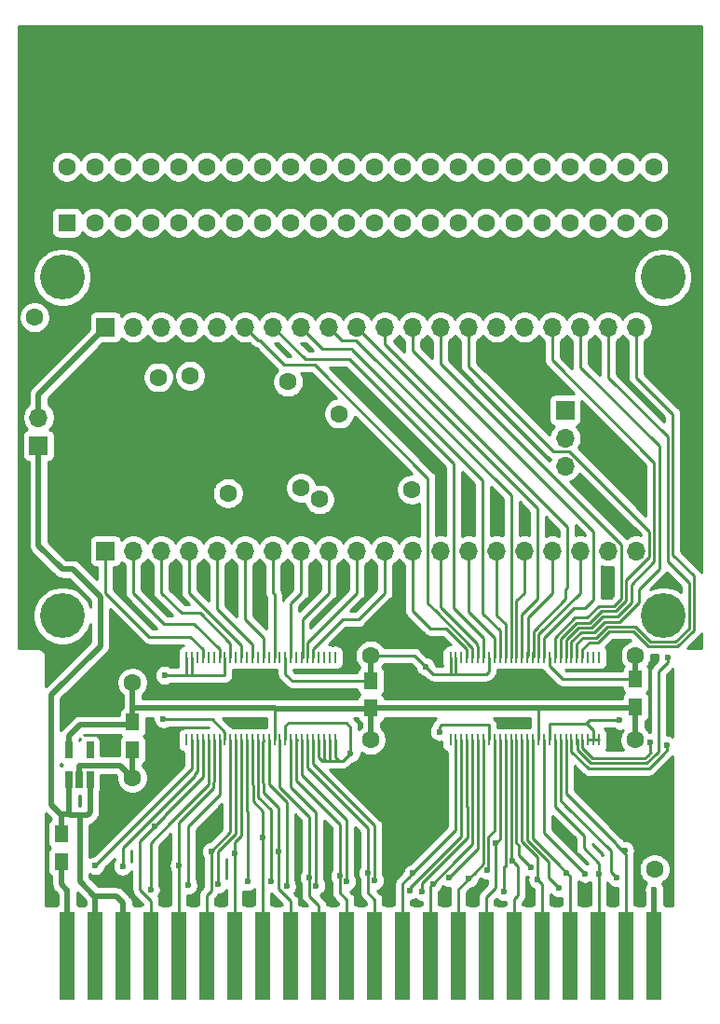
<source format=gbr>
%TF.GenerationSoftware,KiCad,Pcbnew,(5.1.9)-1*%
%TF.CreationDate,2024-11-26T15:48:13-08:00*%
%TF.ProjectId,RADA3K,52414441-334b-42e6-9b69-6361645f7063,rev?*%
%TF.SameCoordinates,Original*%
%TF.FileFunction,Copper,L1,Top*%
%TF.FilePolarity,Positive*%
%FSLAX46Y46*%
G04 Gerber Fmt 4.6, Leading zero omitted, Abs format (unit mm)*
G04 Created by KiCad (PCBNEW (5.1.9)-1) date 2024-11-26 15:48:13*
%MOMM*%
%LPD*%
G01*
G04 APERTURE LIST*
%TA.AperFunction,ComponentPad*%
%ADD10C,4.064000*%
%TD*%
%TA.AperFunction,ComponentPad*%
%ADD11R,1.700000X1.700000*%
%TD*%
%TA.AperFunction,ComponentPad*%
%ADD12O,1.700000X1.700000*%
%TD*%
%TA.AperFunction,SMDPad,CuDef*%
%ADD13R,1.250000X1.500000*%
%TD*%
%TA.AperFunction,ComponentPad*%
%ADD14C,1.600000*%
%TD*%
%TA.AperFunction,ComponentPad*%
%ADD15R,1.600000X1.600000*%
%TD*%
%TA.AperFunction,SMDPad,CuDef*%
%ADD16R,1.428750X8.001000*%
%TD*%
%TA.AperFunction,SMDPad,CuDef*%
%ADD17R,0.650000X1.560000*%
%TD*%
%TA.AperFunction,SMDPad,CuDef*%
%ADD18R,0.285000X1.000000*%
%TD*%
%TA.AperFunction,ViaPad*%
%ADD19C,1.600000*%
%TD*%
%TA.AperFunction,ViaPad*%
%ADD20C,0.600000*%
%TD*%
%TA.AperFunction,Conductor*%
%ADD21C,0.500000*%
%TD*%
%TA.AperFunction,Conductor*%
%ADD22C,0.250000*%
%TD*%
%TA.AperFunction,NonConductor*%
%ADD23C,0.254000*%
%TD*%
%TA.AperFunction,NonConductor*%
%ADD24C,0.100000*%
%TD*%
G04 APERTURE END LIST*
D10*
%TO.P,GND,1*%
%TO.N,GND*%
X59944000Y-136652000D03*
%TD*%
%TO.P,GND,1*%
%TO.N,GND*%
X59944000Y-105918000D03*
%TD*%
%TO.P,GND,1*%
%TO.N,GND*%
X114554000Y-136652000D03*
%TD*%
D11*
%TO.P,J4,1*%
%TO.N,+5V*%
X57797700Y-121183400D03*
D12*
%TO.P,J4,2*%
%TO.N,/FPGA_PWR*%
X57797700Y-118643400D03*
%TD*%
D13*
%TO.P,C2,1*%
%TO.N,+3V3*%
X66357500Y-146324000D03*
%TO.P,C2,2*%
%TO.N,GND*%
X66357500Y-148824000D03*
%TD*%
%TO.P,C1,1*%
%TO.N,GND*%
X59867800Y-158958600D03*
%TO.P,C1,2*%
%TO.N,+5V*%
X59867800Y-156458600D03*
%TD*%
D11*
%TO.P,J1,1*%
%TO.N,/_CHAREN*%
X105664000Y-117983000D03*
D12*
%TO.P,J1,2*%
%TO.N,/_HIRAM*%
X105664000Y-120523000D03*
%TO.P,J1,3*%
%TO.N,/_LORAM*%
X105664000Y-123063000D03*
%TD*%
%TO.P,J3,20*%
%TO.N,/FPGA__CHAREN*%
X112141000Y-110439200D03*
%TO.P,J3,19*%
%TO.N,/FPGA__HIRAM*%
X109601000Y-110439200D03*
%TO.P,J3,18*%
%TO.N,/FPGA__LORAM*%
X107061000Y-110439200D03*
%TO.P,J3,17*%
%TO.N,/FPGA_D0*%
X104521000Y-110439200D03*
%TO.P,J3,16*%
%TO.N,Net-(J3-Pad16)*%
X101981000Y-110439200D03*
%TO.P,J3,15*%
%TO.N,GND*%
X99441000Y-110439200D03*
%TO.P,J3,14*%
%TO.N,/FPGA_A0*%
X96901000Y-110439200D03*
%TO.P,J3,13*%
%TO.N,/FPGA_D1*%
X94361000Y-110439200D03*
%TO.P,J3,12*%
%TO.N,/FPGA_A1*%
X91821000Y-110439200D03*
%TO.P,J3,11*%
%TO.N,/FPGA_A2*%
X89281000Y-110439200D03*
%TO.P,J3,10*%
%TO.N,/FPGA_A3*%
X86741000Y-110439200D03*
%TO.P,J3,9*%
%TO.N,/FPGA_A4*%
X84201000Y-110439200D03*
%TO.P,J3,8*%
%TO.N,/FPGA_A5*%
X81661000Y-110439200D03*
%TO.P,J3,7*%
%TO.N,/FPGA_A6*%
X79121000Y-110439200D03*
%TO.P,J3,6*%
%TO.N,/FPGA_A7*%
X76581000Y-110439200D03*
%TO.P,J3,5*%
%TO.N,/CLK0*%
X74041000Y-110439200D03*
%TO.P,J3,4*%
%TO.N,/SDA*%
X71501000Y-110439200D03*
%TO.P,J3,3*%
%TO.N,/SCL*%
X68961000Y-110439200D03*
%TO.P,J3,2*%
%TO.N,GND*%
X66421000Y-110439200D03*
D11*
%TO.P,J3,1*%
%TO.N,/FPGA_PWR*%
X63881000Y-110439200D03*
%TD*%
D12*
%TO.P,J2,20*%
%TO.N,GND*%
X112141000Y-130759200D03*
%TO.P,J2,19*%
%TO.N,Net-(J2-Pad19)*%
X109601000Y-130759200D03*
%TO.P,J2,18*%
%TO.N,/FPGA_D2*%
X107061000Y-130759200D03*
%TO.P,J2,17*%
%TO.N,/FPGA_D3*%
X104521000Y-130759200D03*
%TO.P,J2,16*%
%TO.N,/FPGA_D4*%
X101981000Y-130759200D03*
%TO.P,J2,15*%
%TO.N,/FPGA_D5*%
X99441000Y-130759200D03*
%TO.P,J2,14*%
%TO.N,/FPGA_D6*%
X96901000Y-130759200D03*
%TO.P,J2,13*%
%TO.N,/FPGA_D7*%
X94361000Y-130759200D03*
%TO.P,J2,12*%
%TO.N,/FPGA_A8*%
X91821000Y-130759200D03*
%TO.P,J2,11*%
%TO.N,/FPGA_A9*%
X89281000Y-130759200D03*
%TO.P,J2,10*%
%TO.N,/FPGA_BA*%
X86741000Y-130759200D03*
%TO.P,J2,9*%
%TO.N,/FPGA_A10*%
X84201000Y-130759200D03*
%TO.P,J2,8*%
%TO.N,/FPGA_A11*%
X81661000Y-130759200D03*
%TO.P,J2,7*%
%TO.N,/FPGA_A12*%
X79121000Y-130759200D03*
%TO.P,J2,6*%
%TO.N,/FPGA_A13*%
X76581000Y-130759200D03*
%TO.P,J2,5*%
%TO.N,/FPGA_A14*%
X74041000Y-130759200D03*
%TO.P,J2,4*%
%TO.N,/FPGA_A15*%
X71501000Y-130759200D03*
%TO.P,J2,3*%
%TO.N,/FPGA_PHI2*%
X68961000Y-130759200D03*
%TO.P,J2,2*%
%TO.N,/FPGA_R__W*%
X66421000Y-130759200D03*
D11*
%TO.P,J2,1*%
%TO.N,/FPGA__RST*%
X63881000Y-130759200D03*
%TD*%
D14*
%TO.P,J5,Z*%
%TO.N,GND*%
X113690400Y-95872300D03*
%TO.P,J5,Y*%
%TO.N,/A0*%
X111150400Y-95872300D03*
%TO.P,J5,X*%
%TO.N,/A1*%
X108610400Y-95872300D03*
%TO.P,J5,W*%
%TO.N,/A2*%
X106070400Y-95872300D03*
%TO.P,J5,V*%
%TO.N,/A3*%
X103530400Y-95872300D03*
%TO.P,J5,U*%
%TO.N,/A4*%
X100990400Y-95872300D03*
%TO.P,J5,T*%
%TO.N,/A5*%
X98450400Y-95872300D03*
%TO.P,J5,S*%
%TO.N,/A6*%
X95910400Y-95872300D03*
%TO.P,J5,R*%
%TO.N,/A7*%
X93370400Y-95872300D03*
%TO.P,J5,P*%
%TO.N,/A8*%
X90830400Y-95872300D03*
%TO.P,J5,N*%
%TO.N,/A9*%
X88290400Y-95872300D03*
%TO.P,J5,M*%
%TO.N,/A10*%
X85750400Y-95872300D03*
%TO.P,J5,L*%
%TO.N,/A11*%
X83210400Y-95872300D03*
%TO.P,J5,K*%
%TO.N,/A12*%
X80670400Y-95872300D03*
%TO.P,J5,J*%
%TO.N,/A13*%
X78130400Y-95872300D03*
%TO.P,J5,H*%
%TO.N,/A14*%
X75590400Y-95872300D03*
%TO.P,J5,F*%
%TO.N,/A15*%
X73050400Y-95872300D03*
%TO.P,J5,E*%
%TO.N,/PHI2*%
X70510400Y-95872300D03*
%TO.P,J5,D*%
%TO.N,/_NMI*%
X67970400Y-95872300D03*
%TO.P,J5,C*%
%TO.N,/_RST*%
X65430400Y-95872300D03*
%TO.P,J5,B*%
%TO.N,/_ROMH*%
X62890400Y-95872300D03*
%TO.P,J5,A*%
%TO.N,GND*%
X60350400Y-95872300D03*
%TO.P,J5,22*%
X113690400Y-100952300D03*
%TO.P,J5,21*%
%TO.N,/D0*%
X111150400Y-100952300D03*
%TO.P,J5,20*%
%TO.N,/D1*%
X108610400Y-100952300D03*
%TO.P,J5,19*%
%TO.N,/D2*%
X106070400Y-100952300D03*
%TO.P,J5,18*%
%TO.N,/D3*%
X103530400Y-100952300D03*
%TO.P,J5,17*%
%TO.N,/D4*%
X100990400Y-100952300D03*
%TO.P,J5,16*%
%TO.N,/D5*%
X98450400Y-100952300D03*
%TO.P,J5,15*%
%TO.N,/D6*%
X95910400Y-100952300D03*
%TO.P,J5,14*%
%TO.N,/D7*%
X93370400Y-100952300D03*
%TO.P,J5,13*%
%TO.N,/_DMA*%
X90830400Y-100952300D03*
%TO.P,J5,12*%
%TO.N,/BA*%
X88290400Y-100952300D03*
%TO.P,J5,11*%
%TO.N,/_ROML*%
X85750400Y-100952300D03*
%TO.P,J5,10*%
%TO.N,/_IO2*%
X83210400Y-100952300D03*
%TO.P,J5,9*%
%TO.N,/_EXROM*%
X80670400Y-100952300D03*
%TO.P,J5,8*%
%TO.N,/_GAME*%
X78130400Y-100952300D03*
%TO.P,J5,7*%
%TO.N,/_IO1*%
X75590400Y-100952300D03*
%TO.P,J5,6*%
%TO.N,/DOT_CLK*%
X73050400Y-100952300D03*
%TO.P,J5,5*%
%TO.N,/R__W*%
X70510400Y-100952300D03*
%TO.P,J5,4*%
%TO.N,/_IRQ*%
X67970400Y-100952300D03*
%TO.P,J5,3*%
%TO.N,+5V*%
X65430400Y-100952300D03*
D15*
%TO.P,J5,1*%
%TO.N,GND*%
X60350400Y-100952300D03*
D14*
%TO.P,J5,2*%
%TO.N,+5V*%
X62890400Y-100952300D03*
%TD*%
D16*
%TO.P,J6,12*%
%TO.N,/BA*%
X88353900Y-167500300D03*
%TO.P,J6,15*%
%TO.N,/D6*%
X95973900Y-167500300D03*
%TO.P,J6,16*%
%TO.N,/D5*%
X98513900Y-167500300D03*
%TO.P,J6,14*%
%TO.N,/D7*%
X93433900Y-167500300D03*
%TO.P,J6,13*%
%TO.N,/_DMA*%
X90893900Y-167500300D03*
%TO.P,J6,9*%
%TO.N,/_EXROM*%
X80733900Y-167500300D03*
%TO.P,J6,10*%
%TO.N,/_IO2*%
X83273900Y-167500300D03*
%TO.P,J6,11*%
%TO.N,/_ROML*%
X85813900Y-167500300D03*
%TO.P,J6,22*%
%TO.N,GND*%
X113753900Y-167500300D03*
%TO.P,J6,17*%
%TO.N,/D4*%
X101053900Y-167500300D03*
%TO.P,J6,18*%
%TO.N,/D3*%
X103593900Y-167500300D03*
%TO.P,J6,19*%
%TO.N,/D2*%
X106133900Y-167500300D03*
%TO.P,J6,20*%
%TO.N,/D1*%
X108673900Y-167500300D03*
%TO.P,J6,21*%
%TO.N,/D0*%
X111213900Y-167500300D03*
%TO.P,J6,8*%
%TO.N,/_GAME*%
X78193900Y-167500300D03*
%TO.P,J6,5*%
%TO.N,/R__W*%
X70573900Y-167500300D03*
%TO.P,J6,6*%
%TO.N,/DOT_CLK*%
X73113900Y-167500300D03*
%TO.P,J6,1*%
%TO.N,GND*%
X60413900Y-167500300D03*
%TO.P,J6,3*%
%TO.N,+5V*%
X65493900Y-167500300D03*
%TO.P,J6,7*%
%TO.N,/_IO1*%
X75653900Y-167500300D03*
%TO.P,J6,2*%
%TO.N,+5V*%
X62953900Y-167500300D03*
%TO.P,J6,4*%
%TO.N,/_IRQ*%
X68033900Y-167500300D03*
%TD*%
D13*
%TO.P,C4,1*%
%TO.N,+3V3*%
X112077500Y-144887000D03*
%TO.P,C4,2*%
%TO.N,GND*%
X112077500Y-142387000D03*
%TD*%
%TO.P,C3,1*%
%TO.N,+3V3*%
X88011000Y-145052100D03*
%TO.P,C3,2*%
%TO.N,GND*%
X88011000Y-142552100D03*
%TD*%
D10*
%TO.P,GND,1*%
%TO.N,GND*%
X114554000Y-105918000D03*
%TD*%
D17*
%TO.P,U1,1*%
%TO.N,+5V*%
X60568800Y-151552900D03*
%TO.P,U1,2*%
%TO.N,GND*%
X61518800Y-151552900D03*
%TO.P,U1,3*%
%TO.N,+5V*%
X62468800Y-151552900D03*
%TO.P,U1,4*%
%TO.N,N/C*%
X62468800Y-148852900D03*
%TO.P,U1,5*%
%TO.N,+3V3*%
X60568800Y-148852900D03*
%TD*%
D18*
%TO.P,U2,56*%
%TO.N,GND*%
X71236400Y-140433100D03*
%TO.P,U2,55*%
X71736400Y-140433100D03*
%TO.P,U2,54*%
%TO.N,/FPGA__ROMH*%
X72236400Y-140433100D03*
%TO.P,U2,53*%
%TO.N,/FPGA__RST*%
X72736400Y-140433100D03*
%TO.P,U2,52*%
%TO.N,/FPGA__IRQ*%
X73236400Y-140433100D03*
%TO.P,U2,51*%
%TO.N,/FPGA__NMI*%
X73736400Y-140433100D03*
%TO.P,U2,50*%
%TO.N,/FPGA_R__W*%
X74236400Y-140433100D03*
%TO.P,U2,49*%
%TO.N,GND*%
X74736400Y-140433100D03*
%TO.P,U2,48*%
%TO.N,/FPGA_PHI2*%
X75236400Y-140433100D03*
%TO.P,U2,47*%
%TO.N,/FPGA_DOT_CLK*%
X75736400Y-140433100D03*
%TO.P,U2,46*%
%TO.N,/FPGA_A15*%
X76236400Y-140433100D03*
%TO.P,U2,45*%
%TO.N,/FPGA__IO1*%
X76736400Y-140433100D03*
%TO.P,U2,44*%
%TO.N,/FPGA_A14*%
X77236400Y-140433100D03*
%TO.P,U2,43*%
%TO.N,/FPGA__GAME*%
X77736400Y-140433100D03*
%TO.P,U2,42*%
%TO.N,/FPGA_A13*%
X78236400Y-140433100D03*
%TO.P,U2,41*%
%TO.N,/FPGA__EXROM*%
X78736400Y-140433100D03*
%TO.P,U2,40*%
%TO.N,/FPGA_A12*%
X79236400Y-140433100D03*
%TO.P,U2,39*%
%TO.N,/FPGA__IO2*%
X79736400Y-140433100D03*
%TO.P,U2,38*%
%TO.N,GND*%
X80236400Y-140433100D03*
%TO.P,U2,37*%
%TO.N,/FPGA_A11*%
X80736400Y-140433100D03*
%TO.P,U2,36*%
%TO.N,/FPGA__ROML*%
X81236400Y-140433100D03*
%TO.P,U2,35*%
%TO.N,/FPGA_A10*%
X81736400Y-140433100D03*
%TO.P,U2,34*%
%TO.N,/FPGA_BA*%
X82236400Y-140433100D03*
%TO.P,U2,33*%
%TO.N,/FPGA_A9*%
X82736400Y-140433100D03*
%TO.P,U2,32*%
%TO.N,Net-(U2-Pad32)*%
X83236400Y-140433100D03*
%TO.P,U2,31*%
%TO.N,Net-(U2-Pad31)*%
X83736400Y-140433100D03*
%TO.P,U2,30*%
%TO.N,Net-(U2-Pad30)*%
X84236400Y-140433100D03*
%TO.P,U2,29*%
%TO.N,Net-(U2-Pad29)*%
X84736400Y-140433100D03*
%TO.P,U2,28*%
%TO.N,GND*%
X84736400Y-147933100D03*
%TO.P,U2,27*%
X84236400Y-147933100D03*
%TO.P,U2,26*%
X83736400Y-147933100D03*
%TO.P,U2,25*%
X83236400Y-147933100D03*
%TO.P,U2,24*%
%TO.N,/A9*%
X82736400Y-147933100D03*
%TO.P,U2,23*%
%TO.N,/BA*%
X82236400Y-147933100D03*
%TO.P,U2,22*%
%TO.N,/A10*%
X81736400Y-147933100D03*
%TO.P,U2,21*%
%TO.N,/_ROML*%
X81236400Y-147933100D03*
%TO.P,U2,20*%
%TO.N,/A11*%
X80736400Y-147933100D03*
%TO.P,U2,19*%
%TO.N,GND*%
X80236400Y-147933100D03*
%TO.P,U2,18*%
%TO.N,/_IO2*%
X79736400Y-147933100D03*
%TO.P,U2,17*%
%TO.N,+3V3*%
X79236400Y-147933100D03*
%TO.P,U2,16*%
%TO.N,/A12*%
X78736400Y-147933100D03*
%TO.P,U2,15*%
%TO.N,/_EXROM*%
X78236400Y-147933100D03*
%TO.P,U2,14*%
%TO.N,/A13*%
X77736400Y-147933100D03*
%TO.P,U2,13*%
%TO.N,/_GAME*%
X77236400Y-147933100D03*
%TO.P,U2,12*%
%TO.N,/A14*%
X76736400Y-147933100D03*
%TO.P,U2,11*%
%TO.N,/_IO1*%
X76236400Y-147933100D03*
%TO.P,U2,10*%
%TO.N,/A15*%
X75736400Y-147933100D03*
%TO.P,U2,9*%
%TO.N,/DOT_CLK*%
X75236400Y-147933100D03*
%TO.P,U2,8*%
%TO.N,GND*%
X74736400Y-147933100D03*
%TO.P,U2,7*%
%TO.N,/PHI2*%
X74236400Y-147933100D03*
%TO.P,U2,6*%
%TO.N,/R__W*%
X73736400Y-147933100D03*
%TO.P,U2,5*%
%TO.N,/_NMI*%
X73236400Y-147933100D03*
%TO.P,U2,4*%
%TO.N,/_IRQ*%
X72736400Y-147933100D03*
%TO.P,U2,3*%
%TO.N,/_RST*%
X72236400Y-147933100D03*
%TO.P,U2,2*%
%TO.N,/_ROMH*%
X71736400Y-147933100D03*
%TO.P,U2,1*%
%TO.N,Net-(U2-Pad1)*%
X71236400Y-147933100D03*
%TD*%
%TO.P,U3,56*%
%TO.N,GND*%
X95236400Y-140433100D03*
%TO.P,U3,55*%
X95736400Y-140433100D03*
%TO.P,U3,54*%
%TO.N,/FPGA__DMA*%
X96236400Y-140433100D03*
%TO.P,U3,53*%
%TO.N,/FPGA_A8*%
X96736400Y-140433100D03*
%TO.P,U3,52*%
%TO.N,/FPGA_A7*%
X97236400Y-140433100D03*
%TO.P,U3,51*%
%TO.N,/FPGA_D7*%
X97736400Y-140433100D03*
%TO.P,U3,50*%
%TO.N,/FPGA_A6*%
X98236400Y-140433100D03*
%TO.P,U3,49*%
%TO.N,GND*%
X98736400Y-140433100D03*
%TO.P,U3,48*%
%TO.N,/FPGA_D6*%
X99236400Y-140433100D03*
%TO.P,U3,47*%
%TO.N,/FPGA_A5*%
X99736400Y-140433100D03*
%TO.P,U3,46*%
%TO.N,/FPGA_D5*%
X100236400Y-140433100D03*
%TO.P,U3,45*%
%TO.N,/FPGA_A4*%
X100736400Y-140433100D03*
%TO.P,U3,44*%
%TO.N,/FPGA_D4*%
X101236400Y-140433100D03*
%TO.P,U3,43*%
%TO.N,/FPGA_A3*%
X101736400Y-140433100D03*
%TO.P,U3,42*%
%TO.N,/FPGA_D3*%
X102236400Y-140433100D03*
%TO.P,U3,41*%
%TO.N,/FPGA_A2*%
X102736400Y-140433100D03*
%TO.P,U3,40*%
%TO.N,/FPGA_D2*%
X103236400Y-140433100D03*
%TO.P,U3,39*%
%TO.N,/FPGA_A1*%
X103736400Y-140433100D03*
%TO.P,U3,38*%
%TO.N,GND*%
X104236400Y-140433100D03*
%TO.P,U3,37*%
%TO.N,/FPGA_D1*%
X104736400Y-140433100D03*
%TO.P,U3,36*%
%TO.N,/FPGA_A0*%
X105236400Y-140433100D03*
%TO.P,U3,35*%
%TO.N,/FPGA_D0*%
X105736400Y-140433100D03*
%TO.P,U3,34*%
%TO.N,/FPGA__LORAM*%
X106236400Y-140433100D03*
%TO.P,U3,33*%
%TO.N,/FPGA__HIRAM*%
X106736400Y-140433100D03*
%TO.P,U3,32*%
%TO.N,/FPGA__CHAREN*%
X107236400Y-140433100D03*
%TO.P,U3,31*%
%TO.N,Net-(U3-Pad31)*%
X107736400Y-140433100D03*
%TO.P,U3,30*%
%TO.N,Net-(U3-Pad30)*%
X108236400Y-140433100D03*
%TO.P,U3,29*%
%TO.N,Net-(U3-Pad29)*%
X108736400Y-140433100D03*
%TO.P,U3,28*%
%TO.N,GND*%
X108736400Y-147933100D03*
%TO.P,U3,27*%
X108236400Y-147933100D03*
%TO.P,U3,26*%
X107736400Y-147933100D03*
%TO.P,U3,25*%
%TO.N,/_CHAREN*%
X107236400Y-147933100D03*
%TO.P,U3,24*%
%TO.N,/_HIRAM*%
X106736400Y-147933100D03*
%TO.P,U3,23*%
%TO.N,/_LORAM*%
X106236400Y-147933100D03*
%TO.P,U3,22*%
%TO.N,/D0*%
X105736400Y-147933100D03*
%TO.P,U3,21*%
%TO.N,/A0*%
X105236400Y-147933100D03*
%TO.P,U3,20*%
%TO.N,/D1*%
X104736400Y-147933100D03*
%TO.P,U3,19*%
%TO.N,GND*%
X104236400Y-147933100D03*
%TO.P,U3,18*%
%TO.N,/A1*%
X103736400Y-147933100D03*
%TO.P,U3,17*%
%TO.N,+3V3*%
X103236400Y-147933100D03*
%TO.P,U3,16*%
%TO.N,/D2*%
X102736400Y-147933100D03*
%TO.P,U3,15*%
%TO.N,/A2*%
X102236400Y-147933100D03*
%TO.P,U3,14*%
%TO.N,/D3*%
X101736400Y-147933100D03*
%TO.P,U3,13*%
%TO.N,/A3*%
X101236400Y-147933100D03*
%TO.P,U3,12*%
%TO.N,/D4*%
X100736400Y-147933100D03*
%TO.P,U3,11*%
%TO.N,/A4*%
X100236400Y-147933100D03*
%TO.P,U3,10*%
%TO.N,/D5*%
X99736400Y-147933100D03*
%TO.P,U3,9*%
%TO.N,/A5*%
X99236400Y-147933100D03*
%TO.P,U3,8*%
%TO.N,GND*%
X98736400Y-147933100D03*
%TO.P,U3,7*%
%TO.N,/D6*%
X98236400Y-147933100D03*
%TO.P,U3,6*%
%TO.N,/A6*%
X97736400Y-147933100D03*
%TO.P,U3,5*%
%TO.N,/D7*%
X97236400Y-147933100D03*
%TO.P,U3,4*%
%TO.N,/A7*%
X96736400Y-147933100D03*
%TO.P,U3,3*%
%TO.N,/A8*%
X96236400Y-147933100D03*
%TO.P,U3,2*%
%TO.N,/_DMA*%
X95736400Y-147933100D03*
%TO.P,U3,1*%
%TO.N,Net-(U3-Pad1)*%
X95236400Y-147933100D03*
%TD*%
D19*
%TO.N,GND*%
X113779300Y-159651700D03*
D20*
X60413900Y-161594800D03*
X110636400Y-146152300D03*
X69146400Y-146012300D03*
X94259400Y-147180300D03*
X92956400Y-141262300D03*
X86169500Y-149136100D03*
X69256400Y-142052300D03*
D19*
X66306700Y-151358600D03*
X87972900Y-140246100D03*
X112077500Y-140246100D03*
D20*
X113753900Y-161531300D03*
D19*
X57416700Y-109562900D03*
X75006200Y-125514100D03*
X85128100Y-118300500D03*
X81648300Y-125031500D03*
X91732100Y-125183900D03*
%TO.N,+3V3*%
X112064800Y-147916900D03*
X66332100Y-142709900D03*
X87972900Y-147916900D03*
X68694300Y-114998500D03*
X83324700Y-126085600D03*
X71564500Y-114846100D03*
X80479900Y-115417600D03*
D20*
%TO.N,/A8*%
X91528900Y-161594800D03*
%TO.N,/A0*%
X110326400Y-160442300D03*
%TO.N,/A9*%
X88366400Y-160692300D03*
%TO.N,/A1*%
X107466400Y-160052300D03*
%TO.N,/A10*%
X85816400Y-160772300D03*
%TO.N,/A2*%
X105106400Y-161362300D03*
%TO.N,/A3*%
X102536400Y-159452300D03*
%TO.N,/A15*%
X74126400Y-161012300D03*
%TO.N,/A7*%
X92608400Y-161658300D03*
%TO.N,/A14*%
X76776400Y-160792300D03*
%TO.N,/A6*%
X95084900Y-160451800D03*
%TO.N,/A13*%
X78906400Y-160802300D03*
%TO.N,/A5*%
X98577400Y-159753300D03*
%TO.N,/A12*%
X80352900Y-161213800D03*
%TO.N,/A4*%
X100101400Y-161721800D03*
%TO.N,/A11*%
X83019900Y-161150300D03*
%TO.N,/D0*%
X111086900Y-157962600D03*
%TO.N,/D1*%
X108736400Y-160107900D03*
%TO.N,/D2*%
X105811320Y-159961580D03*
%TO.N,/D3*%
X103168310Y-160597710D03*
%TO.N,/D4*%
X100861400Y-158857950D03*
%TO.N,/D5*%
X99375400Y-157304300D03*
%TO.N,/D6*%
X96918349Y-160487349D03*
%TO.N,/D7*%
X93638149Y-160973549D03*
%TO.N,/_ROMH*%
X62956400Y-159332300D03*
%TO.N,/R__W*%
X70573900Y-159308800D03*
%TO.N,/_IRQ*%
X68359850Y-155748850D03*
%TO.N,/_RST*%
X65436400Y-159382300D03*
%TO.N,/PHI2*%
X71386400Y-161132300D03*
%TO.N,/_NMI*%
X67970400Y-161531300D03*
%TO.N,/DOT_CLK*%
X73501399Y-158044471D03*
%TO.N,/_IO1*%
X75653900Y-158232900D03*
%TO.N,/_GAME*%
X78193900Y-156794200D03*
%TO.N,/_EXROM*%
X79616400Y-158026000D03*
%TO.N,/_IO2*%
X82394899Y-160416401D03*
%TO.N,/_ROML*%
X85184764Y-160281342D03*
%TO.N,/BA*%
X87741399Y-160010201D03*
%TO.N,/_DMA*%
X91824850Y-160023850D03*
%TO.N,/_HIRAM*%
X114998500Y-140411200D03*
%TO.N,/_LORAM*%
X114914000Y-148383000D03*
%TO.N,/_CHAREN*%
X113423700Y-148145500D03*
%TD*%
D21*
%TO.N,GND*%
X113753900Y-167500300D02*
X113753900Y-161531300D01*
X60413900Y-167500300D02*
X60413900Y-161594800D01*
D22*
X108236400Y-147933100D02*
X108236400Y-147087100D01*
X104236400Y-147933100D02*
X104236400Y-146423500D01*
X110616400Y-146132300D02*
X110636400Y-146152300D01*
X73565600Y-146012300D02*
X69146400Y-146012300D01*
X74736400Y-147183100D02*
X73565600Y-146012300D01*
X74736400Y-147933100D02*
X74736400Y-147183100D01*
X98736400Y-147742300D02*
X98716400Y-147722300D01*
X98736400Y-147933100D02*
X98736400Y-147742300D01*
X98736400Y-147183100D02*
X98726400Y-147173100D01*
X98736400Y-147933100D02*
X98736400Y-147183100D01*
X98726400Y-147173100D02*
X98726400Y-146542300D01*
X95736400Y-140433100D02*
X95736400Y-141932300D01*
X93626400Y-141932300D02*
X92956400Y-141262300D01*
X95236400Y-141892300D02*
X95196400Y-141932300D01*
X95236400Y-140433100D02*
X95236400Y-141892300D01*
X95196400Y-141932300D02*
X93626400Y-141932300D01*
X95736400Y-141932300D02*
X95196400Y-141932300D01*
X98736400Y-140433100D02*
X98736400Y-141702300D01*
X98506400Y-141932300D02*
X95736400Y-141932300D01*
X98736400Y-141702300D02*
X98506400Y-141932300D01*
X104236400Y-140433100D02*
X104236400Y-141160602D01*
X84736400Y-147933100D02*
X84736400Y-149482300D01*
X84736400Y-149482300D02*
X85076400Y-149822300D01*
X83236400Y-147933100D02*
X83236400Y-149502300D01*
X83236400Y-149502300D02*
X83556400Y-149822300D01*
X84236400Y-149762300D02*
X84176400Y-149822300D01*
X84236400Y-147933100D02*
X84236400Y-149762300D01*
X84176400Y-149822300D02*
X85076400Y-149822300D01*
X83736400Y-147933100D02*
X83736400Y-149632300D01*
X83736400Y-149632300D02*
X83926400Y-149822300D01*
X83926400Y-149822300D02*
X84176400Y-149822300D01*
X83556400Y-149822300D02*
X83926400Y-149822300D01*
X80236400Y-147933100D02*
X80236400Y-146642300D01*
X80236400Y-146642300D02*
X80536400Y-146342300D01*
X74736400Y-140433100D02*
X74736400Y-142042300D01*
X71736400Y-140433100D02*
X71736400Y-141962300D01*
X71236400Y-140433100D02*
X71236400Y-141982300D01*
X71236400Y-141982300D02*
X71166400Y-142052300D01*
X71166400Y-142052300D02*
X69256400Y-142052300D01*
X80236400Y-141942300D02*
X80436400Y-142142300D01*
X80236400Y-140433100D02*
X80236400Y-141942300D01*
D21*
X66357500Y-151307800D02*
X66306700Y-151358600D01*
X66357500Y-148599000D02*
X66357500Y-151307800D01*
D22*
X107736400Y-147933100D02*
X108236400Y-147933100D01*
X108736400Y-147933100D02*
X108236400Y-147933100D01*
X94259400Y-146672300D02*
X94389400Y-146542300D01*
X94259400Y-147180300D02*
X94259400Y-146672300D01*
X98726400Y-146542300D02*
X94389400Y-146542300D01*
D21*
X61518800Y-150272900D02*
X61563400Y-150228300D01*
X61518800Y-151552900D02*
X61518800Y-150272900D01*
X65176400Y-150228300D02*
X66306700Y-151358600D01*
X61563400Y-150228300D02*
X65176400Y-150228300D01*
D22*
X87601200Y-142142300D02*
X88011000Y-142552100D01*
X80846200Y-142552100D02*
X80236400Y-141942300D01*
X88011000Y-142552100D02*
X80846200Y-142552100D01*
D21*
X112077500Y-142387000D02*
X112077500Y-140246100D01*
D22*
X105462798Y-142387000D02*
X104492949Y-141417151D01*
X112077500Y-142387000D02*
X105462798Y-142387000D01*
X104492949Y-141417151D02*
X105168098Y-142092300D01*
X104236400Y-141160602D02*
X104492949Y-141417151D01*
D21*
X88011000Y-140284200D02*
X87972900Y-140246100D01*
X88011000Y-142552100D02*
X88011000Y-140284200D01*
D22*
X86169500Y-146748500D02*
X85763300Y-146342300D01*
X86169500Y-149136100D02*
X86169500Y-146748500D01*
X80536400Y-146342300D02*
X85763300Y-146342300D01*
X85483300Y-149822300D02*
X86169500Y-149136100D01*
X85076400Y-149822300D02*
X85483300Y-149822300D01*
D21*
X59867800Y-161048700D02*
X60413900Y-161594800D01*
X59867800Y-158958600D02*
X59867800Y-161048700D01*
D22*
X71646400Y-142052300D02*
X71736400Y-141962300D01*
X71166400Y-142052300D02*
X71646400Y-142052300D01*
X74726400Y-142052300D02*
X74736400Y-142042300D01*
X71646400Y-142052300D02*
X74726400Y-142052300D01*
X91940200Y-140246100D02*
X92956400Y-141262300D01*
X87972900Y-140246100D02*
X91940200Y-140246100D01*
X104236400Y-146423500D02*
X107572800Y-146423500D01*
X107720700Y-146571400D02*
X107542200Y-146392900D01*
X107572800Y-146423500D02*
X107720700Y-146571400D01*
X108236400Y-147087100D02*
X107720700Y-146571400D01*
X107864000Y-146132300D02*
X107572800Y-146423500D01*
X107968800Y-146132300D02*
X107864000Y-146132300D01*
X107968800Y-146132300D02*
X110616400Y-146132300D01*
D21*
%TO.N,+5V*%
X60568800Y-154637700D02*
X60706000Y-154774900D01*
X62468800Y-154536100D02*
X62468800Y-151552900D01*
X62230000Y-154774900D02*
X62468800Y-154536100D01*
X60706000Y-154774900D02*
X61290200Y-154774900D01*
X65493900Y-167500300D02*
X65493900Y-162737800D01*
X65493900Y-162737800D02*
X64858900Y-162102800D01*
X62953900Y-167500300D02*
X62953900Y-162293300D01*
X60568800Y-154277100D02*
X60568800Y-154637700D01*
X60568800Y-151552900D02*
X60568800Y-154277100D01*
X63144400Y-162102800D02*
X62953900Y-162293300D01*
X64858900Y-162102800D02*
X63144400Y-162102800D01*
X62866900Y-162102800D02*
X63144400Y-162102800D01*
X61544200Y-160780100D02*
X62866900Y-162102800D01*
X61544200Y-154774900D02*
X61544200Y-160780100D01*
X61290200Y-154774900D02*
X61544200Y-154774900D01*
X61544200Y-154774900D02*
X62230000Y-154774900D01*
X60568800Y-154637700D02*
X59806800Y-154637700D01*
X59867800Y-154698700D02*
X59806800Y-154637700D01*
X59867800Y-156458600D02*
X59867800Y-154698700D01*
X63398400Y-134899786D02*
X60908814Y-132410200D01*
X63398400Y-139395200D02*
X63398400Y-134899786D01*
X58953400Y-143840200D02*
X63398400Y-139395200D01*
X58953400Y-153784300D02*
X58953400Y-143840200D01*
X59806800Y-154637700D02*
X58953400Y-153784300D01*
X62890400Y-100952300D02*
X62580999Y-101261701D01*
X60908814Y-132410200D02*
X59931300Y-132410200D01*
X57797700Y-130276600D02*
X57797700Y-121183400D01*
X59931300Y-132410200D02*
X57797700Y-130276600D01*
D22*
%TO.N,/FPGA_A15*%
X76236400Y-139304600D02*
X76236400Y-140433100D01*
X71501000Y-134569200D02*
X76236400Y-139304600D01*
X71501000Y-130759200D02*
X71501000Y-134569200D01*
%TO.N,/FPGA_A14*%
X77236400Y-139225400D02*
X77236400Y-140433100D01*
X74041000Y-136030000D02*
X77236400Y-139225400D01*
X74041000Y-130759200D02*
X74041000Y-134759700D01*
X74041000Y-134759700D02*
X74041000Y-136030000D01*
X74041000Y-134569200D02*
X74041000Y-134759700D01*
%TO.N,/FPGA_A13*%
X78236400Y-138635400D02*
X78236400Y-140433100D01*
X76581000Y-136980000D02*
X78236400Y-138635400D01*
X76581000Y-130759200D02*
X76581000Y-134937500D01*
X76581000Y-134937500D02*
X76581000Y-136980000D01*
X76581000Y-134569200D02*
X76581000Y-134937500D01*
%TO.N,/FPGA_A12*%
X79236400Y-134684600D02*
X79236400Y-140433100D01*
X79121000Y-134569200D02*
X79236400Y-134684600D01*
X79121000Y-130759200D02*
X79121000Y-134569200D01*
%TO.N,/FPGA_A11*%
X80736400Y-135493800D02*
X80736400Y-140433100D01*
X81661000Y-134569200D02*
X80736400Y-135493800D01*
X81661000Y-130759200D02*
X81661000Y-134569200D01*
%TO.N,/FPGA_A10*%
X81768899Y-137001301D02*
X84201000Y-134569200D01*
X81768899Y-140428101D02*
X81768899Y-137001301D01*
X81763900Y-140433100D02*
X81768899Y-140428101D01*
X81736400Y-140433100D02*
X81763900Y-140433100D01*
X84201000Y-130759200D02*
X84201000Y-134569200D01*
%TO.N,/FPGA_A9*%
X82736400Y-139683100D02*
X82736400Y-140433100D01*
X85426500Y-136993000D02*
X82736400Y-139683100D01*
X86857200Y-136993000D02*
X85426500Y-136993000D01*
X89281000Y-134569200D02*
X86857200Y-136993000D01*
X89281000Y-130759200D02*
X89281000Y-134569200D01*
%TO.N,/FPGA_A8*%
X96736400Y-139705598D02*
X94843802Y-137813000D01*
X96736400Y-140433100D02*
X96736400Y-139705598D01*
X94843802Y-137813000D02*
X93434000Y-137813000D01*
X93434000Y-137813000D02*
X91821000Y-136200000D01*
X91821000Y-130759200D02*
X91821000Y-135166100D01*
X91821000Y-135166100D02*
X91821000Y-134569200D01*
X91821000Y-136200000D02*
X91821000Y-135166100D01*
%TO.N,/FPGA_A7*%
X97236400Y-140433100D02*
X97236400Y-139569188D01*
X82873009Y-113835609D02*
X93185999Y-124148599D01*
X80129809Y-113835609D02*
X82873009Y-113835609D01*
X93185999Y-124148599D02*
X93185999Y-135518787D01*
X77908401Y-111614201D02*
X80129809Y-113835609D01*
X77756001Y-111614201D02*
X77908401Y-111614201D01*
X76581000Y-110439200D02*
X77756001Y-111614201D01*
X93185999Y-135518787D02*
X93825756Y-136158544D01*
X97236400Y-139569188D02*
X93825756Y-136158544D01*
%TO.N,/FPGA_A6*%
X82067400Y-113385600D02*
X79121000Y-110439200D01*
X86055200Y-113385600D02*
X82067400Y-113385600D01*
X95536001Y-122866401D02*
X86055200Y-113385600D01*
X95536001Y-135947401D02*
X95536001Y-122866401D01*
X98236400Y-138647800D02*
X95536001Y-135947401D01*
X98236400Y-140433100D02*
X98236400Y-138647800D01*
%TO.N,/FPGA_A5*%
X81661000Y-110439200D02*
X83604100Y-112382300D01*
X83604100Y-112382300D02*
X86283800Y-112382300D01*
X86283800Y-112382300D02*
X86283800Y-112471200D01*
X86283800Y-112471200D02*
X98183700Y-124371100D01*
X98183700Y-124371100D02*
X98183700Y-136436100D01*
X99736400Y-137988800D02*
X99736400Y-140433100D01*
X98183700Y-136436100D02*
X99736400Y-137988800D01*
%TO.N,/FPGA_A4*%
X100736400Y-125703190D02*
X100736400Y-133667500D01*
X86647411Y-111614201D02*
X100736400Y-125703190D01*
X85376001Y-111614201D02*
X86647411Y-111614201D01*
X84201000Y-110439200D02*
X85376001Y-111614201D01*
X100736400Y-133667500D02*
X100736400Y-133045400D01*
X100736400Y-140433100D02*
X100736400Y-133667500D01*
%TO.N,/FPGA_A3*%
X86741000Y-110477300D02*
X86741000Y-110439200D01*
X103156001Y-126892301D02*
X86741000Y-110477300D01*
X103156001Y-135133201D02*
X103156001Y-126892301D01*
X101736400Y-136552802D02*
X103156001Y-135133201D01*
X101736400Y-140433100D02*
X101736400Y-136552802D01*
%TO.N,/FPGA_A2*%
X102768899Y-140348101D02*
X102768899Y-138038101D01*
X102736400Y-140380600D02*
X102768899Y-140348101D01*
X102736400Y-140433100D02*
X102736400Y-140380600D01*
X102768899Y-138038101D02*
X105696001Y-135110999D01*
X105885999Y-128593599D02*
X105885999Y-134067801D01*
X89281000Y-110439200D02*
X89281000Y-111988600D01*
X89281000Y-111988600D02*
X105885999Y-128593599D01*
X105696001Y-134257799D02*
X105885999Y-134067801D01*
X105696001Y-135110999D02*
X105696001Y-134257799D01*
%TO.N,/FPGA_A1*%
X91821000Y-112560100D02*
X91821000Y-110439200D01*
X108236001Y-128975101D02*
X91821000Y-112560100D01*
X107468998Y-135973000D02*
X108236001Y-135205997D01*
X106434000Y-135973000D02*
X107468998Y-135973000D01*
X108236001Y-135205997D02*
X108236001Y-128975101D01*
X103736400Y-138670600D02*
X106434000Y-135973000D01*
X103736400Y-140433100D02*
X103736400Y-138670600D01*
%TO.N,/FPGA_D1*%
X94361000Y-113780198D02*
X94361000Y-110439200D01*
X110776001Y-130195199D02*
X94361000Y-113780198D01*
X110776001Y-135080999D02*
X110776001Y-130195199D01*
X110112799Y-135744201D02*
X110776001Y-135080999D01*
X107606499Y-136835499D02*
X108697797Y-135744201D01*
X108697797Y-135744201D02*
X110112799Y-135744201D01*
X106521501Y-136835499D02*
X107606499Y-136835499D01*
X104736400Y-138620600D02*
X106521501Y-136835499D01*
X104736400Y-140433100D02*
X104736400Y-138620600D01*
%TO.N,/FPGA_D7*%
X97634000Y-139330378D02*
X97736400Y-139432778D01*
X97634000Y-139183000D02*
X97634000Y-139330378D01*
X97736400Y-139432778D02*
X97736400Y-140433100D01*
X94361000Y-135910000D02*
X97634000Y-139183000D01*
X94361000Y-130759200D02*
X94361000Y-134835900D01*
X94361000Y-134835900D02*
X94361000Y-135910000D01*
X94361000Y-134569200D02*
X94361000Y-134835900D01*
%TO.N,/FPGA_D6*%
X99236400Y-138625400D02*
X99236400Y-140433100D01*
X96901000Y-136290000D02*
X99236400Y-138625400D01*
X96901000Y-130759200D02*
X96901000Y-135064500D01*
X96901000Y-135064500D02*
X96901000Y-136290000D01*
X96901000Y-134569200D02*
X96901000Y-135064500D01*
%TO.N,/FPGA_D5*%
X100236400Y-137425400D02*
X100236400Y-140433100D01*
X99441000Y-136630000D02*
X100236400Y-137425400D01*
X99441000Y-130759200D02*
X99441000Y-135686800D01*
X99441000Y-135686800D02*
X99441000Y-136630000D01*
X99441000Y-134569200D02*
X99441000Y-135686800D01*
%TO.N,/FPGA_D4*%
X101236400Y-135313800D02*
X101236400Y-140433100D01*
X101981000Y-134569200D02*
X101236400Y-135313800D01*
X101981000Y-130759200D02*
X101981000Y-134569200D01*
%TO.N,/FPGA_D3*%
X102268899Y-140238101D02*
X102236400Y-140270600D01*
X102268899Y-136821301D02*
X102268899Y-140238101D01*
X102236400Y-140270600D02*
X102236400Y-140433100D01*
X104521000Y-134569200D02*
X102268899Y-136821301D01*
X104521000Y-130759200D02*
X104521000Y-134569200D01*
%TO.N,/FPGA_D2*%
X103236400Y-139930600D02*
X103236400Y-140433100D01*
X103268899Y-139898101D02*
X103236400Y-139930600D01*
X107061000Y-134569200D02*
X103268899Y-138361301D01*
X103268899Y-138361301D02*
X103268899Y-139898101D01*
X107061000Y-130759200D02*
X107061000Y-134569200D01*
%TO.N,/FPGA_A0*%
X106711491Y-137285509D02*
X107901491Y-137285509D01*
X105236400Y-138760600D02*
X106711491Y-137285509D01*
X105236400Y-140433100D02*
X105236400Y-138760600D01*
X107901491Y-137285509D02*
X108904000Y-136283000D01*
X110299200Y-136194210D02*
X111226011Y-135267399D01*
X108904000Y-136256800D02*
X108966589Y-136194211D01*
X108966589Y-136194211D02*
X110299200Y-136194210D01*
X108904000Y-136283000D02*
X108904000Y-136256800D01*
X106038003Y-121698001D02*
X104591101Y-121698001D01*
X113316001Y-128975999D02*
X106038003Y-121698001D01*
X113316001Y-131323201D02*
X113316001Y-128975999D01*
X111226011Y-133413191D02*
X113316001Y-131323201D01*
X111226011Y-135267399D02*
X111226011Y-133413191D01*
X96901000Y-114007900D02*
X96901000Y-110439200D01*
X104591101Y-121698001D02*
X96901000Y-114007900D01*
%TO.N,/FPGA_D0*%
X105768899Y-140238101D02*
X105768899Y-138868101D01*
X105736400Y-140270600D02*
X105768899Y-140238101D01*
X105736400Y-140433100D02*
X105736400Y-140270600D01*
X106901481Y-137735519D02*
X108087892Y-137735518D01*
X105768899Y-138868101D02*
X106901481Y-137735519D01*
X108087892Y-137735518D02*
X109090400Y-136733010D01*
X110396810Y-136733010D02*
X111676021Y-135453799D01*
X109090400Y-136733010D02*
X110396810Y-136733010D01*
X111676021Y-135453799D02*
X111676021Y-133840379D01*
X113766011Y-131750389D02*
X113766011Y-122706811D01*
X111676021Y-133840379D02*
X113766011Y-131750389D01*
X104521000Y-113461800D02*
X104521000Y-110439200D01*
X113766011Y-122706811D02*
X104521000Y-113461800D01*
D21*
%TO.N,+3V3*%
X67091600Y-145031500D02*
X75615800Y-145031500D01*
D22*
X67086800Y-145036300D02*
X67091600Y-145031500D01*
X89845200Y-145066700D02*
X89880400Y-145031500D01*
D21*
X66414800Y-146606300D02*
X66357500Y-146549000D01*
X60568800Y-147572900D02*
X60568800Y-148852900D01*
X61592700Y-146549000D02*
X60568800Y-147572900D01*
X62645400Y-146549000D02*
X61592700Y-146549000D01*
X63186200Y-146549000D02*
X62645400Y-146549000D01*
X66357500Y-146549000D02*
X63186200Y-146549000D01*
D22*
X103236400Y-145080700D02*
X103187200Y-145031500D01*
X103236400Y-147933100D02*
X103236400Y-145080700D01*
D21*
X99202200Y-145031500D02*
X103187200Y-145031500D01*
D22*
X79236400Y-145080700D02*
X79285600Y-145031500D01*
X79236400Y-147933100D02*
X79236400Y-145080700D01*
D21*
X75615800Y-145031500D02*
X79285600Y-145031500D01*
X66357500Y-142735300D02*
X66332100Y-142709900D01*
X66469500Y-145036300D02*
X66357500Y-145148300D01*
X67086800Y-145036300D02*
X66469500Y-145036300D01*
X66357500Y-145148300D02*
X66357500Y-142735300D01*
X66357500Y-146549000D02*
X66357500Y-145148300D01*
X87982400Y-145080700D02*
X88011000Y-145052100D01*
X79236400Y-145080700D02*
X87982400Y-145080700D01*
X90489800Y-145052100D02*
X90510400Y-145031500D01*
X88011000Y-145052100D02*
X90489800Y-145052100D01*
X90510400Y-145031500D02*
X99202200Y-145031500D01*
X89880400Y-145031500D02*
X90510400Y-145031500D01*
X111933000Y-145031500D02*
X112077500Y-144887000D01*
X103187200Y-145031500D02*
X111933000Y-145031500D01*
X112077500Y-147662900D02*
X112229900Y-147815300D01*
X112077500Y-147904200D02*
X112064800Y-147916900D01*
X112077500Y-144887000D02*
X112077500Y-147904200D01*
X88011000Y-147878800D02*
X87972900Y-147916900D01*
X88011000Y-145052100D02*
X88011000Y-147878800D01*
D22*
%TO.N,/A8*%
X91528900Y-161373390D02*
X91528900Y-161594800D01*
X96236400Y-156665890D02*
X91528900Y-161373390D01*
X96236400Y-147933100D02*
X96236400Y-156665890D01*
%TO.N,/A0*%
X105236400Y-148683100D02*
X105226400Y-148693100D01*
X109816400Y-159932300D02*
X110326400Y-160442300D01*
X109816400Y-157992300D02*
X109816400Y-159932300D01*
X105725100Y-153901000D02*
X109816400Y-157992300D01*
X105236400Y-148547700D02*
X105236400Y-153412300D01*
X105226400Y-153402300D02*
X105725100Y-153901000D01*
X105236400Y-147933100D02*
X105236400Y-148547700D01*
X105236400Y-153412300D02*
X105725100Y-153901000D01*
X105236400Y-148547700D02*
X105236400Y-148683100D01*
%TO.N,/A9*%
X88366400Y-160692300D02*
X88366400Y-155722300D01*
X88366400Y-155722300D02*
X82736400Y-150092300D01*
X82736400Y-148077900D02*
X82736400Y-149127500D01*
X82736400Y-147933100D02*
X82736400Y-148077900D01*
X82736400Y-149127500D02*
X82736400Y-148982300D01*
X82736400Y-150092300D02*
X82736400Y-149127500D01*
%TO.N,/A1*%
X103736400Y-147933100D02*
X103736400Y-156322300D01*
X107466400Y-160052300D02*
X103736400Y-156322300D01*
%TO.N,/A10*%
X85816400Y-160772300D02*
X85816400Y-155172300D01*
X81736400Y-151092300D02*
X81736400Y-150962300D01*
X85816400Y-155172300D02*
X81736400Y-151092300D01*
X81736400Y-147933100D02*
X81736400Y-151092300D01*
%TO.N,/A2*%
X102236400Y-147933100D02*
X102236400Y-157023070D01*
X105106400Y-161362300D02*
X104165400Y-160421300D01*
X104165400Y-158991300D02*
X104185015Y-158971685D01*
X104165400Y-160421300D02*
X104165400Y-158991300D01*
X102236400Y-157023070D02*
X104185015Y-158971685D01*
%TO.N,/A3*%
X101441411Y-158357311D02*
X102536400Y-159452300D01*
X101441411Y-157500901D02*
X101441411Y-158357311D01*
X101236400Y-157295890D02*
X101441411Y-157500901D01*
X101236400Y-147933100D02*
X101236400Y-157295890D01*
%TO.N,/A15*%
X74126400Y-158055880D02*
X74126400Y-161012300D01*
X75736400Y-156445880D02*
X74126400Y-158055880D01*
X75736400Y-147933100D02*
X75736400Y-156445880D01*
%TO.N,/A7*%
X92608400Y-160930300D02*
X92608400Y-161658300D01*
X96756400Y-156782300D02*
X92608400Y-160930300D01*
X96736400Y-154000700D02*
X96736400Y-147933100D01*
X96756400Y-154020700D02*
X96736400Y-154000700D01*
X96756400Y-156782300D02*
X96756400Y-154020700D01*
%TO.N,/A14*%
X76776400Y-154412300D02*
X76776400Y-160792300D01*
X76736400Y-154372300D02*
X76776400Y-154412300D01*
X76736400Y-147933100D02*
X76736400Y-154372300D01*
%TO.N,/A6*%
X97736400Y-157800300D02*
X97485200Y-158051500D01*
X97736400Y-147933100D02*
X97736400Y-157800300D01*
X97485200Y-158051500D02*
X95084900Y-160451800D01*
%TO.N,/A13*%
X78906400Y-154242300D02*
X78906400Y-160802300D01*
X77786390Y-153122290D02*
X78906400Y-154242300D01*
X77786390Y-152022290D02*
X77786390Y-153122290D01*
X77736400Y-151972300D02*
X77786390Y-152022290D01*
X77736400Y-147933100D02*
X77736400Y-151972300D01*
%TO.N,/A5*%
X98686410Y-159644290D02*
X98577400Y-159753300D01*
X98686410Y-156723290D02*
X98686410Y-159644290D01*
X99236400Y-156173300D02*
X98686410Y-156723290D01*
X99236400Y-147933100D02*
X99236400Y-156173300D01*
%TO.N,/A12*%
X80352900Y-153578800D02*
X78736400Y-151962300D01*
X80352900Y-161213800D02*
X80352900Y-153578800D01*
X78736400Y-147933100D02*
X78736400Y-151962300D01*
%TO.N,/A4*%
X100101400Y-159435800D02*
X100236400Y-159300800D01*
X100101400Y-161721800D02*
X100101400Y-159435800D01*
X100236400Y-159300800D02*
X100236400Y-159382300D01*
X100236400Y-147933100D02*
X100236400Y-159300800D01*
%TO.N,/A11*%
X83019900Y-161150300D02*
X83019900Y-154495800D01*
X83019900Y-154495800D02*
X80736400Y-152212300D01*
X80736400Y-147939800D02*
X80736400Y-151165600D01*
X80736400Y-147933100D02*
X80736400Y-147939800D01*
X80736400Y-151165600D02*
X80736400Y-150892300D01*
X80736400Y-152212300D02*
X80736400Y-151165600D01*
%TO.N,/D0*%
X111213900Y-158299800D02*
X111213900Y-167500300D01*
X110266409Y-157322309D02*
X110266409Y-157322309D01*
X105736400Y-147933100D02*
X105736400Y-152792300D01*
X109637900Y-156693800D02*
X110266409Y-157322309D01*
X105736400Y-152792300D02*
X109637900Y-156693800D01*
X111146900Y-158232800D02*
X111210400Y-158296300D01*
X110266409Y-157352309D02*
X111146900Y-158232800D01*
X111210400Y-158296300D02*
X111213900Y-158299800D01*
X110266409Y-157322309D02*
X110266409Y-157352309D01*
%TO.N,/D1*%
X107346400Y-157727300D02*
X108736400Y-159117300D01*
X107346400Y-156572300D02*
X107346400Y-157715300D01*
X104736400Y-153962300D02*
X107346400Y-156572300D01*
X108736400Y-167437800D02*
X108673900Y-167500300D01*
X104736400Y-147933100D02*
X104736400Y-153962300D01*
X107346400Y-157715300D02*
X107346400Y-157727300D01*
X108736400Y-160107900D02*
X108736400Y-167437800D01*
X108736400Y-159117300D02*
X108736400Y-160107900D01*
%TO.N,/D2*%
X106133900Y-160284160D02*
X106133900Y-160324800D01*
X102736400Y-147933100D02*
X102736400Y-156886660D01*
X104947720Y-159097980D02*
X104979470Y-159129730D01*
X102736400Y-156886660D02*
X104947720Y-159097980D01*
X106133900Y-160324800D02*
X106133900Y-167500300D01*
X105811320Y-159961580D02*
X106133900Y-160284160D01*
X104979470Y-159129730D02*
X105811320Y-159961580D01*
%TO.N,/D3*%
X103593900Y-161023300D02*
X103593900Y-167500300D01*
X103168310Y-160597710D02*
X103593900Y-161023300D01*
X103168310Y-158591390D02*
X103168310Y-160242390D01*
X101736400Y-157159480D02*
X103168310Y-158591390D01*
X101736400Y-147933100D02*
X101736400Y-157159480D01*
X103168310Y-160242390D02*
X103168310Y-160597710D01*
%TO.N,/D4*%
X100991401Y-167437801D02*
X101053900Y-167500300D01*
X100736400Y-147933100D02*
X100736400Y-157432300D01*
X100736400Y-158737300D02*
X101117400Y-159118300D01*
X100736400Y-157432300D02*
X100736400Y-158737300D01*
X101371400Y-159372300D02*
X101371400Y-162039300D01*
X101053900Y-162356800D02*
X101053900Y-167500300D01*
X101371400Y-162039300D02*
X101053900Y-162356800D01*
X101117400Y-159118300D02*
X101371400Y-159372300D01*
%TO.N,/D5*%
X98513900Y-162174800D02*
X98513900Y-167500300D01*
X99375400Y-161313300D02*
X98513900Y-162174800D01*
X99375400Y-157304300D02*
X99375400Y-161313300D01*
X99736400Y-156943300D02*
X99375400Y-157304300D01*
X99736400Y-147933100D02*
X99736400Y-156943300D01*
X99375400Y-157304300D02*
X99375400Y-157304300D01*
%TO.N,/D6*%
X95973900Y-161431798D02*
X95973900Y-167500300D01*
X98236400Y-147933100D02*
X98236400Y-159169298D01*
X98236400Y-159169298D02*
X97352899Y-160052799D01*
X96590899Y-160814799D02*
X95973900Y-161431798D01*
X96717899Y-160687799D02*
X96590899Y-160814799D01*
X96918349Y-160487349D02*
X96717899Y-160687799D01*
X97352899Y-160052799D02*
X96918349Y-160487349D01*
%TO.N,/D7*%
X93433900Y-161177798D02*
X93433900Y-167500300D01*
X97236400Y-147933100D02*
X97236400Y-157375298D01*
X93542899Y-161068799D02*
X93433900Y-161177798D01*
X97236400Y-157375298D02*
X95731349Y-158880349D01*
X93638149Y-160973549D02*
X93542899Y-161068799D01*
X95731349Y-158880349D02*
X93638149Y-160973549D01*
%TO.N,/_ROMH*%
X71765600Y-147933100D02*
X71768899Y-147936399D01*
X71736400Y-147933100D02*
X71765600Y-147933100D01*
X71506400Y-150782300D02*
X62956400Y-159332300D01*
X71736400Y-150552300D02*
X71506400Y-150782300D01*
X71736400Y-147933100D02*
X71736400Y-150552300D01*
%TO.N,/R__W*%
X73686410Y-151772290D02*
X73686410Y-152282290D01*
X73736400Y-151722300D02*
X73686410Y-151772290D01*
X70573900Y-155394800D02*
X70573900Y-159308800D01*
X73686410Y-152282290D02*
X70573900Y-155394800D01*
X73736400Y-147933100D02*
X73736400Y-151722300D01*
X70573900Y-159969200D02*
X70573900Y-167500300D01*
X70573900Y-159308800D02*
X70573900Y-159969200D01*
%TO.N,/_IRQ*%
X68033900Y-162519800D02*
X68033900Y-167500300D01*
X67026400Y-161512300D02*
X68033900Y-162519800D01*
X67026400Y-157082300D02*
X67026400Y-159300300D01*
X69286400Y-154822300D02*
X68575900Y-155532800D01*
X69286400Y-154712300D02*
X69286400Y-154822300D01*
X72736400Y-151262300D02*
X69286400Y-154712300D01*
X72736400Y-147933100D02*
X72736400Y-151262300D01*
X67026400Y-159300300D02*
X67026400Y-161512300D01*
X68575900Y-155532800D02*
X68359850Y-155748850D01*
X68359850Y-155748850D02*
X67026400Y-157082300D01*
%TO.N,/_RST*%
X65436400Y-159382300D02*
X65436400Y-157722300D01*
X71956400Y-151018710D02*
X72236400Y-150738710D01*
X72236400Y-150738710D02*
X72236400Y-149832300D01*
X71956400Y-151202300D02*
X71956400Y-151018710D01*
X65436400Y-157722300D02*
X71956400Y-151202300D01*
X72236400Y-147933100D02*
X72236400Y-150036600D01*
X72236400Y-150036600D02*
X72236400Y-150462310D01*
X72236400Y-149832300D02*
X72236400Y-150036600D01*
%TO.N,/PHI2*%
X71386400Y-155762300D02*
X71386400Y-161132300D01*
X74236400Y-152912300D02*
X71386400Y-155762300D01*
X74236400Y-147933100D02*
X74236400Y-152912300D01*
%TO.N,/_NMI*%
X67970400Y-161531300D02*
X67970400Y-157248300D01*
X73236400Y-151982300D02*
X73236400Y-150702300D01*
X73236400Y-150702300D02*
X73236400Y-151292300D01*
X73236400Y-147933100D02*
X73236400Y-150702300D01*
X69769850Y-155448850D02*
X73236400Y-151982300D01*
X67970400Y-157248300D02*
X69769850Y-155448850D01*
%TO.N,/DOT_CLK*%
X73113900Y-162004800D02*
X73113900Y-167500300D01*
X73501399Y-161617301D02*
X73113900Y-162004800D01*
X75236400Y-156309470D02*
X73501399Y-158044471D01*
X75236400Y-147933100D02*
X75236400Y-156309470D01*
X73501399Y-159797601D02*
X73501399Y-161617301D01*
X73501399Y-158044471D02*
X73501399Y-158044471D01*
X73501399Y-158180399D02*
X73501399Y-159797601D01*
X73501399Y-158044471D02*
X73501399Y-158180399D01*
%TO.N,/_IO1*%
X76236400Y-156582290D02*
X75653900Y-157164790D01*
X76236400Y-147933100D02*
X76236400Y-156582290D01*
X75653900Y-159054800D02*
X75653900Y-167500300D01*
X75653900Y-158232900D02*
X75653900Y-159054800D01*
X75653900Y-157164790D02*
X75653900Y-158232900D01*
%TO.N,/_GAME*%
X77286390Y-152012290D02*
X77286390Y-153492290D01*
X77246400Y-151972300D02*
X77286390Y-152012290D01*
X77236400Y-151972300D02*
X77246400Y-151972300D01*
X78193900Y-154399800D02*
X78193900Y-154482800D01*
X77286390Y-153492290D02*
X78193900Y-154399800D01*
X77236400Y-147933100D02*
X77236400Y-151972300D01*
X78193900Y-160402900D02*
X78193900Y-167500300D01*
X78193900Y-156794200D02*
X78193900Y-160402900D01*
X78193900Y-154482800D02*
X78193900Y-156794200D01*
%TO.N,/_EXROM*%
X80733900Y-162569800D02*
X80733900Y-167500300D01*
X79616400Y-161452300D02*
X80733900Y-162569800D01*
X79616400Y-154082300D02*
X79616400Y-156997300D01*
X78236400Y-152702300D02*
X79616400Y-154082300D01*
X78236400Y-151835890D02*
X78236400Y-152702300D01*
X78203901Y-151803391D02*
X78236400Y-151835890D01*
X78203901Y-148071999D02*
X78203901Y-151803391D01*
X78236400Y-148039500D02*
X78203901Y-148071999D01*
X78236400Y-147933100D02*
X78236400Y-148039500D01*
X79616400Y-158026000D02*
X79616400Y-161452300D01*
X79616400Y-156997300D02*
X79616400Y-158026000D01*
%TO.N,/_IO2*%
X83273900Y-162959800D02*
X83273900Y-167500300D01*
X82394899Y-162080799D02*
X83273900Y-162959800D01*
X82394899Y-154900799D02*
X82394899Y-156758801D01*
X79736400Y-152242300D02*
X82394899Y-154900799D01*
X79736400Y-147933100D02*
X79736400Y-152242300D01*
X82394899Y-160416401D02*
X82394899Y-162080799D01*
X82394899Y-156758801D02*
X82394899Y-160416401D01*
%TO.N,/_ROML*%
X81267200Y-147933100D02*
X81268899Y-147934799D01*
X81236400Y-147933100D02*
X81267200Y-147933100D01*
X85813900Y-162439800D02*
X85813900Y-167500300D01*
X85191399Y-161817299D02*
X85813900Y-162439800D01*
X85191399Y-155577299D02*
X85191399Y-158026301D01*
X82106400Y-152472300D02*
X82106400Y-152492300D01*
X81236400Y-151602300D02*
X82106400Y-152472300D01*
X82106400Y-152492300D02*
X85191399Y-155577299D01*
X81236400Y-147933100D02*
X81236400Y-151602300D01*
X85191399Y-158026301D02*
X85191399Y-161817299D01*
%TO.N,/BA*%
X88353900Y-167500300D02*
X88353900Y-162419800D01*
X87741399Y-155967299D02*
X82236400Y-150462300D01*
X88353900Y-162419800D02*
X87741399Y-161807299D01*
X82236400Y-147933100D02*
X82236400Y-150462300D01*
X87741399Y-156805601D02*
X87741399Y-155967299D01*
X87741399Y-159159301D02*
X87741399Y-156805601D01*
X87741399Y-160010201D02*
X87741399Y-159159301D01*
X87741399Y-161807299D02*
X87741399Y-160010201D01*
%TO.N,/_DMA*%
X90903899Y-160944801D02*
X90903899Y-167490301D01*
X90903899Y-167490301D02*
X90893900Y-167500300D01*
X95736400Y-147933100D02*
X95736400Y-156112300D01*
X91462900Y-160385800D02*
X90903899Y-160944801D01*
X91649850Y-160198850D02*
X91462900Y-160385800D01*
X91824850Y-160023850D02*
X91649850Y-160198850D01*
X95736400Y-156112300D02*
X91824850Y-160023850D01*
%TO.N,/FPGA__RST*%
X71573802Y-138543000D02*
X72736400Y-139705598D01*
X67854800Y-138543000D02*
X71573802Y-138543000D01*
X63881000Y-134569200D02*
X67854800Y-138543000D01*
X72736400Y-139705598D02*
X72736400Y-140433100D01*
X63881000Y-130759200D02*
X63881000Y-134569200D01*
%TO.N,/FPGA_R__W*%
X71916300Y-137363000D02*
X74236400Y-139683100D01*
X74236400Y-139683100D02*
X74236400Y-140433100D01*
X69214800Y-137363000D02*
X71916300Y-137363000D01*
X66421000Y-134569200D02*
X69214800Y-137363000D01*
X66421000Y-130759200D02*
X66421000Y-134569200D01*
%TO.N,/FPGA_PHI2*%
X75236400Y-139165400D02*
X75236400Y-140433100D01*
X72484000Y-136413000D02*
X75236400Y-139165400D01*
X70804800Y-136413000D02*
X72484000Y-136413000D01*
X68961000Y-134569200D02*
X70804800Y-136413000D01*
X68961000Y-130759200D02*
X68961000Y-134569200D01*
%TO.N,/FPGA_BA*%
X82236400Y-139073800D02*
X82236400Y-140433100D01*
X86741000Y-134569200D02*
X82236400Y-139073800D01*
X86741000Y-130759200D02*
X86741000Y-134569200D01*
%TO.N,/_HIRAM*%
X113089401Y-150043309D02*
X114007900Y-149124810D01*
X107960200Y-150043310D02*
X113089401Y-150043309D01*
X106768899Y-148852009D02*
X107960200Y-150043310D01*
X106768899Y-147949299D02*
X106768899Y-148852009D01*
X106752700Y-147933100D02*
X106768899Y-147949299D01*
X106736400Y-147933100D02*
X106752700Y-147933100D01*
X114007900Y-149124810D02*
X114144000Y-148988710D01*
X114998500Y-140411200D02*
X114998500Y-140868400D01*
X114144000Y-141722900D02*
X114144000Y-145812300D01*
X114998500Y-140868400D02*
X114144000Y-141722900D01*
X114144000Y-145812300D02*
X114144000Y-145463000D01*
X114144000Y-148988710D02*
X114144000Y-145812300D01*
%TO.N,/_LORAM*%
X107773801Y-150493319D02*
X113275802Y-150493318D01*
X106236400Y-148955920D02*
X107773801Y-150493319D01*
X106236400Y-147933100D02*
X106236400Y-148955920D01*
X114914000Y-148855120D02*
X114545060Y-149224060D01*
X114914000Y-148383000D02*
X114914000Y-148855120D01*
X114545060Y-149224060D02*
X114630200Y-149138920D01*
X113275802Y-150493318D02*
X114545060Y-149224060D01*
%TO.N,/_CHAREN*%
X107236400Y-148683100D02*
X108146600Y-149593300D01*
X107236400Y-147933100D02*
X107236400Y-148683100D01*
X108146600Y-149593300D02*
X112903000Y-149593300D01*
X113338650Y-149157650D02*
X113436400Y-149059900D01*
X113423700Y-149072600D02*
X113188750Y-149307550D01*
X113423700Y-148145500D02*
X113423700Y-149072600D01*
X113188750Y-149307550D02*
X113338650Y-149157650D01*
X112903000Y-149593300D02*
X113188750Y-149307550D01*
%TO.N,/FPGA__LORAM*%
X106236400Y-140433100D02*
X106236400Y-139037010D01*
X107087883Y-138185527D02*
X108274293Y-138185527D01*
X106236400Y-139037010D02*
X107087883Y-138185527D01*
X108274293Y-138185527D02*
X109276802Y-137183018D01*
X110583211Y-137183019D02*
X112356900Y-135409330D01*
X109276802Y-137183018D02*
X110583211Y-137183019D01*
X112356900Y-135409330D02*
X112356900Y-134226300D01*
X114216021Y-132367179D02*
X114216021Y-121251821D01*
X112356900Y-134226300D02*
X114216021Y-132367179D01*
X107061000Y-114096800D02*
X107061000Y-110439200D01*
X114216021Y-121251821D02*
X107061000Y-114096800D01*
%TO.N,/FPGA__HIRAM*%
X106736400Y-140433100D02*
X106736400Y-139173420D01*
X107274283Y-138635537D02*
X108460694Y-138635536D01*
X106736400Y-139173420D02*
X107274283Y-138635537D01*
X108460694Y-138635536D02*
X109463202Y-137633028D01*
X116911001Y-137783361D02*
X116911001Y-133662301D01*
X115685361Y-139009001D02*
X116911001Y-137783361D01*
X113422639Y-139009001D02*
X115685361Y-139009001D01*
X112046666Y-137633028D02*
X113422639Y-139009001D01*
X109463202Y-137633028D02*
X112046666Y-137633028D01*
X116911001Y-133662301D02*
X114960400Y-131711700D01*
X114960400Y-131711700D02*
X114960400Y-120370600D01*
X109601000Y-115011200D02*
X109601000Y-110439200D01*
X114960400Y-120370600D02*
X109601000Y-115011200D01*
%TO.N,/FPGA__CHAREN*%
X107856453Y-139085545D02*
X108671455Y-139085545D01*
X107236400Y-139705598D02*
X107856453Y-139085545D01*
X107236400Y-140433100D02*
X107236400Y-139705598D01*
X108671455Y-139085545D02*
X109673964Y-138083036D01*
X117361011Y-137969761D02*
X117361011Y-133020111D01*
X115871762Y-139459010D02*
X117361011Y-137969761D01*
X113236239Y-139459011D02*
X115871762Y-139459010D01*
X111860264Y-138083036D02*
X113236239Y-139459011D01*
X109673964Y-138083036D02*
X111860264Y-138083036D01*
X115438999Y-131098099D02*
X115438999Y-118321899D01*
X117361011Y-133020111D02*
X115438999Y-131098099D01*
X112141000Y-115023900D02*
X112141000Y-110439200D01*
X115438999Y-118321899D02*
X112141000Y-115023900D01*
D21*
%TO.N,/FPGA_PWR*%
X57797700Y-116522500D02*
X63881000Y-110439200D01*
X57797700Y-118643400D02*
X57797700Y-116522500D01*
%TD*%
D23*
X99505372Y-162448062D02*
X99658511Y-162550386D01*
X99828671Y-162620868D01*
X100009311Y-162656800D01*
X100193489Y-162656800D01*
X100293900Y-162636827D01*
X100293900Y-162866222D01*
X100215043Y-162873988D01*
X100095345Y-162910298D01*
X99985031Y-162969263D01*
X99973045Y-162979100D01*
X99594755Y-162979100D01*
X99582769Y-162969263D01*
X99472455Y-162910298D01*
X99352757Y-162873988D01*
X99273900Y-162866222D01*
X99273900Y-162489601D01*
X99410406Y-162353096D01*
X99505372Y-162448062D01*
%TA.AperFunction,NonConductor*%
D24*
G36*
X99505372Y-162448062D02*
G01*
X99658511Y-162550386D01*
X99828671Y-162620868D01*
X100009311Y-162656800D01*
X100193489Y-162656800D01*
X100293900Y-162636827D01*
X100293900Y-162866222D01*
X100215043Y-162873988D01*
X100095345Y-162910298D01*
X99985031Y-162969263D01*
X99973045Y-162979100D01*
X99594755Y-162979100D01*
X99582769Y-162969263D01*
X99472455Y-162910298D01*
X99352757Y-162873988D01*
X99273900Y-162866222D01*
X99273900Y-162489601D01*
X99410406Y-162353096D01*
X99505372Y-162448062D01*
G37*
%TD.AperFunction*%
D23*
X102263671Y-160351368D02*
X102263981Y-160351430D01*
X102233310Y-160505621D01*
X102233310Y-160689799D01*
X102269242Y-160870439D01*
X102339724Y-161040599D01*
X102442048Y-161193738D01*
X102572282Y-161323972D01*
X102725421Y-161426296D01*
X102833900Y-161471229D01*
X102833900Y-162866221D01*
X102755043Y-162873988D01*
X102635345Y-162910298D01*
X102525031Y-162969263D01*
X102513045Y-162979100D01*
X102134755Y-162979100D01*
X102122769Y-162969263D01*
X102012455Y-162910298D01*
X101892757Y-162873988D01*
X101813900Y-162866222D01*
X101813900Y-162671601D01*
X101882397Y-162603104D01*
X101911401Y-162579301D01*
X102006374Y-162463576D01*
X102076946Y-162331547D01*
X102120403Y-162188286D01*
X102131400Y-162076633D01*
X102131400Y-162076623D01*
X102135076Y-162039300D01*
X102131400Y-162001977D01*
X102131400Y-160296580D01*
X102263671Y-160351368D01*
%TA.AperFunction,NonConductor*%
D24*
G36*
X102263671Y-160351368D02*
G01*
X102263981Y-160351430D01*
X102233310Y-160505621D01*
X102233310Y-160689799D01*
X102269242Y-160870439D01*
X102339724Y-161040599D01*
X102442048Y-161193738D01*
X102572282Y-161323972D01*
X102725421Y-161426296D01*
X102833900Y-161471229D01*
X102833900Y-162866221D01*
X102755043Y-162873988D01*
X102635345Y-162910298D01*
X102525031Y-162969263D01*
X102513045Y-162979100D01*
X102134755Y-162979100D01*
X102122769Y-162969263D01*
X102012455Y-162910298D01*
X101892757Y-162873988D01*
X101813900Y-162866222D01*
X101813900Y-162671601D01*
X101882397Y-162603104D01*
X101911401Y-162579301D01*
X102006374Y-162463576D01*
X102076946Y-162331547D01*
X102120403Y-162188286D01*
X102131400Y-162076633D01*
X102131400Y-162076623D01*
X102135076Y-162039300D01*
X102131400Y-162001977D01*
X102131400Y-160296580D01*
X102263671Y-160351368D01*
G37*
%TD.AperFunction*%
D23*
X104380138Y-161958328D02*
X104510372Y-162088562D01*
X104663511Y-162190886D01*
X104833671Y-162261368D01*
X105014311Y-162297300D01*
X105198489Y-162297300D01*
X105373900Y-162262408D01*
X105373900Y-162866221D01*
X105295043Y-162873988D01*
X105175345Y-162910298D01*
X105065031Y-162969263D01*
X105053045Y-162979100D01*
X104674755Y-162979100D01*
X104662769Y-162969263D01*
X104552455Y-162910298D01*
X104432757Y-162873988D01*
X104353900Y-162866222D01*
X104353900Y-161919060D01*
X104380138Y-161958328D01*
%TA.AperFunction,NonConductor*%
D24*
G36*
X104380138Y-161958328D02*
G01*
X104510372Y-162088562D01*
X104663511Y-162190886D01*
X104833671Y-162261368D01*
X105014311Y-162297300D01*
X105198489Y-162297300D01*
X105373900Y-162262408D01*
X105373900Y-162866221D01*
X105295043Y-162873988D01*
X105175345Y-162910298D01*
X105065031Y-162969263D01*
X105053045Y-162979100D01*
X104674755Y-162979100D01*
X104662769Y-162969263D01*
X104552455Y-162910298D01*
X104432757Y-162873988D01*
X104353900Y-162866222D01*
X104353900Y-161919060D01*
X104380138Y-161958328D01*
G37*
%TD.AperFunction*%
D23*
X107023511Y-160880886D02*
X107193671Y-160951368D01*
X107374311Y-160987300D01*
X107558489Y-160987300D01*
X107739129Y-160951368D01*
X107909289Y-160880886D01*
X107976400Y-160836044D01*
X107976400Y-162861728D01*
X107959525Y-162861728D01*
X107835043Y-162873988D01*
X107715345Y-162910298D01*
X107605031Y-162969263D01*
X107593045Y-162979100D01*
X107214755Y-162979100D01*
X107202769Y-162969263D01*
X107092455Y-162910298D01*
X106972757Y-162873988D01*
X106893900Y-162866222D01*
X106893900Y-160794283D01*
X107023511Y-160880886D01*
%TA.AperFunction,NonConductor*%
D24*
G36*
X107023511Y-160880886D02*
G01*
X107193671Y-160951368D01*
X107374311Y-160987300D01*
X107558489Y-160987300D01*
X107739129Y-160951368D01*
X107909289Y-160880886D01*
X107976400Y-160836044D01*
X107976400Y-162861728D01*
X107959525Y-162861728D01*
X107835043Y-162873988D01*
X107715345Y-162910298D01*
X107605031Y-162969263D01*
X107593045Y-162979100D01*
X107214755Y-162979100D01*
X107202769Y-162969263D01*
X107092455Y-162910298D01*
X106972757Y-162873988D01*
X106893900Y-162866222D01*
X106893900Y-160794283D01*
X107023511Y-160880886D01*
G37*
%TD.AperFunction*%
D23*
X74893900Y-162866221D02*
X74815043Y-162873988D01*
X74695345Y-162910298D01*
X74585031Y-162969263D01*
X74573045Y-162979100D01*
X74194755Y-162979100D01*
X74182769Y-162969263D01*
X74072455Y-162910298D01*
X73952757Y-162873988D01*
X73873900Y-162866222D01*
X73873900Y-162319601D01*
X74012396Y-162181105D01*
X74041400Y-162157302D01*
X74136373Y-162041577D01*
X74186766Y-161947300D01*
X74218489Y-161947300D01*
X74399129Y-161911368D01*
X74569289Y-161840886D01*
X74722428Y-161738562D01*
X74852662Y-161608328D01*
X74893900Y-161546610D01*
X74893900Y-162866221D01*
%TA.AperFunction,NonConductor*%
D24*
G36*
X74893900Y-162866221D02*
G01*
X74815043Y-162873988D01*
X74695345Y-162910298D01*
X74585031Y-162969263D01*
X74573045Y-162979100D01*
X74194755Y-162979100D01*
X74182769Y-162969263D01*
X74072455Y-162910298D01*
X73952757Y-162873988D01*
X73873900Y-162866222D01*
X73873900Y-162319601D01*
X74012396Y-162181105D01*
X74041400Y-162157302D01*
X74136373Y-162041577D01*
X74186766Y-161947300D01*
X74218489Y-161947300D01*
X74399129Y-161911368D01*
X74569289Y-161840886D01*
X74722428Y-161738562D01*
X74852662Y-161608328D01*
X74893900Y-161546610D01*
X74893900Y-162866221D01*
G37*
%TD.AperFunction*%
D23*
X115448900Y-162979100D02*
X114834755Y-162979100D01*
X114822769Y-162969263D01*
X114712455Y-162910298D01*
X114638900Y-162887985D01*
X114638900Y-161837992D01*
X114652968Y-161804029D01*
X114688900Y-161623389D01*
X114688900Y-161439211D01*
X114652968Y-161258571D01*
X114582486Y-161088411D01*
X114480162Y-160935272D01*
X114464568Y-160919678D01*
X114694059Y-160766337D01*
X114893937Y-160566459D01*
X115050980Y-160331427D01*
X115159153Y-160070274D01*
X115214300Y-159793035D01*
X115214300Y-159510365D01*
X115159153Y-159233126D01*
X115050980Y-158971973D01*
X114893937Y-158736941D01*
X114694059Y-158537063D01*
X114459027Y-158380020D01*
X114197874Y-158271847D01*
X113920635Y-158216700D01*
X113637965Y-158216700D01*
X113360726Y-158271847D01*
X113099573Y-158380020D01*
X112864541Y-158537063D01*
X112664663Y-158736941D01*
X112507620Y-158971973D01*
X112399447Y-159233126D01*
X112344300Y-159510365D01*
X112344300Y-159793035D01*
X112399447Y-160070274D01*
X112507620Y-160331427D01*
X112664663Y-160566459D01*
X112864541Y-160766337D01*
X113063580Y-160899330D01*
X113027638Y-160935272D01*
X112925314Y-161088411D01*
X112854832Y-161258571D01*
X112818900Y-161439211D01*
X112818900Y-161623389D01*
X112854832Y-161804029D01*
X112868901Y-161837995D01*
X112868901Y-162887985D01*
X112795345Y-162910298D01*
X112685031Y-162969263D01*
X112673045Y-162979100D01*
X112294755Y-162979100D01*
X112282769Y-162969263D01*
X112172455Y-162910298D01*
X112052757Y-162873988D01*
X111973900Y-162866222D01*
X111973900Y-158337125D01*
X111977576Y-158299800D01*
X111974058Y-158264082D01*
X111985968Y-158235329D01*
X112021900Y-158054689D01*
X112021900Y-157870511D01*
X111985968Y-157689871D01*
X111915486Y-157519711D01*
X111813162Y-157366572D01*
X111682928Y-157236338D01*
X111529789Y-157134014D01*
X111359629Y-157063532D01*
X111178989Y-157027600D01*
X111016501Y-157027600D01*
X110917976Y-156929075D01*
X110901383Y-156898032D01*
X110830208Y-156811306D01*
X110806410Y-156782308D01*
X110777413Y-156758511D01*
X110201703Y-156182802D01*
X110201699Y-156182797D01*
X106496400Y-152477499D01*
X106496400Y-150290721D01*
X107210008Y-151004328D01*
X107233801Y-151033320D01*
X107262794Y-151057114D01*
X107262798Y-151057118D01*
X107349525Y-151128293D01*
X107481554Y-151198865D01*
X107624815Y-151242322D01*
X107639115Y-151243730D01*
X107736469Y-151253319D01*
X107736476Y-151253319D01*
X107773801Y-151256995D01*
X107811124Y-151253319D01*
X113238470Y-151253317D01*
X113275802Y-151256994D01*
X113313135Y-151253317D01*
X113424788Y-151242320D01*
X113478665Y-151225977D01*
X113568048Y-151198864D01*
X113700078Y-151128292D01*
X113786804Y-151057117D01*
X113786805Y-151057116D01*
X113815803Y-151033318D01*
X113839601Y-151004320D01*
X115108859Y-149735063D01*
X115108864Y-149735057D01*
X115424997Y-149418924D01*
X115448901Y-149399307D01*
X115448900Y-162979100D01*
%TA.AperFunction,NonConductor*%
D24*
G36*
X115448900Y-162979100D02*
G01*
X114834755Y-162979100D01*
X114822769Y-162969263D01*
X114712455Y-162910298D01*
X114638900Y-162887985D01*
X114638900Y-161837992D01*
X114652968Y-161804029D01*
X114688900Y-161623389D01*
X114688900Y-161439211D01*
X114652968Y-161258571D01*
X114582486Y-161088411D01*
X114480162Y-160935272D01*
X114464568Y-160919678D01*
X114694059Y-160766337D01*
X114893937Y-160566459D01*
X115050980Y-160331427D01*
X115159153Y-160070274D01*
X115214300Y-159793035D01*
X115214300Y-159510365D01*
X115159153Y-159233126D01*
X115050980Y-158971973D01*
X114893937Y-158736941D01*
X114694059Y-158537063D01*
X114459027Y-158380020D01*
X114197874Y-158271847D01*
X113920635Y-158216700D01*
X113637965Y-158216700D01*
X113360726Y-158271847D01*
X113099573Y-158380020D01*
X112864541Y-158537063D01*
X112664663Y-158736941D01*
X112507620Y-158971973D01*
X112399447Y-159233126D01*
X112344300Y-159510365D01*
X112344300Y-159793035D01*
X112399447Y-160070274D01*
X112507620Y-160331427D01*
X112664663Y-160566459D01*
X112864541Y-160766337D01*
X113063580Y-160899330D01*
X113027638Y-160935272D01*
X112925314Y-161088411D01*
X112854832Y-161258571D01*
X112818900Y-161439211D01*
X112818900Y-161623389D01*
X112854832Y-161804029D01*
X112868901Y-161837995D01*
X112868901Y-162887985D01*
X112795345Y-162910298D01*
X112685031Y-162969263D01*
X112673045Y-162979100D01*
X112294755Y-162979100D01*
X112282769Y-162969263D01*
X112172455Y-162910298D01*
X112052757Y-162873988D01*
X111973900Y-162866222D01*
X111973900Y-158337125D01*
X111977576Y-158299800D01*
X111974058Y-158264082D01*
X111985968Y-158235329D01*
X112021900Y-158054689D01*
X112021900Y-157870511D01*
X111985968Y-157689871D01*
X111915486Y-157519711D01*
X111813162Y-157366572D01*
X111682928Y-157236338D01*
X111529789Y-157134014D01*
X111359629Y-157063532D01*
X111178989Y-157027600D01*
X111016501Y-157027600D01*
X110917976Y-156929075D01*
X110901383Y-156898032D01*
X110830208Y-156811306D01*
X110806410Y-156782308D01*
X110777413Y-156758511D01*
X110201703Y-156182802D01*
X110201699Y-156182797D01*
X106496400Y-152477499D01*
X106496400Y-150290721D01*
X107210008Y-151004328D01*
X107233801Y-151033320D01*
X107262794Y-151057114D01*
X107262798Y-151057118D01*
X107349525Y-151128293D01*
X107481554Y-151198865D01*
X107624815Y-151242322D01*
X107639115Y-151243730D01*
X107736469Y-151253319D01*
X107736476Y-151253319D01*
X107773801Y-151256995D01*
X107811124Y-151253319D01*
X113238470Y-151253317D01*
X113275802Y-151256994D01*
X113313135Y-151253317D01*
X113424788Y-151242320D01*
X113478665Y-151225977D01*
X113568048Y-151198864D01*
X113700078Y-151128292D01*
X113786804Y-151057117D01*
X113786805Y-151057116D01*
X113815803Y-151033318D01*
X113839601Y-151004320D01*
X115108859Y-149735063D01*
X115108864Y-149735057D01*
X115424997Y-149418924D01*
X115448901Y-149399307D01*
X115448900Y-162979100D01*
G37*
%TD.AperFunction*%
D23*
X109497814Y-160885189D02*
X109600138Y-161038328D01*
X109730372Y-161168562D01*
X109883511Y-161270886D01*
X110053671Y-161341368D01*
X110234311Y-161377300D01*
X110418489Y-161377300D01*
X110453900Y-161370256D01*
X110453900Y-162866221D01*
X110375043Y-162873988D01*
X110255345Y-162910298D01*
X110145031Y-162969263D01*
X110133045Y-162979100D01*
X109754755Y-162979100D01*
X109742769Y-162969263D01*
X109632455Y-162910298D01*
X109512757Y-162873988D01*
X109496400Y-162872377D01*
X109496400Y-160881775D01*
X109497814Y-160885189D01*
%TA.AperFunction,NonConductor*%
D24*
G36*
X109497814Y-160885189D02*
G01*
X109600138Y-161038328D01*
X109730372Y-161168562D01*
X109883511Y-161270886D01*
X110053671Y-161341368D01*
X110234311Y-161377300D01*
X110418489Y-161377300D01*
X110453900Y-161370256D01*
X110453900Y-162866221D01*
X110375043Y-162873988D01*
X110255345Y-162910298D01*
X110145031Y-162969263D01*
X110133045Y-162979100D01*
X109754755Y-162979100D01*
X109742769Y-162969263D01*
X109632455Y-162910298D01*
X109512757Y-162873988D01*
X109496400Y-162872377D01*
X109496400Y-160881775D01*
X109497814Y-160885189D01*
G37*
%TD.AperFunction*%
D23*
X98134511Y-160581886D02*
X98304671Y-160652368D01*
X98485311Y-160688300D01*
X98615401Y-160688300D01*
X98615401Y-160998497D01*
X98002902Y-161610997D01*
X97973899Y-161634799D01*
X97925476Y-161693803D01*
X97878926Y-161750524D01*
X97811557Y-161876562D01*
X97808354Y-161882554D01*
X97764897Y-162025815D01*
X97753900Y-162137468D01*
X97753900Y-162137478D01*
X97750224Y-162174800D01*
X97753900Y-162212123D01*
X97753900Y-162866222D01*
X97675043Y-162873988D01*
X97555345Y-162910298D01*
X97445031Y-162969263D01*
X97433045Y-162979100D01*
X97054755Y-162979100D01*
X97042769Y-162969263D01*
X96932455Y-162910298D01*
X96812757Y-162873988D01*
X96733900Y-162866222D01*
X96733900Y-161746599D01*
X97069998Y-161410502D01*
X97191078Y-161386417D01*
X97361238Y-161315935D01*
X97514377Y-161213611D01*
X97644611Y-161083377D01*
X97746935Y-160930238D01*
X97817417Y-160760078D01*
X97841502Y-160638997D01*
X97993100Y-160487399D01*
X98134511Y-160581886D01*
%TA.AperFunction,NonConductor*%
D24*
G36*
X98134511Y-160581886D02*
G01*
X98304671Y-160652368D01*
X98485311Y-160688300D01*
X98615401Y-160688300D01*
X98615401Y-160998497D01*
X98002902Y-161610997D01*
X97973899Y-161634799D01*
X97925476Y-161693803D01*
X97878926Y-161750524D01*
X97811557Y-161876562D01*
X97808354Y-161882554D01*
X97764897Y-162025815D01*
X97753900Y-162137468D01*
X97753900Y-162137478D01*
X97750224Y-162174800D01*
X97753900Y-162212123D01*
X97753900Y-162866222D01*
X97675043Y-162873988D01*
X97555345Y-162910298D01*
X97445031Y-162969263D01*
X97433045Y-162979100D01*
X97054755Y-162979100D01*
X97042769Y-162969263D01*
X96932455Y-162910298D01*
X96812757Y-162873988D01*
X96733900Y-162866222D01*
X96733900Y-161746599D01*
X97069998Y-161410502D01*
X97191078Y-161386417D01*
X97361238Y-161315935D01*
X97514377Y-161213611D01*
X97644611Y-161083377D01*
X97746935Y-160930238D01*
X97817417Y-160760078D01*
X97841502Y-160638997D01*
X97993100Y-160487399D01*
X98134511Y-160581886D01*
G37*
%TD.AperFunction*%
D23*
X94642011Y-161280386D02*
X94812171Y-161350868D01*
X94992811Y-161386800D01*
X95176989Y-161386800D01*
X95215408Y-161379158D01*
X95213900Y-161394466D01*
X95213900Y-161394476D01*
X95210224Y-161431798D01*
X95213900Y-161469121D01*
X95213900Y-162866221D01*
X95135043Y-162873988D01*
X95015345Y-162910298D01*
X94905031Y-162969263D01*
X94893045Y-162979100D01*
X94514755Y-162979100D01*
X94502769Y-162969263D01*
X94392455Y-162910298D01*
X94272757Y-162873988D01*
X94193900Y-162866222D01*
X94193900Y-161726723D01*
X94234177Y-161699811D01*
X94364411Y-161569577D01*
X94466735Y-161416438D01*
X94537217Y-161246278D01*
X94543523Y-161214578D01*
X94642011Y-161280386D01*
%TA.AperFunction,NonConductor*%
D24*
G36*
X94642011Y-161280386D02*
G01*
X94812171Y-161350868D01*
X94992811Y-161386800D01*
X95176989Y-161386800D01*
X95215408Y-161379158D01*
X95213900Y-161394466D01*
X95213900Y-161394476D01*
X95210224Y-161431798D01*
X95213900Y-161469121D01*
X95213900Y-162866221D01*
X95135043Y-162873988D01*
X95015345Y-162910298D01*
X94905031Y-162969263D01*
X94893045Y-162979100D01*
X94514755Y-162979100D01*
X94502769Y-162969263D01*
X94392455Y-162910298D01*
X94272757Y-162873988D01*
X94193900Y-162866222D01*
X94193900Y-161726723D01*
X94234177Y-161699811D01*
X94364411Y-161569577D01*
X94466735Y-161416438D01*
X94537217Y-161246278D01*
X94543523Y-161214578D01*
X94642011Y-161280386D01*
G37*
%TD.AperFunction*%
D23*
X92165511Y-162486886D02*
X92335671Y-162557368D01*
X92516311Y-162593300D01*
X92673900Y-162593300D01*
X92673900Y-162866221D01*
X92595043Y-162873988D01*
X92475345Y-162910298D01*
X92365031Y-162969263D01*
X92353045Y-162979100D01*
X91974755Y-162979100D01*
X91962769Y-162969263D01*
X91852455Y-162910298D01*
X91732757Y-162873988D01*
X91663899Y-162867206D01*
X91663899Y-162521265D01*
X91801629Y-162493868D01*
X91971789Y-162423386D01*
X92021133Y-162390416D01*
X92165511Y-162486886D01*
%TA.AperFunction,NonConductor*%
D24*
G36*
X92165511Y-162486886D02*
G01*
X92335671Y-162557368D01*
X92516311Y-162593300D01*
X92673900Y-162593300D01*
X92673900Y-162866221D01*
X92595043Y-162873988D01*
X92475345Y-162910298D01*
X92365031Y-162969263D01*
X92353045Y-162979100D01*
X91974755Y-162979100D01*
X91962769Y-162969263D01*
X91852455Y-162910298D01*
X91732757Y-162873988D01*
X91663899Y-162867206D01*
X91663899Y-162521265D01*
X91801629Y-162493868D01*
X91971789Y-162423386D01*
X92021133Y-162390416D01*
X92165511Y-162486886D01*
G37*
%TD.AperFunction*%
D23*
X77433900Y-162866221D02*
X77355043Y-162873988D01*
X77235345Y-162910298D01*
X77125031Y-162969263D01*
X77113045Y-162979100D01*
X76734755Y-162979100D01*
X76722769Y-162969263D01*
X76612455Y-162910298D01*
X76492757Y-162873988D01*
X76413900Y-162866222D01*
X76413900Y-161654184D01*
X76503671Y-161691368D01*
X76684311Y-161727300D01*
X76868489Y-161727300D01*
X77049129Y-161691368D01*
X77219289Y-161620886D01*
X77372428Y-161518562D01*
X77433900Y-161457090D01*
X77433900Y-162866221D01*
%TA.AperFunction,NonConductor*%
D24*
G36*
X77433900Y-162866221D02*
G01*
X77355043Y-162873988D01*
X77235345Y-162910298D01*
X77125031Y-162969263D01*
X77113045Y-162979100D01*
X76734755Y-162979100D01*
X76722769Y-162969263D01*
X76612455Y-162910298D01*
X76492757Y-162873988D01*
X76413900Y-162866222D01*
X76413900Y-161654184D01*
X76503671Y-161691368D01*
X76684311Y-161727300D01*
X76868489Y-161727300D01*
X77049129Y-161691368D01*
X77219289Y-161620886D01*
X77372428Y-161518562D01*
X77433900Y-161457090D01*
X77433900Y-162866221D01*
G37*
%TD.AperFunction*%
D23*
X93849399Y-146002299D02*
X93825596Y-146031303D01*
X93748398Y-146108501D01*
X93719400Y-146132299D01*
X93624426Y-146248024D01*
X93553854Y-146380053D01*
X93510397Y-146523314D01*
X93499423Y-146634730D01*
X93430814Y-146737411D01*
X93360332Y-146907571D01*
X93324400Y-147088211D01*
X93324400Y-147272389D01*
X93360332Y-147453029D01*
X93430814Y-147623189D01*
X93533138Y-147776328D01*
X93663372Y-147906562D01*
X93816511Y-148008886D01*
X93986671Y-148079368D01*
X94167311Y-148115300D01*
X94351489Y-148115300D01*
X94455828Y-148094545D01*
X94455828Y-148433100D01*
X94468088Y-148557582D01*
X94504398Y-148677280D01*
X94563363Y-148787594D01*
X94642715Y-148884285D01*
X94739406Y-148963637D01*
X94849720Y-149022602D01*
X94969418Y-149058912D01*
X94976400Y-149059600D01*
X94976401Y-155797497D01*
X91673202Y-159100697D01*
X91552121Y-159124782D01*
X91381961Y-159195264D01*
X91228822Y-159297588D01*
X91098588Y-159427822D01*
X90996264Y-159580961D01*
X90925782Y-159751121D01*
X90901697Y-159872201D01*
X90392901Y-160380998D01*
X90363898Y-160404800D01*
X90308770Y-160471975D01*
X90268925Y-160520525D01*
X90223115Y-160606229D01*
X90198353Y-160652555D01*
X90154896Y-160795816D01*
X90143899Y-160907469D01*
X90143899Y-160907479D01*
X90140223Y-160944801D01*
X90143899Y-160982124D01*
X90143899Y-162865237D01*
X90055043Y-162873988D01*
X89935345Y-162910298D01*
X89825031Y-162969263D01*
X89813045Y-162979100D01*
X89434755Y-162979100D01*
X89422769Y-162969263D01*
X89312455Y-162910298D01*
X89192757Y-162873988D01*
X89113900Y-162866222D01*
X89113900Y-162457122D01*
X89117576Y-162419799D01*
X89113900Y-162382476D01*
X89113900Y-162382467D01*
X89102903Y-162270814D01*
X89059446Y-162127553D01*
X88988874Y-161995524D01*
X88893901Y-161879799D01*
X88864902Y-161856000D01*
X88606717Y-161597815D01*
X88639129Y-161591368D01*
X88809289Y-161520886D01*
X88962428Y-161418562D01*
X89092662Y-161288328D01*
X89194986Y-161135189D01*
X89265468Y-160965029D01*
X89301400Y-160784389D01*
X89301400Y-160600211D01*
X89265468Y-160419571D01*
X89194986Y-160249411D01*
X89126400Y-160146765D01*
X89126400Y-155759622D01*
X89130076Y-155722299D01*
X89126400Y-155684976D01*
X89126400Y-155684967D01*
X89115403Y-155573314D01*
X89071946Y-155430053D01*
X89001374Y-155298024D01*
X88906401Y-155182299D01*
X88877403Y-155158501D01*
X84301201Y-150582300D01*
X85039067Y-150582300D01*
X85076400Y-150585977D01*
X85113733Y-150582300D01*
X85445978Y-150582300D01*
X85483300Y-150585976D01*
X85520622Y-150582300D01*
X85520633Y-150582300D01*
X85632286Y-150571303D01*
X85775547Y-150527846D01*
X85907576Y-150457274D01*
X86023301Y-150362301D01*
X86047103Y-150333298D01*
X86321149Y-150059253D01*
X86442229Y-150035168D01*
X86612389Y-149964686D01*
X86765528Y-149862362D01*
X86895762Y-149732128D01*
X86998086Y-149578989D01*
X87068568Y-149408829D01*
X87104500Y-149228189D01*
X87104500Y-149062513D01*
X87293173Y-149188580D01*
X87554326Y-149296753D01*
X87831565Y-149351900D01*
X88114235Y-149351900D01*
X88391474Y-149296753D01*
X88652627Y-149188580D01*
X88887659Y-149031537D01*
X89087537Y-148831659D01*
X89244580Y-148596627D01*
X89352753Y-148335474D01*
X89407900Y-148058235D01*
X89407900Y-147775565D01*
X89352753Y-147498326D01*
X89244580Y-147237173D01*
X89087537Y-147002141D01*
X88896000Y-146810604D01*
X88896000Y-146383146D01*
X88990494Y-146332637D01*
X89087185Y-146253285D01*
X89166537Y-146156594D01*
X89225502Y-146046280D01*
X89258621Y-145937100D01*
X90446331Y-145937100D01*
X90489800Y-145941381D01*
X90533269Y-145937100D01*
X90533277Y-145937100D01*
X90663290Y-145924295D01*
X90688986Y-145916500D01*
X93953945Y-145916500D01*
X93849399Y-146002299D01*
%TA.AperFunction,NonConductor*%
D24*
G36*
X93849399Y-146002299D02*
G01*
X93825596Y-146031303D01*
X93748398Y-146108501D01*
X93719400Y-146132299D01*
X93624426Y-146248024D01*
X93553854Y-146380053D01*
X93510397Y-146523314D01*
X93499423Y-146634730D01*
X93430814Y-146737411D01*
X93360332Y-146907571D01*
X93324400Y-147088211D01*
X93324400Y-147272389D01*
X93360332Y-147453029D01*
X93430814Y-147623189D01*
X93533138Y-147776328D01*
X93663372Y-147906562D01*
X93816511Y-148008886D01*
X93986671Y-148079368D01*
X94167311Y-148115300D01*
X94351489Y-148115300D01*
X94455828Y-148094545D01*
X94455828Y-148433100D01*
X94468088Y-148557582D01*
X94504398Y-148677280D01*
X94563363Y-148787594D01*
X94642715Y-148884285D01*
X94739406Y-148963637D01*
X94849720Y-149022602D01*
X94969418Y-149058912D01*
X94976400Y-149059600D01*
X94976401Y-155797497D01*
X91673202Y-159100697D01*
X91552121Y-159124782D01*
X91381961Y-159195264D01*
X91228822Y-159297588D01*
X91098588Y-159427822D01*
X90996264Y-159580961D01*
X90925782Y-159751121D01*
X90901697Y-159872201D01*
X90392901Y-160380998D01*
X90363898Y-160404800D01*
X90308770Y-160471975D01*
X90268925Y-160520525D01*
X90223115Y-160606229D01*
X90198353Y-160652555D01*
X90154896Y-160795816D01*
X90143899Y-160907469D01*
X90143899Y-160907479D01*
X90140223Y-160944801D01*
X90143899Y-160982124D01*
X90143899Y-162865237D01*
X90055043Y-162873988D01*
X89935345Y-162910298D01*
X89825031Y-162969263D01*
X89813045Y-162979100D01*
X89434755Y-162979100D01*
X89422769Y-162969263D01*
X89312455Y-162910298D01*
X89192757Y-162873988D01*
X89113900Y-162866222D01*
X89113900Y-162457122D01*
X89117576Y-162419799D01*
X89113900Y-162382476D01*
X89113900Y-162382467D01*
X89102903Y-162270814D01*
X89059446Y-162127553D01*
X88988874Y-161995524D01*
X88893901Y-161879799D01*
X88864902Y-161856000D01*
X88606717Y-161597815D01*
X88639129Y-161591368D01*
X88809289Y-161520886D01*
X88962428Y-161418562D01*
X89092662Y-161288328D01*
X89194986Y-161135189D01*
X89265468Y-160965029D01*
X89301400Y-160784389D01*
X89301400Y-160600211D01*
X89265468Y-160419571D01*
X89194986Y-160249411D01*
X89126400Y-160146765D01*
X89126400Y-155759622D01*
X89130076Y-155722299D01*
X89126400Y-155684976D01*
X89126400Y-155684967D01*
X89115403Y-155573314D01*
X89071946Y-155430053D01*
X89001374Y-155298024D01*
X88906401Y-155182299D01*
X88877403Y-155158501D01*
X84301201Y-150582300D01*
X85039067Y-150582300D01*
X85076400Y-150585977D01*
X85113733Y-150582300D01*
X85445978Y-150582300D01*
X85483300Y-150585976D01*
X85520622Y-150582300D01*
X85520633Y-150582300D01*
X85632286Y-150571303D01*
X85775547Y-150527846D01*
X85907576Y-150457274D01*
X86023301Y-150362301D01*
X86047103Y-150333298D01*
X86321149Y-150059253D01*
X86442229Y-150035168D01*
X86612389Y-149964686D01*
X86765528Y-149862362D01*
X86895762Y-149732128D01*
X86998086Y-149578989D01*
X87068568Y-149408829D01*
X87104500Y-149228189D01*
X87104500Y-149062513D01*
X87293173Y-149188580D01*
X87554326Y-149296753D01*
X87831565Y-149351900D01*
X88114235Y-149351900D01*
X88391474Y-149296753D01*
X88652627Y-149188580D01*
X88887659Y-149031537D01*
X89087537Y-148831659D01*
X89244580Y-148596627D01*
X89352753Y-148335474D01*
X89407900Y-148058235D01*
X89407900Y-147775565D01*
X89352753Y-147498326D01*
X89244580Y-147237173D01*
X89087537Y-147002141D01*
X88896000Y-146810604D01*
X88896000Y-146383146D01*
X88990494Y-146332637D01*
X89087185Y-146253285D01*
X89166537Y-146156594D01*
X89225502Y-146046280D01*
X89258621Y-145937100D01*
X90446331Y-145937100D01*
X90489800Y-145941381D01*
X90533269Y-145937100D01*
X90533277Y-145937100D01*
X90663290Y-145924295D01*
X90688986Y-145916500D01*
X93953945Y-145916500D01*
X93849399Y-146002299D01*
G37*
%TD.AperFunction*%
D23*
X74476401Y-155994667D02*
X73349750Y-157121318D01*
X73228670Y-157145403D01*
X73058510Y-157215885D01*
X72905371Y-157318209D01*
X72775137Y-157448443D01*
X72672813Y-157601582D01*
X72602331Y-157771742D01*
X72566399Y-157952382D01*
X72566399Y-158136560D01*
X72602331Y-158317200D01*
X72672813Y-158487360D01*
X72741399Y-158590007D01*
X72741400Y-159760259D01*
X72741399Y-159760269D01*
X72741400Y-161302499D01*
X72602903Y-161440996D01*
X72573899Y-161464799D01*
X72528314Y-161520345D01*
X72478926Y-161580524D01*
X72419678Y-161691368D01*
X72408354Y-161712554D01*
X72364897Y-161855815D01*
X72353900Y-161967468D01*
X72353900Y-161967478D01*
X72350224Y-162004800D01*
X72353900Y-162042123D01*
X72353900Y-162866222D01*
X72275043Y-162873988D01*
X72155345Y-162910298D01*
X72045031Y-162969263D01*
X72033045Y-162979100D01*
X71654755Y-162979100D01*
X71642769Y-162969263D01*
X71532455Y-162910298D01*
X71412757Y-162873988D01*
X71333900Y-162866222D01*
X71333900Y-162067300D01*
X71478489Y-162067300D01*
X71659129Y-162031368D01*
X71829289Y-161960886D01*
X71982428Y-161858562D01*
X72112662Y-161728328D01*
X72214986Y-161575189D01*
X72285468Y-161405029D01*
X72321400Y-161224389D01*
X72321400Y-161040211D01*
X72285468Y-160859571D01*
X72214986Y-160689411D01*
X72146400Y-160586765D01*
X72146400Y-156077101D01*
X74476401Y-153747101D01*
X74476401Y-155994667D01*
%TA.AperFunction,NonConductor*%
D24*
G36*
X74476401Y-155994667D02*
G01*
X73349750Y-157121318D01*
X73228670Y-157145403D01*
X73058510Y-157215885D01*
X72905371Y-157318209D01*
X72775137Y-157448443D01*
X72672813Y-157601582D01*
X72602331Y-157771742D01*
X72566399Y-157952382D01*
X72566399Y-158136560D01*
X72602331Y-158317200D01*
X72672813Y-158487360D01*
X72741399Y-158590007D01*
X72741400Y-159760259D01*
X72741399Y-159760269D01*
X72741400Y-161302499D01*
X72602903Y-161440996D01*
X72573899Y-161464799D01*
X72528314Y-161520345D01*
X72478926Y-161580524D01*
X72419678Y-161691368D01*
X72408354Y-161712554D01*
X72364897Y-161855815D01*
X72353900Y-161967468D01*
X72353900Y-161967478D01*
X72350224Y-162004800D01*
X72353900Y-162042123D01*
X72353900Y-162866222D01*
X72275043Y-162873988D01*
X72155345Y-162910298D01*
X72045031Y-162969263D01*
X72033045Y-162979100D01*
X71654755Y-162979100D01*
X71642769Y-162969263D01*
X71532455Y-162910298D01*
X71412757Y-162873988D01*
X71333900Y-162866222D01*
X71333900Y-162067300D01*
X71478489Y-162067300D01*
X71659129Y-162031368D01*
X71829289Y-161960886D01*
X71982428Y-161858562D01*
X72112662Y-161728328D01*
X72214986Y-161575189D01*
X72285468Y-161405029D01*
X72321400Y-161224389D01*
X72321400Y-161040211D01*
X72285468Y-160859571D01*
X72214986Y-160689411D01*
X72146400Y-160586765D01*
X72146400Y-156077101D01*
X74476401Y-153747101D01*
X74476401Y-155994667D01*
G37*
%TD.AperFunction*%
D23*
X81634899Y-155215601D02*
X81634900Y-156721459D01*
X81634899Y-156721469D01*
X81634900Y-159870864D01*
X81566313Y-159973512D01*
X81495831Y-160143672D01*
X81459899Y-160324312D01*
X81459899Y-160508490D01*
X81495831Y-160689130D01*
X81566313Y-160859290D01*
X81634899Y-160961937D01*
X81634900Y-162043467D01*
X81631223Y-162080799D01*
X81634900Y-162118132D01*
X81645897Y-162229785D01*
X81658343Y-162270814D01*
X81689353Y-162373045D01*
X81759925Y-162505075D01*
X81822216Y-162580976D01*
X81854899Y-162620800D01*
X81883897Y-162644598D01*
X82207332Y-162968033D01*
X82205031Y-162969263D01*
X82193045Y-162979100D01*
X81814755Y-162979100D01*
X81802769Y-162969263D01*
X81692455Y-162910298D01*
X81572757Y-162873988D01*
X81493900Y-162866222D01*
X81493900Y-162607125D01*
X81497576Y-162569800D01*
X81493900Y-162532475D01*
X81493900Y-162532467D01*
X81482903Y-162420814D01*
X81439446Y-162277553D01*
X81368874Y-162145524D01*
X81273901Y-162029799D01*
X81244904Y-162006002D01*
X81063946Y-161825044D01*
X81079162Y-161809828D01*
X81181486Y-161656689D01*
X81251968Y-161486529D01*
X81287900Y-161305889D01*
X81287900Y-161121711D01*
X81251968Y-160941071D01*
X81181486Y-160770911D01*
X81112900Y-160668265D01*
X81112900Y-154693602D01*
X81634899Y-155215601D01*
%TA.AperFunction,NonConductor*%
D24*
G36*
X81634899Y-155215601D02*
G01*
X81634900Y-156721459D01*
X81634899Y-156721469D01*
X81634900Y-159870864D01*
X81566313Y-159973512D01*
X81495831Y-160143672D01*
X81459899Y-160324312D01*
X81459899Y-160508490D01*
X81495831Y-160689130D01*
X81566313Y-160859290D01*
X81634899Y-160961937D01*
X81634900Y-162043467D01*
X81631223Y-162080799D01*
X81634900Y-162118132D01*
X81645897Y-162229785D01*
X81658343Y-162270814D01*
X81689353Y-162373045D01*
X81759925Y-162505075D01*
X81822216Y-162580976D01*
X81854899Y-162620800D01*
X81883897Y-162644598D01*
X82207332Y-162968033D01*
X82205031Y-162969263D01*
X82193045Y-162979100D01*
X81814755Y-162979100D01*
X81802769Y-162969263D01*
X81692455Y-162910298D01*
X81572757Y-162873988D01*
X81493900Y-162866222D01*
X81493900Y-162607125D01*
X81497576Y-162569800D01*
X81493900Y-162532475D01*
X81493900Y-162532467D01*
X81482903Y-162420814D01*
X81439446Y-162277553D01*
X81368874Y-162145524D01*
X81273901Y-162029799D01*
X81244904Y-162006002D01*
X81063946Y-161825044D01*
X81079162Y-161809828D01*
X81181486Y-161656689D01*
X81251968Y-161486529D01*
X81287900Y-161305889D01*
X81287900Y-161121711D01*
X81251968Y-160941071D01*
X81181486Y-160770911D01*
X81112900Y-160668265D01*
X81112900Y-154693602D01*
X81634899Y-155215601D01*
G37*
%TD.AperFunction*%
D23*
X64676400Y-158836764D02*
X64607814Y-158939411D01*
X64537332Y-159109571D01*
X64501400Y-159290211D01*
X64501400Y-159474389D01*
X64537332Y-159655029D01*
X64607814Y-159825189D01*
X64710138Y-159978328D01*
X64840372Y-160108562D01*
X64993511Y-160210886D01*
X65163671Y-160281368D01*
X65344311Y-160317300D01*
X65528489Y-160317300D01*
X65709129Y-160281368D01*
X65879289Y-160210886D01*
X66032428Y-160108562D01*
X66162662Y-159978328D01*
X66264986Y-159825189D01*
X66266400Y-159821775D01*
X66266401Y-161474968D01*
X66262724Y-161512300D01*
X66266401Y-161549633D01*
X66277398Y-161661286D01*
X66286350Y-161690797D01*
X66320854Y-161804546D01*
X66391426Y-161936576D01*
X66447417Y-162004800D01*
X66486400Y-162052301D01*
X66515398Y-162076099D01*
X67273900Y-162834602D01*
X67273900Y-162866222D01*
X67195043Y-162873988D01*
X67075345Y-162910298D01*
X66965031Y-162969263D01*
X66953045Y-162979100D01*
X66574755Y-162979100D01*
X66562769Y-162969263D01*
X66452455Y-162910298D01*
X66378900Y-162887985D01*
X66378900Y-162781269D01*
X66383181Y-162737800D01*
X66378900Y-162694331D01*
X66378900Y-162694323D01*
X66366095Y-162564310D01*
X66342181Y-162485477D01*
X66315489Y-162397486D01*
X66233311Y-162243741D01*
X66150432Y-162142753D01*
X66150430Y-162142751D01*
X66122717Y-162108983D01*
X66088949Y-162081270D01*
X65515434Y-161507756D01*
X65487717Y-161473983D01*
X65352959Y-161363389D01*
X65199213Y-161281211D01*
X65032390Y-161230605D01*
X64902377Y-161217800D01*
X64902369Y-161217800D01*
X64858900Y-161213519D01*
X64815431Y-161217800D01*
X63233479Y-161217800D01*
X62429200Y-160413522D01*
X62429200Y-160104551D01*
X62513511Y-160160886D01*
X62683671Y-160231368D01*
X62864311Y-160267300D01*
X63048489Y-160267300D01*
X63229129Y-160231368D01*
X63399289Y-160160886D01*
X63552428Y-160058562D01*
X63682662Y-159928328D01*
X63784986Y-159775189D01*
X63855468Y-159605029D01*
X63879553Y-159483948D01*
X64676400Y-158687101D01*
X64676400Y-158836764D01*
%TA.AperFunction,NonConductor*%
D24*
G36*
X64676400Y-158836764D02*
G01*
X64607814Y-158939411D01*
X64537332Y-159109571D01*
X64501400Y-159290211D01*
X64501400Y-159474389D01*
X64537332Y-159655029D01*
X64607814Y-159825189D01*
X64710138Y-159978328D01*
X64840372Y-160108562D01*
X64993511Y-160210886D01*
X65163671Y-160281368D01*
X65344311Y-160317300D01*
X65528489Y-160317300D01*
X65709129Y-160281368D01*
X65879289Y-160210886D01*
X66032428Y-160108562D01*
X66162662Y-159978328D01*
X66264986Y-159825189D01*
X66266400Y-159821775D01*
X66266401Y-161474968D01*
X66262724Y-161512300D01*
X66266401Y-161549633D01*
X66277398Y-161661286D01*
X66286350Y-161690797D01*
X66320854Y-161804546D01*
X66391426Y-161936576D01*
X66447417Y-162004800D01*
X66486400Y-162052301D01*
X66515398Y-162076099D01*
X67273900Y-162834602D01*
X67273900Y-162866222D01*
X67195043Y-162873988D01*
X67075345Y-162910298D01*
X66965031Y-162969263D01*
X66953045Y-162979100D01*
X66574755Y-162979100D01*
X66562769Y-162969263D01*
X66452455Y-162910298D01*
X66378900Y-162887985D01*
X66378900Y-162781269D01*
X66383181Y-162737800D01*
X66378900Y-162694331D01*
X66378900Y-162694323D01*
X66366095Y-162564310D01*
X66342181Y-162485477D01*
X66315489Y-162397486D01*
X66233311Y-162243741D01*
X66150432Y-162142753D01*
X66150430Y-162142751D01*
X66122717Y-162108983D01*
X66088949Y-162081270D01*
X65515434Y-161507756D01*
X65487717Y-161473983D01*
X65352959Y-161363389D01*
X65199213Y-161281211D01*
X65032390Y-161230605D01*
X64902377Y-161217800D01*
X64902369Y-161217800D01*
X64858900Y-161213519D01*
X64815431Y-161217800D01*
X63233479Y-161217800D01*
X62429200Y-160413522D01*
X62429200Y-160104551D01*
X62513511Y-160160886D01*
X62683671Y-160231368D01*
X62864311Y-160267300D01*
X63048489Y-160267300D01*
X63229129Y-160231368D01*
X63399289Y-160160886D01*
X63552428Y-160058562D01*
X63682662Y-159928328D01*
X63784986Y-159775189D01*
X63855468Y-159605029D01*
X63879553Y-159483948D01*
X64676400Y-158687101D01*
X64676400Y-158836764D01*
G37*
%TD.AperFunction*%
D23*
X62068901Y-162556380D02*
X62068901Y-162887985D01*
X61995345Y-162910298D01*
X61885031Y-162969263D01*
X61873045Y-162979100D01*
X61494755Y-162979100D01*
X61482769Y-162969263D01*
X61372455Y-162910298D01*
X61298900Y-162887985D01*
X61298900Y-161901492D01*
X61312968Y-161867529D01*
X61324098Y-161811576D01*
X62068901Y-162556380D01*
%TA.AperFunction,NonConductor*%
D24*
G36*
X62068901Y-162556380D02*
G01*
X62068901Y-162887985D01*
X61995345Y-162910298D01*
X61885031Y-162969263D01*
X61873045Y-162979100D01*
X61494755Y-162979100D01*
X61482769Y-162969263D01*
X61372455Y-162910298D01*
X61298900Y-162887985D01*
X61298900Y-161901492D01*
X61312968Y-161867529D01*
X61324098Y-161811576D01*
X62068901Y-162556380D01*
G37*
%TD.AperFunction*%
D23*
X69813901Y-158763263D02*
X69745314Y-158865911D01*
X69674832Y-159036071D01*
X69638900Y-159216711D01*
X69638900Y-159400889D01*
X69674832Y-159581529D01*
X69745314Y-159751689D01*
X69813900Y-159854335D01*
X69813900Y-162866221D01*
X69735043Y-162873988D01*
X69615345Y-162910298D01*
X69505031Y-162969263D01*
X69493045Y-162979100D01*
X69114755Y-162979100D01*
X69102769Y-162969263D01*
X68992455Y-162910298D01*
X68872757Y-162873988D01*
X68793900Y-162866222D01*
X68793900Y-162557122D01*
X68797576Y-162519799D01*
X68793900Y-162482476D01*
X68793900Y-162482467D01*
X68782903Y-162370814D01*
X68739446Y-162227553D01*
X68689632Y-162134358D01*
X68696662Y-162127328D01*
X68798986Y-161974189D01*
X68869468Y-161804029D01*
X68905400Y-161623389D01*
X68905400Y-161439211D01*
X68869468Y-161258571D01*
X68798986Y-161088411D01*
X68730400Y-160985765D01*
X68730400Y-157563101D01*
X69813900Y-156479601D01*
X69813901Y-158763263D01*
%TA.AperFunction,NonConductor*%
D24*
G36*
X69813901Y-158763263D02*
G01*
X69745314Y-158865911D01*
X69674832Y-159036071D01*
X69638900Y-159216711D01*
X69638900Y-159400889D01*
X69674832Y-159581529D01*
X69745314Y-159751689D01*
X69813900Y-159854335D01*
X69813900Y-162866221D01*
X69735043Y-162873988D01*
X69615345Y-162910298D01*
X69505031Y-162969263D01*
X69493045Y-162979100D01*
X69114755Y-162979100D01*
X69102769Y-162969263D01*
X68992455Y-162910298D01*
X68872757Y-162873988D01*
X68793900Y-162866222D01*
X68793900Y-162557122D01*
X68797576Y-162519799D01*
X68793900Y-162482476D01*
X68793900Y-162482467D01*
X68782903Y-162370814D01*
X68739446Y-162227553D01*
X68689632Y-162134358D01*
X68696662Y-162127328D01*
X68798986Y-161974189D01*
X68869468Y-161804029D01*
X68905400Y-161623389D01*
X68905400Y-161439211D01*
X68869468Y-161258571D01*
X68798986Y-161088411D01*
X68730400Y-160985765D01*
X68730400Y-157563101D01*
X69813900Y-156479601D01*
X69813901Y-158763263D01*
G37*
%TD.AperFunction*%
D23*
X86981399Y-156282101D02*
X86981399Y-156842933D01*
X86981400Y-156842943D01*
X86981399Y-159121968D01*
X86981399Y-159464666D01*
X86912813Y-159567312D01*
X86842331Y-159737472D01*
X86806399Y-159918112D01*
X86806399Y-160102290D01*
X86842331Y-160282930D01*
X86912813Y-160453090D01*
X86981400Y-160555737D01*
X86981399Y-161769976D01*
X86977723Y-161807299D01*
X86981399Y-161844621D01*
X86981399Y-161844631D01*
X86992396Y-161956284D01*
X87034633Y-162095523D01*
X87035853Y-162099545D01*
X87106425Y-162231575D01*
X87130876Y-162261368D01*
X87201398Y-162347300D01*
X87230401Y-162371102D01*
X87593901Y-162734603D01*
X87593901Y-162866221D01*
X87515043Y-162873988D01*
X87395345Y-162910298D01*
X87285031Y-162969263D01*
X87273045Y-162979100D01*
X86894755Y-162979100D01*
X86882769Y-162969263D01*
X86772455Y-162910298D01*
X86652757Y-162873988D01*
X86573900Y-162866222D01*
X86573900Y-162477122D01*
X86577576Y-162439799D01*
X86573900Y-162402476D01*
X86573900Y-162402467D01*
X86562903Y-162290814D01*
X86519446Y-162147553D01*
X86448874Y-162015524D01*
X86353901Y-161899799D01*
X86324904Y-161876002D01*
X86111149Y-161662247D01*
X86259289Y-161600886D01*
X86412428Y-161498562D01*
X86542662Y-161368328D01*
X86644986Y-161215189D01*
X86715468Y-161045029D01*
X86751400Y-160864389D01*
X86751400Y-160680211D01*
X86715468Y-160499571D01*
X86644986Y-160329411D01*
X86576400Y-160226765D01*
X86576400Y-155877102D01*
X86981399Y-156282101D01*
%TA.AperFunction,NonConductor*%
D24*
G36*
X86981399Y-156282101D02*
G01*
X86981399Y-156842933D01*
X86981400Y-156842943D01*
X86981399Y-159121968D01*
X86981399Y-159464666D01*
X86912813Y-159567312D01*
X86842331Y-159737472D01*
X86806399Y-159918112D01*
X86806399Y-160102290D01*
X86842331Y-160282930D01*
X86912813Y-160453090D01*
X86981400Y-160555737D01*
X86981399Y-161769976D01*
X86977723Y-161807299D01*
X86981399Y-161844621D01*
X86981399Y-161844631D01*
X86992396Y-161956284D01*
X87034633Y-162095523D01*
X87035853Y-162099545D01*
X87106425Y-162231575D01*
X87130876Y-162261368D01*
X87201398Y-162347300D01*
X87230401Y-162371102D01*
X87593901Y-162734603D01*
X87593901Y-162866221D01*
X87515043Y-162873988D01*
X87395345Y-162910298D01*
X87285031Y-162969263D01*
X87273045Y-162979100D01*
X86894755Y-162979100D01*
X86882769Y-162969263D01*
X86772455Y-162910298D01*
X86652757Y-162873988D01*
X86573900Y-162866222D01*
X86573900Y-162477122D01*
X86577576Y-162439799D01*
X86573900Y-162402476D01*
X86573900Y-162402467D01*
X86562903Y-162290814D01*
X86519446Y-162147553D01*
X86448874Y-162015524D01*
X86353901Y-161899799D01*
X86324904Y-161876002D01*
X86111149Y-161662247D01*
X86259289Y-161600886D01*
X86412428Y-161498562D01*
X86542662Y-161368328D01*
X86644986Y-161215189D01*
X86715468Y-161045029D01*
X86751400Y-160864389D01*
X86751400Y-160680211D01*
X86715468Y-160499571D01*
X86644986Y-160329411D01*
X86576400Y-160226765D01*
X86576400Y-155877102D01*
X86981399Y-156282101D01*
G37*
%TD.AperFunction*%
D23*
X84431399Y-155892102D02*
X84431400Y-157988959D01*
X84431399Y-157988969D01*
X84431399Y-159725876D01*
X84356178Y-159838453D01*
X84285696Y-160008613D01*
X84249764Y-160189253D01*
X84249764Y-160373431D01*
X84285696Y-160554071D01*
X84356178Y-160724231D01*
X84431400Y-160836809D01*
X84431400Y-161779967D01*
X84427723Y-161817299D01*
X84431400Y-161854632D01*
X84442397Y-161966285D01*
X84454080Y-162004800D01*
X84485853Y-162109545D01*
X84556425Y-162241575D01*
X84602158Y-162297300D01*
X84651399Y-162357300D01*
X84680397Y-162381098D01*
X85053900Y-162754602D01*
X85053900Y-162866222D01*
X84975043Y-162873988D01*
X84855345Y-162910298D01*
X84745031Y-162969263D01*
X84733045Y-162979100D01*
X84354755Y-162979100D01*
X84342769Y-162969263D01*
X84232455Y-162910298D01*
X84112757Y-162873988D01*
X84028306Y-162865671D01*
X84022903Y-162810814D01*
X83979446Y-162667553D01*
X83964598Y-162639774D01*
X83908874Y-162535523D01*
X83837699Y-162448797D01*
X83813901Y-162419799D01*
X83784904Y-162396002D01*
X83395613Y-162006711D01*
X83462789Y-161978886D01*
X83615928Y-161876562D01*
X83746162Y-161746328D01*
X83848486Y-161593189D01*
X83918968Y-161423029D01*
X83954900Y-161242389D01*
X83954900Y-161058211D01*
X83918968Y-160877571D01*
X83848486Y-160707411D01*
X83779900Y-160604765D01*
X83779900Y-155240602D01*
X84431399Y-155892102D01*
%TA.AperFunction,NonConductor*%
D24*
G36*
X84431399Y-155892102D02*
G01*
X84431400Y-157988959D01*
X84431399Y-157988969D01*
X84431399Y-159725876D01*
X84356178Y-159838453D01*
X84285696Y-160008613D01*
X84249764Y-160189253D01*
X84249764Y-160373431D01*
X84285696Y-160554071D01*
X84356178Y-160724231D01*
X84431400Y-160836809D01*
X84431400Y-161779967D01*
X84427723Y-161817299D01*
X84431400Y-161854632D01*
X84442397Y-161966285D01*
X84454080Y-162004800D01*
X84485853Y-162109545D01*
X84556425Y-162241575D01*
X84602158Y-162297300D01*
X84651399Y-162357300D01*
X84680397Y-162381098D01*
X85053900Y-162754602D01*
X85053900Y-162866222D01*
X84975043Y-162873988D01*
X84855345Y-162910298D01*
X84745031Y-162969263D01*
X84733045Y-162979100D01*
X84354755Y-162979100D01*
X84342769Y-162969263D01*
X84232455Y-162910298D01*
X84112757Y-162873988D01*
X84028306Y-162865671D01*
X84022903Y-162810814D01*
X83979446Y-162667553D01*
X83964598Y-162639774D01*
X83908874Y-162535523D01*
X83837699Y-162448797D01*
X83813901Y-162419799D01*
X83784904Y-162396002D01*
X83395613Y-162006711D01*
X83462789Y-161978886D01*
X83615928Y-161876562D01*
X83746162Y-161746328D01*
X83848486Y-161593189D01*
X83918968Y-161423029D01*
X83954900Y-161242389D01*
X83954900Y-161058211D01*
X83918968Y-160877571D01*
X83848486Y-160707411D01*
X83779900Y-160604765D01*
X83779900Y-155240602D01*
X84431399Y-155892102D01*
G37*
%TD.AperFunction*%
D23*
X78981426Y-161876576D02*
X79052601Y-161963302D01*
X79076400Y-161992301D01*
X79105398Y-162016099D01*
X79957168Y-162867869D01*
X79895043Y-162873988D01*
X79775345Y-162910298D01*
X79665031Y-162969263D01*
X79653045Y-162979100D01*
X79274755Y-162979100D01*
X79262769Y-162969263D01*
X79152455Y-162910298D01*
X79032757Y-162873988D01*
X78953900Y-162866222D01*
X78953900Y-161825079D01*
X78981426Y-161876576D01*
%TA.AperFunction,NonConductor*%
D24*
G36*
X78981426Y-161876576D02*
G01*
X79052601Y-161963302D01*
X79076400Y-161992301D01*
X79105398Y-162016099D01*
X79957168Y-162867869D01*
X79895043Y-162873988D01*
X79775345Y-162910298D01*
X79665031Y-162969263D01*
X79653045Y-162979100D01*
X79274755Y-162979100D01*
X79262769Y-162969263D01*
X79152455Y-162910298D01*
X79032757Y-162873988D01*
X78953900Y-162866222D01*
X78953900Y-161825079D01*
X78981426Y-161876576D01*
G37*
%TD.AperFunction*%
D23*
X58982801Y-155065280D02*
X58982801Y-155127554D01*
X58888306Y-155178063D01*
X58791615Y-155257415D01*
X58712263Y-155354106D01*
X58653298Y-155464420D01*
X58616988Y-155584118D01*
X58604728Y-155708600D01*
X58604728Y-157208600D01*
X58616988Y-157333082D01*
X58653298Y-157452780D01*
X58712263Y-157563094D01*
X58791615Y-157659785D01*
X58851096Y-157708600D01*
X58791615Y-157757415D01*
X58712263Y-157854106D01*
X58653298Y-157964420D01*
X58616988Y-158084118D01*
X58604728Y-158208600D01*
X58604728Y-159708600D01*
X58616988Y-159833082D01*
X58653298Y-159952780D01*
X58712263Y-160063094D01*
X58791615Y-160159785D01*
X58888306Y-160239137D01*
X58982801Y-160289646D01*
X58982801Y-161005221D01*
X58978519Y-161048700D01*
X58995605Y-161222190D01*
X59046212Y-161389013D01*
X59128390Y-161542759D01*
X59211268Y-161643746D01*
X59211271Y-161643749D01*
X59238984Y-161677517D01*
X59272752Y-161705230D01*
X59528901Y-161961379D01*
X59528901Y-162887985D01*
X59455345Y-162910298D01*
X59345031Y-162969263D01*
X59333045Y-162979100D01*
X58464900Y-162979100D01*
X58464900Y-154547378D01*
X58982801Y-155065280D01*
%TA.AperFunction,NonConductor*%
D24*
G36*
X58982801Y-155065280D02*
G01*
X58982801Y-155127554D01*
X58888306Y-155178063D01*
X58791615Y-155257415D01*
X58712263Y-155354106D01*
X58653298Y-155464420D01*
X58616988Y-155584118D01*
X58604728Y-155708600D01*
X58604728Y-157208600D01*
X58616988Y-157333082D01*
X58653298Y-157452780D01*
X58712263Y-157563094D01*
X58791615Y-157659785D01*
X58851096Y-157708600D01*
X58791615Y-157757415D01*
X58712263Y-157854106D01*
X58653298Y-157964420D01*
X58616988Y-158084118D01*
X58604728Y-158208600D01*
X58604728Y-159708600D01*
X58616988Y-159833082D01*
X58653298Y-159952780D01*
X58712263Y-160063094D01*
X58791615Y-160159785D01*
X58888306Y-160239137D01*
X58982801Y-160289646D01*
X58982801Y-161005221D01*
X58978519Y-161048700D01*
X58995605Y-161222190D01*
X59046212Y-161389013D01*
X59128390Y-161542759D01*
X59211268Y-161643746D01*
X59211271Y-161643749D01*
X59238984Y-161677517D01*
X59272752Y-161705230D01*
X59528901Y-161961379D01*
X59528901Y-162887985D01*
X59455345Y-162910298D01*
X59345031Y-162969263D01*
X59333045Y-162979100D01*
X58464900Y-162979100D01*
X58464900Y-154547378D01*
X58982801Y-155065280D01*
G37*
%TD.AperFunction*%
D23*
X74893900Y-158778435D02*
X74893900Y-160477989D01*
X74886400Y-160466765D01*
X74886400Y-158767211D01*
X74893900Y-158778435D01*
%TA.AperFunction,NonConductor*%
D24*
G36*
X74893900Y-158778435D02*
G01*
X74893900Y-160477989D01*
X74886400Y-160466765D01*
X74886400Y-158767211D01*
X74893900Y-158778435D01*
G37*
%TD.AperFunction*%
D23*
X106586400Y-156887103D02*
X106586401Y-157677958D01*
X106586400Y-157677968D01*
X106586400Y-157689978D01*
X106582724Y-157727300D01*
X106586400Y-157764622D01*
X106586400Y-157764633D01*
X106597397Y-157876286D01*
X106640854Y-158019547D01*
X106711426Y-158151576D01*
X106806399Y-158267301D01*
X106835401Y-158291102D01*
X107687201Y-159142903D01*
X107618049Y-159129147D01*
X104496400Y-156007499D01*
X104496400Y-154797101D01*
X106586400Y-156887103D01*
%TA.AperFunction,NonConductor*%
D24*
G36*
X106586400Y-156887103D02*
G01*
X106586401Y-157677958D01*
X106586400Y-157677968D01*
X106586400Y-157689978D01*
X106582724Y-157727300D01*
X106586400Y-157764622D01*
X106586400Y-157764633D01*
X106597397Y-157876286D01*
X106640854Y-158019547D01*
X106711426Y-158151576D01*
X106806399Y-158267301D01*
X106835401Y-158291102D01*
X107687201Y-159142903D01*
X107618049Y-159129147D01*
X104496400Y-156007499D01*
X104496400Y-154797101D01*
X106586400Y-156887103D01*
G37*
%TD.AperFunction*%
D23*
X66266401Y-158942827D02*
X66264986Y-158939411D01*
X66196400Y-158836765D01*
X66196400Y-158037101D01*
X66266400Y-157967101D01*
X66266401Y-158942827D01*
%TA.AperFunction,NonConductor*%
D24*
G36*
X66266401Y-158942827D02*
G01*
X66264986Y-158939411D01*
X66196400Y-158836765D01*
X66196400Y-158037101D01*
X66266400Y-157967101D01*
X66266401Y-158942827D01*
G37*
%TD.AperFunction*%
D23*
X68211400Y-145920211D02*
X68211400Y-146104389D01*
X68247332Y-146285029D01*
X68317814Y-146455189D01*
X68420138Y-146608328D01*
X68550372Y-146738562D01*
X68703511Y-146840886D01*
X68873671Y-146911368D01*
X69054311Y-146947300D01*
X69238489Y-146947300D01*
X69419129Y-146911368D01*
X69589289Y-146840886D01*
X69691935Y-146772300D01*
X73250799Y-146772300D01*
X73273527Y-146795028D01*
X73093900Y-146795028D01*
X72986400Y-146805615D01*
X72878900Y-146795028D01*
X72593900Y-146795028D01*
X72486400Y-146805615D01*
X72378900Y-146795028D01*
X72093900Y-146795028D01*
X71986400Y-146805615D01*
X71878900Y-146795028D01*
X71593900Y-146795028D01*
X71486400Y-146805615D01*
X71378900Y-146795028D01*
X71093900Y-146795028D01*
X70969418Y-146807288D01*
X70849720Y-146843598D01*
X70739406Y-146902563D01*
X70642715Y-146981915D01*
X70563363Y-147078606D01*
X70504398Y-147188920D01*
X70468088Y-147308618D01*
X70455828Y-147433100D01*
X70455828Y-148433100D01*
X70468088Y-148557582D01*
X70504398Y-148677280D01*
X70563363Y-148787594D01*
X70642715Y-148884285D01*
X70739406Y-148963637D01*
X70849720Y-149022602D01*
X70969418Y-149058912D01*
X70976400Y-149059600D01*
X70976401Y-150237497D01*
X62804752Y-158409147D01*
X62683671Y-158433232D01*
X62513511Y-158503714D01*
X62429200Y-158560049D01*
X62429200Y-155639296D01*
X62570313Y-155596489D01*
X62724059Y-155514311D01*
X62858817Y-155403717D01*
X62886534Y-155369944D01*
X63063845Y-155192633D01*
X63097617Y-155164917D01*
X63208211Y-155030159D01*
X63290389Y-154876413D01*
X63340995Y-154709590D01*
X63353800Y-154579577D01*
X63353800Y-154579567D01*
X63358081Y-154536101D01*
X63353800Y-154492635D01*
X63353800Y-152632273D01*
X63383302Y-152577080D01*
X63419612Y-152457382D01*
X63431872Y-152332900D01*
X63431872Y-151113300D01*
X64809822Y-151113300D01*
X64878683Y-151182161D01*
X64871700Y-151217265D01*
X64871700Y-151499935D01*
X64926847Y-151777174D01*
X65035020Y-152038327D01*
X65192063Y-152273359D01*
X65391941Y-152473237D01*
X65626973Y-152630280D01*
X65888126Y-152738453D01*
X66165365Y-152793600D01*
X66448035Y-152793600D01*
X66725274Y-152738453D01*
X66986427Y-152630280D01*
X67221459Y-152473237D01*
X67421337Y-152273359D01*
X67578380Y-152038327D01*
X67686553Y-151777174D01*
X67741700Y-151499935D01*
X67741700Y-151217265D01*
X67686553Y-150940026D01*
X67578380Y-150678873D01*
X67421337Y-150443841D01*
X67242500Y-150265004D01*
X67242500Y-150155046D01*
X67336994Y-150104537D01*
X67433685Y-150025185D01*
X67513037Y-149928494D01*
X67572002Y-149818180D01*
X67608312Y-149698482D01*
X67620572Y-149574000D01*
X67620572Y-148074000D01*
X67608312Y-147949518D01*
X67572002Y-147829820D01*
X67513037Y-147719506D01*
X67433685Y-147622815D01*
X67374204Y-147574000D01*
X67433685Y-147525185D01*
X67513037Y-147428494D01*
X67572002Y-147318180D01*
X67608312Y-147198482D01*
X67620572Y-147074000D01*
X67620572Y-145916500D01*
X68212138Y-145916500D01*
X68211400Y-145920211D01*
%TA.AperFunction,NonConductor*%
D24*
G36*
X68211400Y-145920211D02*
G01*
X68211400Y-146104389D01*
X68247332Y-146285029D01*
X68317814Y-146455189D01*
X68420138Y-146608328D01*
X68550372Y-146738562D01*
X68703511Y-146840886D01*
X68873671Y-146911368D01*
X69054311Y-146947300D01*
X69238489Y-146947300D01*
X69419129Y-146911368D01*
X69589289Y-146840886D01*
X69691935Y-146772300D01*
X73250799Y-146772300D01*
X73273527Y-146795028D01*
X73093900Y-146795028D01*
X72986400Y-146805615D01*
X72878900Y-146795028D01*
X72593900Y-146795028D01*
X72486400Y-146805615D01*
X72378900Y-146795028D01*
X72093900Y-146795028D01*
X71986400Y-146805615D01*
X71878900Y-146795028D01*
X71593900Y-146795028D01*
X71486400Y-146805615D01*
X71378900Y-146795028D01*
X71093900Y-146795028D01*
X70969418Y-146807288D01*
X70849720Y-146843598D01*
X70739406Y-146902563D01*
X70642715Y-146981915D01*
X70563363Y-147078606D01*
X70504398Y-147188920D01*
X70468088Y-147308618D01*
X70455828Y-147433100D01*
X70455828Y-148433100D01*
X70468088Y-148557582D01*
X70504398Y-148677280D01*
X70563363Y-148787594D01*
X70642715Y-148884285D01*
X70739406Y-148963637D01*
X70849720Y-149022602D01*
X70969418Y-149058912D01*
X70976400Y-149059600D01*
X70976401Y-150237497D01*
X62804752Y-158409147D01*
X62683671Y-158433232D01*
X62513511Y-158503714D01*
X62429200Y-158560049D01*
X62429200Y-155639296D01*
X62570313Y-155596489D01*
X62724059Y-155514311D01*
X62858817Y-155403717D01*
X62886534Y-155369944D01*
X63063845Y-155192633D01*
X63097617Y-155164917D01*
X63208211Y-155030159D01*
X63290389Y-154876413D01*
X63340995Y-154709590D01*
X63353800Y-154579577D01*
X63353800Y-154579567D01*
X63358081Y-154536101D01*
X63353800Y-154492635D01*
X63353800Y-152632273D01*
X63383302Y-152577080D01*
X63419612Y-152457382D01*
X63431872Y-152332900D01*
X63431872Y-151113300D01*
X64809822Y-151113300D01*
X64878683Y-151182161D01*
X64871700Y-151217265D01*
X64871700Y-151499935D01*
X64926847Y-151777174D01*
X65035020Y-152038327D01*
X65192063Y-152273359D01*
X65391941Y-152473237D01*
X65626973Y-152630280D01*
X65888126Y-152738453D01*
X66165365Y-152793600D01*
X66448035Y-152793600D01*
X66725274Y-152738453D01*
X66986427Y-152630280D01*
X67221459Y-152473237D01*
X67421337Y-152273359D01*
X67578380Y-152038327D01*
X67686553Y-151777174D01*
X67741700Y-151499935D01*
X67741700Y-151217265D01*
X67686553Y-150940026D01*
X67578380Y-150678873D01*
X67421337Y-150443841D01*
X67242500Y-150265004D01*
X67242500Y-150155046D01*
X67336994Y-150104537D01*
X67433685Y-150025185D01*
X67513037Y-149928494D01*
X67572002Y-149818180D01*
X67608312Y-149698482D01*
X67620572Y-149574000D01*
X67620572Y-148074000D01*
X67608312Y-147949518D01*
X67572002Y-147829820D01*
X67513037Y-147719506D01*
X67433685Y-147622815D01*
X67374204Y-147574000D01*
X67433685Y-147525185D01*
X67513037Y-147428494D01*
X67572002Y-147318180D01*
X67608312Y-147198482D01*
X67620572Y-147074000D01*
X67620572Y-145916500D01*
X68212138Y-145916500D01*
X68211400Y-145920211D01*
G37*
%TD.AperFunction*%
D23*
X109056400Y-158307102D02*
X109056400Y-158362498D01*
X108106400Y-157412499D01*
X108106400Y-157357102D01*
X109056400Y-158307102D01*
%TA.AperFunction,NonConductor*%
D24*
G36*
X109056400Y-158307102D02*
G01*
X109056400Y-158362498D01*
X108106400Y-157412499D01*
X108106400Y-157357102D01*
X109056400Y-158307102D01*
G37*
%TD.AperFunction*%
D23*
X61583800Y-153889518D02*
X61544200Y-153885618D01*
X61500723Y-153889900D01*
X61453800Y-153889900D01*
X61453800Y-152970972D01*
X61583801Y-152970972D01*
X61583800Y-153889518D01*
%TA.AperFunction,NonConductor*%
D24*
G36*
X61583800Y-153889518D02*
G01*
X61544200Y-153885618D01*
X61500723Y-153889900D01*
X61453800Y-153889900D01*
X61453800Y-152970972D01*
X61583801Y-152970972D01*
X61583800Y-153889518D01*
G37*
%TD.AperFunction*%
D23*
X59889306Y-150163437D02*
X59963135Y-150202900D01*
X59889306Y-150242363D01*
X59838400Y-150284140D01*
X59838400Y-150121660D01*
X59889306Y-150163437D01*
%TA.AperFunction,NonConductor*%
D24*
G36*
X59889306Y-150163437D02*
G01*
X59963135Y-150202900D01*
X59889306Y-150242363D01*
X59838400Y-150284140D01*
X59838400Y-150121660D01*
X59889306Y-150163437D01*
G37*
%TD.AperFunction*%
D23*
X65281315Y-147525185D02*
X65340796Y-147574000D01*
X65281315Y-147622815D01*
X65201963Y-147719506D01*
X65142998Y-147829820D01*
X65106688Y-147949518D01*
X65094428Y-148074000D01*
X65094428Y-149343300D01*
X63431872Y-149343300D01*
X63431872Y-148072900D01*
X63419612Y-147948418D01*
X63383302Y-147828720D01*
X63324337Y-147718406D01*
X63244985Y-147621715D01*
X63148294Y-147542363D01*
X63037980Y-147483398D01*
X62918282Y-147447088D01*
X62793800Y-147434828D01*
X62143800Y-147434828D01*
X62019318Y-147447088D01*
X61914349Y-147478930D01*
X61959279Y-147434000D01*
X65206482Y-147434000D01*
X65281315Y-147525185D01*
%TA.AperFunction,NonConductor*%
D24*
G36*
X65281315Y-147525185D02*
G01*
X65340796Y-147574000D01*
X65281315Y-147622815D01*
X65201963Y-147719506D01*
X65142998Y-147829820D01*
X65106688Y-147949518D01*
X65094428Y-148074000D01*
X65094428Y-149343300D01*
X63431872Y-149343300D01*
X63431872Y-148072900D01*
X63419612Y-147948418D01*
X63383302Y-147828720D01*
X63324337Y-147718406D01*
X63244985Y-147621715D01*
X63148294Y-147542363D01*
X63037980Y-147483398D01*
X62918282Y-147447088D01*
X62793800Y-147434828D01*
X62143800Y-147434828D01*
X62019318Y-147447088D01*
X61914349Y-147478930D01*
X61959279Y-147434000D01*
X65206482Y-147434000D01*
X65281315Y-147525185D01*
G37*
%TD.AperFunction*%
D23*
X110193511Y-146980886D02*
X110363671Y-147051368D01*
X110544311Y-147087300D01*
X110728489Y-147087300D01*
X110909129Y-147051368D01*
X110920386Y-147046705D01*
X110793120Y-147237173D01*
X110684947Y-147498326D01*
X110629800Y-147775565D01*
X110629800Y-148058235D01*
X110684947Y-148335474D01*
X110793120Y-148596627D01*
X110950163Y-148831659D01*
X110951804Y-148833300D01*
X109371927Y-148833300D01*
X109409437Y-148787594D01*
X109468402Y-148677280D01*
X109504712Y-148557582D01*
X109516972Y-148433100D01*
X109516972Y-147433100D01*
X109504712Y-147308618D01*
X109468402Y-147188920D01*
X109409437Y-147078606D01*
X109330085Y-146981915D01*
X109233394Y-146902563D01*
X109214194Y-146892300D01*
X110060932Y-146892300D01*
X110193511Y-146980886D01*
%TA.AperFunction,NonConductor*%
D24*
G36*
X110193511Y-146980886D02*
G01*
X110363671Y-147051368D01*
X110544311Y-147087300D01*
X110728489Y-147087300D01*
X110909129Y-147051368D01*
X110920386Y-147046705D01*
X110793120Y-147237173D01*
X110684947Y-147498326D01*
X110629800Y-147775565D01*
X110629800Y-148058235D01*
X110684947Y-148335474D01*
X110793120Y-148596627D01*
X110950163Y-148831659D01*
X110951804Y-148833300D01*
X109371927Y-148833300D01*
X109409437Y-148787594D01*
X109468402Y-148677280D01*
X109504712Y-148557582D01*
X109516972Y-148433100D01*
X109516972Y-147433100D01*
X109504712Y-147308618D01*
X109468402Y-147188920D01*
X109409437Y-147078606D01*
X109330085Y-146981915D01*
X109233394Y-146902563D01*
X109214194Y-146892300D01*
X110060932Y-146892300D01*
X110193511Y-146980886D01*
G37*
%TD.AperFunction*%
D23*
X61518800Y-147945741D02*
X61502214Y-147891064D01*
X61549830Y-147843448D01*
X61518800Y-147945741D01*
%TA.AperFunction,NonConductor*%
D24*
G36*
X61518800Y-147945741D02*
G01*
X61502214Y-147891064D01*
X61549830Y-147843448D01*
X61518800Y-147945741D01*
G37*
%TD.AperFunction*%
D23*
X115448900Y-142643176D02*
X115448901Y-142643186D01*
X115448901Y-147615894D01*
X115356889Y-147554414D01*
X115186729Y-147483932D01*
X115006089Y-147448000D01*
X114904000Y-147448000D01*
X114904000Y-142037702D01*
X115448900Y-141492802D01*
X115448900Y-142643176D01*
%TA.AperFunction,NonConductor*%
D24*
G36*
X115448900Y-142643176D02*
G01*
X115448901Y-142643186D01*
X115448901Y-147615894D01*
X115356889Y-147554414D01*
X115186729Y-147483932D01*
X115006089Y-147448000D01*
X114904000Y-147448000D01*
X114904000Y-142037702D01*
X115448900Y-141492802D01*
X115448900Y-142643176D01*
G37*
%TD.AperFunction*%
D23*
X114063500Y-140319111D02*
X114063500Y-140503289D01*
X114099432Y-140683929D01*
X114101991Y-140690107D01*
X113633002Y-141159097D01*
X113603999Y-141182899D01*
X113548871Y-141250074D01*
X113509026Y-141298624D01*
X113445672Y-141417150D01*
X113438454Y-141430654D01*
X113394997Y-141573915D01*
X113384000Y-141685568D01*
X113384000Y-141685578D01*
X113380324Y-141722900D01*
X113384000Y-141760223D01*
X113384001Y-145425658D01*
X113384000Y-145425667D01*
X113384000Y-145849632D01*
X113384001Y-145849642D01*
X113384001Y-147210500D01*
X113331611Y-147210500D01*
X113320177Y-147212774D01*
X113179437Y-147002141D01*
X112979559Y-146802263D01*
X112962500Y-146790865D01*
X112962500Y-146218046D01*
X113056994Y-146167537D01*
X113153685Y-146088185D01*
X113233037Y-145991494D01*
X113292002Y-145881180D01*
X113328312Y-145761482D01*
X113340572Y-145637000D01*
X113340572Y-144137000D01*
X113328312Y-144012518D01*
X113292002Y-143892820D01*
X113233037Y-143782506D01*
X113153685Y-143685815D01*
X113094204Y-143637000D01*
X113153685Y-143588185D01*
X113233037Y-143491494D01*
X113292002Y-143381180D01*
X113328312Y-143261482D01*
X113340572Y-143137000D01*
X113340572Y-141637000D01*
X113328312Y-141512518D01*
X113292002Y-141392820D01*
X113233037Y-141282506D01*
X113159768Y-141193228D01*
X113192137Y-141160859D01*
X113349180Y-140925827D01*
X113457353Y-140664674D01*
X113512500Y-140387435D01*
X113512500Y-140219011D01*
X114083412Y-140219010D01*
X114063500Y-140319111D01*
%TA.AperFunction,NonConductor*%
D24*
G36*
X114063500Y-140319111D02*
G01*
X114063500Y-140503289D01*
X114099432Y-140683929D01*
X114101991Y-140690107D01*
X113633002Y-141159097D01*
X113603999Y-141182899D01*
X113548871Y-141250074D01*
X113509026Y-141298624D01*
X113445672Y-141417150D01*
X113438454Y-141430654D01*
X113394997Y-141573915D01*
X113384000Y-141685568D01*
X113384000Y-141685578D01*
X113380324Y-141722900D01*
X113384000Y-141760223D01*
X113384001Y-145425658D01*
X113384000Y-145425667D01*
X113384000Y-145849632D01*
X113384001Y-145849642D01*
X113384001Y-147210500D01*
X113331611Y-147210500D01*
X113320177Y-147212774D01*
X113179437Y-147002141D01*
X112979559Y-146802263D01*
X112962500Y-146790865D01*
X112962500Y-146218046D01*
X113056994Y-146167537D01*
X113153685Y-146088185D01*
X113233037Y-145991494D01*
X113292002Y-145881180D01*
X113328312Y-145761482D01*
X113340572Y-145637000D01*
X113340572Y-144137000D01*
X113328312Y-144012518D01*
X113292002Y-143892820D01*
X113233037Y-143782506D01*
X113153685Y-143685815D01*
X113094204Y-143637000D01*
X113153685Y-143588185D01*
X113233037Y-143491494D01*
X113292002Y-143381180D01*
X113328312Y-143261482D01*
X113340572Y-143137000D01*
X113340572Y-141637000D01*
X113328312Y-141512518D01*
X113292002Y-141392820D01*
X113233037Y-141282506D01*
X113159768Y-141193228D01*
X113192137Y-141160859D01*
X113349180Y-140925827D01*
X113457353Y-140664674D01*
X113512500Y-140387435D01*
X113512500Y-140219011D01*
X114083412Y-140219010D01*
X114063500Y-140319111D01*
G37*
%TD.AperFunction*%
D23*
X67291000Y-139054002D02*
X67314799Y-139083001D01*
X67430524Y-139177974D01*
X67562553Y-139248546D01*
X67705814Y-139292003D01*
X67817467Y-139303000D01*
X67817477Y-139303000D01*
X67854800Y-139306676D01*
X67892123Y-139303000D01*
X71012956Y-139303000D01*
X70969418Y-139307288D01*
X70849720Y-139343598D01*
X70739406Y-139402563D01*
X70642715Y-139481915D01*
X70563363Y-139578606D01*
X70504398Y-139688920D01*
X70468088Y-139808618D01*
X70455828Y-139933100D01*
X70455828Y-140933100D01*
X70468088Y-141057582D01*
X70476400Y-141084984D01*
X70476401Y-141292300D01*
X69801935Y-141292300D01*
X69699289Y-141223714D01*
X69529129Y-141153232D01*
X69348489Y-141117300D01*
X69164311Y-141117300D01*
X68983671Y-141153232D01*
X68813511Y-141223714D01*
X68660372Y-141326038D01*
X68530138Y-141456272D01*
X68427814Y-141609411D01*
X68357332Y-141779571D01*
X68321400Y-141960211D01*
X68321400Y-142144389D01*
X68357332Y-142325029D01*
X68427814Y-142495189D01*
X68530138Y-142648328D01*
X68660372Y-142778562D01*
X68813511Y-142880886D01*
X68983671Y-142951368D01*
X69164311Y-142987300D01*
X69348489Y-142987300D01*
X69529129Y-142951368D01*
X69699289Y-142880886D01*
X69801935Y-142812300D01*
X71129078Y-142812300D01*
X71166400Y-142815976D01*
X71203722Y-142812300D01*
X71609078Y-142812300D01*
X71646400Y-142815976D01*
X71683722Y-142812300D01*
X74689078Y-142812300D01*
X74726400Y-142815976D01*
X74763722Y-142812300D01*
X74763733Y-142812300D01*
X74875386Y-142801303D01*
X75018647Y-142757846D01*
X75150676Y-142687274D01*
X75266401Y-142592301D01*
X75270909Y-142586809D01*
X75276401Y-142582301D01*
X75371374Y-142466576D01*
X75441946Y-142334547D01*
X75485403Y-142191286D01*
X75496400Y-142079633D01*
X75496400Y-142079623D01*
X75500076Y-142042301D01*
X75496400Y-142004978D01*
X75496400Y-141561569D01*
X75593900Y-141571172D01*
X75878900Y-141571172D01*
X75986400Y-141560585D01*
X76093900Y-141571172D01*
X76378900Y-141571172D01*
X76486400Y-141560585D01*
X76593900Y-141571172D01*
X76878900Y-141571172D01*
X76986400Y-141560585D01*
X77093900Y-141571172D01*
X77378900Y-141571172D01*
X77486400Y-141560585D01*
X77593900Y-141571172D01*
X77878900Y-141571172D01*
X77986400Y-141560585D01*
X78093900Y-141571172D01*
X78378900Y-141571172D01*
X78486400Y-141560585D01*
X78593900Y-141571172D01*
X78878900Y-141571172D01*
X78986400Y-141560585D01*
X79093900Y-141571172D01*
X79378900Y-141571172D01*
X79476401Y-141561569D01*
X79476401Y-141904968D01*
X79472724Y-141942300D01*
X79476401Y-141979633D01*
X79487398Y-142091286D01*
X79498482Y-142127825D01*
X79530854Y-142234546D01*
X79601426Y-142366576D01*
X79672601Y-142453302D01*
X79696400Y-142482301D01*
X79725397Y-142506098D01*
X80282405Y-143063108D01*
X80306199Y-143092101D01*
X80335192Y-143115895D01*
X80335196Y-143115899D01*
X80377574Y-143150677D01*
X80421924Y-143187074D01*
X80553953Y-143257646D01*
X80697214Y-143301103D01*
X80808867Y-143312100D01*
X80808876Y-143312100D01*
X80846199Y-143315776D01*
X80883522Y-143312100D01*
X86748913Y-143312100D01*
X86760188Y-143426582D01*
X86796498Y-143546280D01*
X86855463Y-143656594D01*
X86934815Y-143753285D01*
X86994296Y-143802100D01*
X86934815Y-143850915D01*
X86855463Y-143947606D01*
X86796498Y-144057920D01*
X86760188Y-144177618D01*
X86758407Y-144195700D01*
X79579066Y-144195700D01*
X79459090Y-144159305D01*
X79329077Y-144146500D01*
X67242500Y-144146500D01*
X67242500Y-143827450D01*
X67246859Y-143824537D01*
X67446737Y-143624659D01*
X67603780Y-143389627D01*
X67711953Y-143128474D01*
X67767100Y-142851235D01*
X67767100Y-142568565D01*
X67711953Y-142291326D01*
X67603780Y-142030173D01*
X67446737Y-141795141D01*
X67246859Y-141595263D01*
X67011827Y-141438220D01*
X66750674Y-141330047D01*
X66473435Y-141274900D01*
X66190765Y-141274900D01*
X65913526Y-141330047D01*
X65652373Y-141438220D01*
X65417341Y-141595263D01*
X65217463Y-141795141D01*
X65060420Y-142030173D01*
X64952247Y-142291326D01*
X64897100Y-142568565D01*
X64897100Y-142851235D01*
X64952247Y-143128474D01*
X65060420Y-143389627D01*
X65217463Y-143624659D01*
X65417341Y-143824537D01*
X65472501Y-143861393D01*
X65472500Y-144992954D01*
X65378006Y-145043463D01*
X65281315Y-145122815D01*
X65201963Y-145219506D01*
X65142998Y-145329820D01*
X65106688Y-145449518D01*
X65094428Y-145574000D01*
X65094428Y-145664000D01*
X61636165Y-145664000D01*
X61592699Y-145659719D01*
X61549233Y-145664000D01*
X61549223Y-145664000D01*
X61419210Y-145676805D01*
X61252387Y-145727411D01*
X61098641Y-145809589D01*
X61085821Y-145820110D01*
X60997653Y-145892468D01*
X60997651Y-145892470D01*
X60963883Y-145920183D01*
X60936170Y-145953951D01*
X59973756Y-146916366D01*
X59939983Y-146944083D01*
X59838400Y-147067862D01*
X59838400Y-144206778D01*
X63993450Y-140051728D01*
X64027217Y-140024017D01*
X64067936Y-139974402D01*
X64134522Y-139893267D01*
X64137811Y-139889259D01*
X64219989Y-139735513D01*
X64270595Y-139568690D01*
X64283400Y-139438677D01*
X64283400Y-139438667D01*
X64287681Y-139395201D01*
X64283400Y-139351735D01*
X64283400Y-136046401D01*
X67291000Y-139054002D01*
%TA.AperFunction,NonConductor*%
D24*
G36*
X67291000Y-139054002D02*
G01*
X67314799Y-139083001D01*
X67430524Y-139177974D01*
X67562553Y-139248546D01*
X67705814Y-139292003D01*
X67817467Y-139303000D01*
X67817477Y-139303000D01*
X67854800Y-139306676D01*
X67892123Y-139303000D01*
X71012956Y-139303000D01*
X70969418Y-139307288D01*
X70849720Y-139343598D01*
X70739406Y-139402563D01*
X70642715Y-139481915D01*
X70563363Y-139578606D01*
X70504398Y-139688920D01*
X70468088Y-139808618D01*
X70455828Y-139933100D01*
X70455828Y-140933100D01*
X70468088Y-141057582D01*
X70476400Y-141084984D01*
X70476401Y-141292300D01*
X69801935Y-141292300D01*
X69699289Y-141223714D01*
X69529129Y-141153232D01*
X69348489Y-141117300D01*
X69164311Y-141117300D01*
X68983671Y-141153232D01*
X68813511Y-141223714D01*
X68660372Y-141326038D01*
X68530138Y-141456272D01*
X68427814Y-141609411D01*
X68357332Y-141779571D01*
X68321400Y-141960211D01*
X68321400Y-142144389D01*
X68357332Y-142325029D01*
X68427814Y-142495189D01*
X68530138Y-142648328D01*
X68660372Y-142778562D01*
X68813511Y-142880886D01*
X68983671Y-142951368D01*
X69164311Y-142987300D01*
X69348489Y-142987300D01*
X69529129Y-142951368D01*
X69699289Y-142880886D01*
X69801935Y-142812300D01*
X71129078Y-142812300D01*
X71166400Y-142815976D01*
X71203722Y-142812300D01*
X71609078Y-142812300D01*
X71646400Y-142815976D01*
X71683722Y-142812300D01*
X74689078Y-142812300D01*
X74726400Y-142815976D01*
X74763722Y-142812300D01*
X74763733Y-142812300D01*
X74875386Y-142801303D01*
X75018647Y-142757846D01*
X75150676Y-142687274D01*
X75266401Y-142592301D01*
X75270909Y-142586809D01*
X75276401Y-142582301D01*
X75371374Y-142466576D01*
X75441946Y-142334547D01*
X75485403Y-142191286D01*
X75496400Y-142079633D01*
X75496400Y-142079623D01*
X75500076Y-142042301D01*
X75496400Y-142004978D01*
X75496400Y-141561569D01*
X75593900Y-141571172D01*
X75878900Y-141571172D01*
X75986400Y-141560585D01*
X76093900Y-141571172D01*
X76378900Y-141571172D01*
X76486400Y-141560585D01*
X76593900Y-141571172D01*
X76878900Y-141571172D01*
X76986400Y-141560585D01*
X77093900Y-141571172D01*
X77378900Y-141571172D01*
X77486400Y-141560585D01*
X77593900Y-141571172D01*
X77878900Y-141571172D01*
X77986400Y-141560585D01*
X78093900Y-141571172D01*
X78378900Y-141571172D01*
X78486400Y-141560585D01*
X78593900Y-141571172D01*
X78878900Y-141571172D01*
X78986400Y-141560585D01*
X79093900Y-141571172D01*
X79378900Y-141571172D01*
X79476401Y-141561569D01*
X79476401Y-141904968D01*
X79472724Y-141942300D01*
X79476401Y-141979633D01*
X79487398Y-142091286D01*
X79498482Y-142127825D01*
X79530854Y-142234546D01*
X79601426Y-142366576D01*
X79672601Y-142453302D01*
X79696400Y-142482301D01*
X79725397Y-142506098D01*
X80282405Y-143063108D01*
X80306199Y-143092101D01*
X80335192Y-143115895D01*
X80335196Y-143115899D01*
X80377574Y-143150677D01*
X80421924Y-143187074D01*
X80553953Y-143257646D01*
X80697214Y-143301103D01*
X80808867Y-143312100D01*
X80808876Y-143312100D01*
X80846199Y-143315776D01*
X80883522Y-143312100D01*
X86748913Y-143312100D01*
X86760188Y-143426582D01*
X86796498Y-143546280D01*
X86855463Y-143656594D01*
X86934815Y-143753285D01*
X86994296Y-143802100D01*
X86934815Y-143850915D01*
X86855463Y-143947606D01*
X86796498Y-144057920D01*
X86760188Y-144177618D01*
X86758407Y-144195700D01*
X79579066Y-144195700D01*
X79459090Y-144159305D01*
X79329077Y-144146500D01*
X67242500Y-144146500D01*
X67242500Y-143827450D01*
X67246859Y-143824537D01*
X67446737Y-143624659D01*
X67603780Y-143389627D01*
X67711953Y-143128474D01*
X67767100Y-142851235D01*
X67767100Y-142568565D01*
X67711953Y-142291326D01*
X67603780Y-142030173D01*
X67446737Y-141795141D01*
X67246859Y-141595263D01*
X67011827Y-141438220D01*
X66750674Y-141330047D01*
X66473435Y-141274900D01*
X66190765Y-141274900D01*
X65913526Y-141330047D01*
X65652373Y-141438220D01*
X65417341Y-141595263D01*
X65217463Y-141795141D01*
X65060420Y-142030173D01*
X64952247Y-142291326D01*
X64897100Y-142568565D01*
X64897100Y-142851235D01*
X64952247Y-143128474D01*
X65060420Y-143389627D01*
X65217463Y-143624659D01*
X65417341Y-143824537D01*
X65472501Y-143861393D01*
X65472500Y-144992954D01*
X65378006Y-145043463D01*
X65281315Y-145122815D01*
X65201963Y-145219506D01*
X65142998Y-145329820D01*
X65106688Y-145449518D01*
X65094428Y-145574000D01*
X65094428Y-145664000D01*
X61636165Y-145664000D01*
X61592699Y-145659719D01*
X61549233Y-145664000D01*
X61549223Y-145664000D01*
X61419210Y-145676805D01*
X61252387Y-145727411D01*
X61098641Y-145809589D01*
X61085821Y-145820110D01*
X60997653Y-145892468D01*
X60997651Y-145892470D01*
X60963883Y-145920183D01*
X60936170Y-145953951D01*
X59973756Y-146916366D01*
X59939983Y-146944083D01*
X59838400Y-147067862D01*
X59838400Y-144206778D01*
X63993450Y-140051728D01*
X64027217Y-140024017D01*
X64067936Y-139974402D01*
X64134522Y-139893267D01*
X64137811Y-139889259D01*
X64219989Y-139735513D01*
X64270595Y-139568690D01*
X64283400Y-139438677D01*
X64283400Y-139438667D01*
X64287681Y-139395201D01*
X64283400Y-139351735D01*
X64283400Y-136046401D01*
X67291000Y-139054002D01*
G37*
%TD.AperFunction*%
D23*
X86796498Y-146046280D02*
X86855463Y-146156594D01*
X86934815Y-146253285D01*
X87031506Y-146332637D01*
X87126000Y-146383146D01*
X87126001Y-146756921D01*
X87058141Y-146802263D01*
X86929500Y-146930904D01*
X86929500Y-146785833D01*
X86933177Y-146748500D01*
X86918503Y-146599514D01*
X86875046Y-146456253D01*
X86858356Y-146425029D01*
X86804474Y-146324224D01*
X86709501Y-146208499D01*
X86680497Y-146184696D01*
X86461501Y-145965700D01*
X86772054Y-145965700D01*
X86796498Y-146046280D01*
%TA.AperFunction,NonConductor*%
D24*
G36*
X86796498Y-146046280D02*
G01*
X86855463Y-146156594D01*
X86934815Y-146253285D01*
X87031506Y-146332637D01*
X87126000Y-146383146D01*
X87126001Y-146756921D01*
X87058141Y-146802263D01*
X86929500Y-146930904D01*
X86929500Y-146785833D01*
X86933177Y-146748500D01*
X86918503Y-146599514D01*
X86875046Y-146456253D01*
X86858356Y-146425029D01*
X86804474Y-146324224D01*
X86709501Y-146208499D01*
X86680497Y-146184696D01*
X86461501Y-145965700D01*
X86772054Y-145965700D01*
X86796498Y-146046280D01*
G37*
%TD.AperFunction*%
D23*
X78476400Y-146804631D02*
X78378900Y-146795028D01*
X78093900Y-146795028D01*
X77986400Y-146805615D01*
X77878900Y-146795028D01*
X77593900Y-146795028D01*
X77486400Y-146805615D01*
X77378900Y-146795028D01*
X77093900Y-146795028D01*
X76986400Y-146805615D01*
X76878900Y-146795028D01*
X76593900Y-146795028D01*
X76486400Y-146805615D01*
X76378900Y-146795028D01*
X76093900Y-146795028D01*
X75986400Y-146805615D01*
X75878900Y-146795028D01*
X75593900Y-146795028D01*
X75486400Y-146805615D01*
X75391383Y-146796257D01*
X75371374Y-146758824D01*
X75276401Y-146643099D01*
X75247403Y-146619301D01*
X74544601Y-145916500D01*
X78476401Y-145916500D01*
X78476400Y-146804631D01*
%TA.AperFunction,NonConductor*%
D24*
G36*
X78476400Y-146804631D02*
G01*
X78378900Y-146795028D01*
X78093900Y-146795028D01*
X77986400Y-146805615D01*
X77878900Y-146795028D01*
X77593900Y-146795028D01*
X77486400Y-146805615D01*
X77378900Y-146795028D01*
X77093900Y-146795028D01*
X76986400Y-146805615D01*
X76878900Y-146795028D01*
X76593900Y-146795028D01*
X76486400Y-146805615D01*
X76378900Y-146795028D01*
X76093900Y-146795028D01*
X75986400Y-146805615D01*
X75878900Y-146795028D01*
X75593900Y-146795028D01*
X75486400Y-146805615D01*
X75391383Y-146796257D01*
X75371374Y-146758824D01*
X75276401Y-146643099D01*
X75247403Y-146619301D01*
X74544601Y-145916500D01*
X78476401Y-145916500D01*
X78476400Y-146804631D01*
G37*
%TD.AperFunction*%
D23*
X102476400Y-146804631D02*
X102378900Y-146795028D01*
X102093900Y-146795028D01*
X101986400Y-146805615D01*
X101878900Y-146795028D01*
X101593900Y-146795028D01*
X101486400Y-146805615D01*
X101378900Y-146795028D01*
X101093900Y-146795028D01*
X100986400Y-146805615D01*
X100878900Y-146795028D01*
X100593900Y-146795028D01*
X100486400Y-146805615D01*
X100378900Y-146795028D01*
X100093900Y-146795028D01*
X99986400Y-146805615D01*
X99878900Y-146795028D01*
X99593900Y-146795028D01*
X99486400Y-146805615D01*
X99486400Y-146579633D01*
X99490077Y-146542300D01*
X99475403Y-146393314D01*
X99431946Y-146250053D01*
X99361374Y-146118024D01*
X99266401Y-146002299D01*
X99161855Y-145916500D01*
X102476401Y-145916500D01*
X102476400Y-146804631D01*
%TA.AperFunction,NonConductor*%
D24*
G36*
X102476400Y-146804631D02*
G01*
X102378900Y-146795028D01*
X102093900Y-146795028D01*
X101986400Y-146805615D01*
X101878900Y-146795028D01*
X101593900Y-146795028D01*
X101486400Y-146805615D01*
X101378900Y-146795028D01*
X101093900Y-146795028D01*
X100986400Y-146805615D01*
X100878900Y-146795028D01*
X100593900Y-146795028D01*
X100486400Y-146805615D01*
X100378900Y-146795028D01*
X100093900Y-146795028D01*
X99986400Y-146805615D01*
X99878900Y-146795028D01*
X99593900Y-146795028D01*
X99486400Y-146805615D01*
X99486400Y-146579633D01*
X99490077Y-146542300D01*
X99475403Y-146393314D01*
X99431946Y-146250053D01*
X99361374Y-146118024D01*
X99266401Y-146002299D01*
X99161855Y-145916500D01*
X102476401Y-145916500D01*
X102476400Y-146804631D01*
G37*
%TD.AperFunction*%
D23*
X92033247Y-141413949D02*
X92057332Y-141535029D01*
X92127814Y-141705189D01*
X92230138Y-141858328D01*
X92360372Y-141988562D01*
X92513511Y-142090886D01*
X92683671Y-142161368D01*
X92804751Y-142185453D01*
X93062600Y-142443302D01*
X93086399Y-142472301D01*
X93115397Y-142496099D01*
X93202123Y-142567274D01*
X93255074Y-142595577D01*
X93334153Y-142637846D01*
X93477414Y-142681303D01*
X93589067Y-142692300D01*
X93589076Y-142692300D01*
X93626399Y-142695976D01*
X93663722Y-142692300D01*
X95159078Y-142692300D01*
X95196400Y-142695976D01*
X95233722Y-142692300D01*
X95699067Y-142692300D01*
X95736400Y-142695977D01*
X95773733Y-142692300D01*
X98469078Y-142692300D01*
X98506400Y-142695976D01*
X98543722Y-142692300D01*
X98543733Y-142692300D01*
X98655386Y-142681303D01*
X98798647Y-142637846D01*
X98930676Y-142567274D01*
X99046401Y-142472301D01*
X99070204Y-142443297D01*
X99247397Y-142266104D01*
X99276401Y-142242301D01*
X99371374Y-142126576D01*
X99441946Y-141994547D01*
X99485403Y-141851286D01*
X99496400Y-141739633D01*
X99496400Y-141739624D01*
X99500076Y-141702301D01*
X99496400Y-141664978D01*
X99496400Y-141561569D01*
X99593900Y-141571172D01*
X99878900Y-141571172D01*
X99986400Y-141560585D01*
X100093900Y-141571172D01*
X100378900Y-141571172D01*
X100486400Y-141560585D01*
X100593900Y-141571172D01*
X100878900Y-141571172D01*
X100986400Y-141560585D01*
X101093900Y-141571172D01*
X101378900Y-141571172D01*
X101486400Y-141560585D01*
X101593900Y-141571172D01*
X101878900Y-141571172D01*
X101986400Y-141560585D01*
X102093900Y-141571172D01*
X102378900Y-141571172D01*
X102486400Y-141560585D01*
X102593900Y-141571172D01*
X102878900Y-141571172D01*
X102986400Y-141560585D01*
X103093900Y-141571172D01*
X103378900Y-141571172D01*
X103486400Y-141560585D01*
X103593900Y-141571172D01*
X103594100Y-141571172D01*
X103601426Y-141584878D01*
X103669663Y-141668024D01*
X103696400Y-141700603D01*
X103725398Y-141724401D01*
X104435543Y-142434546D01*
X104898999Y-142898003D01*
X104922797Y-142927001D01*
X104951795Y-142950799D01*
X105038522Y-143021974D01*
X105170551Y-143092546D01*
X105313812Y-143136003D01*
X105462798Y-143150677D01*
X105500131Y-143147000D01*
X110815413Y-143147000D01*
X110826688Y-143261482D01*
X110862998Y-143381180D01*
X110921963Y-143491494D01*
X111001315Y-143588185D01*
X111060796Y-143637000D01*
X111001315Y-143685815D01*
X110921963Y-143782506D01*
X110862998Y-143892820D01*
X110826688Y-144012518D01*
X110814428Y-144137000D01*
X110814428Y-144146500D01*
X90553869Y-144146500D01*
X90510400Y-144142219D01*
X90466931Y-144146500D01*
X89836923Y-144146500D01*
X89706910Y-144159305D01*
X89681214Y-144167100D01*
X89258621Y-144167100D01*
X89225502Y-144057920D01*
X89166537Y-143947606D01*
X89087185Y-143850915D01*
X89027704Y-143802100D01*
X89087185Y-143753285D01*
X89166537Y-143656594D01*
X89225502Y-143546280D01*
X89261812Y-143426582D01*
X89274072Y-143302100D01*
X89274072Y-141802100D01*
X89261812Y-141677618D01*
X89225502Y-141557920D01*
X89166537Y-141447606D01*
X89087185Y-141350915D01*
X88990494Y-141271563D01*
X88981592Y-141266804D01*
X89087537Y-141160859D01*
X89190943Y-141006100D01*
X91625399Y-141006100D01*
X92033247Y-141413949D01*
%TA.AperFunction,NonConductor*%
D24*
G36*
X92033247Y-141413949D02*
G01*
X92057332Y-141535029D01*
X92127814Y-141705189D01*
X92230138Y-141858328D01*
X92360372Y-141988562D01*
X92513511Y-142090886D01*
X92683671Y-142161368D01*
X92804751Y-142185453D01*
X93062600Y-142443302D01*
X93086399Y-142472301D01*
X93115397Y-142496099D01*
X93202123Y-142567274D01*
X93255074Y-142595577D01*
X93334153Y-142637846D01*
X93477414Y-142681303D01*
X93589067Y-142692300D01*
X93589076Y-142692300D01*
X93626399Y-142695976D01*
X93663722Y-142692300D01*
X95159078Y-142692300D01*
X95196400Y-142695976D01*
X95233722Y-142692300D01*
X95699067Y-142692300D01*
X95736400Y-142695977D01*
X95773733Y-142692300D01*
X98469078Y-142692300D01*
X98506400Y-142695976D01*
X98543722Y-142692300D01*
X98543733Y-142692300D01*
X98655386Y-142681303D01*
X98798647Y-142637846D01*
X98930676Y-142567274D01*
X99046401Y-142472301D01*
X99070204Y-142443297D01*
X99247397Y-142266104D01*
X99276401Y-142242301D01*
X99371374Y-142126576D01*
X99441946Y-141994547D01*
X99485403Y-141851286D01*
X99496400Y-141739633D01*
X99496400Y-141739624D01*
X99500076Y-141702301D01*
X99496400Y-141664978D01*
X99496400Y-141561569D01*
X99593900Y-141571172D01*
X99878900Y-141571172D01*
X99986400Y-141560585D01*
X100093900Y-141571172D01*
X100378900Y-141571172D01*
X100486400Y-141560585D01*
X100593900Y-141571172D01*
X100878900Y-141571172D01*
X100986400Y-141560585D01*
X101093900Y-141571172D01*
X101378900Y-141571172D01*
X101486400Y-141560585D01*
X101593900Y-141571172D01*
X101878900Y-141571172D01*
X101986400Y-141560585D01*
X102093900Y-141571172D01*
X102378900Y-141571172D01*
X102486400Y-141560585D01*
X102593900Y-141571172D01*
X102878900Y-141571172D01*
X102986400Y-141560585D01*
X103093900Y-141571172D01*
X103378900Y-141571172D01*
X103486400Y-141560585D01*
X103593900Y-141571172D01*
X103594100Y-141571172D01*
X103601426Y-141584878D01*
X103669663Y-141668024D01*
X103696400Y-141700603D01*
X103725398Y-141724401D01*
X104435543Y-142434546D01*
X104898999Y-142898003D01*
X104922797Y-142927001D01*
X104951795Y-142950799D01*
X105038522Y-143021974D01*
X105170551Y-143092546D01*
X105313812Y-143136003D01*
X105462798Y-143150677D01*
X105500131Y-143147000D01*
X110815413Y-143147000D01*
X110826688Y-143261482D01*
X110862998Y-143381180D01*
X110921963Y-143491494D01*
X111001315Y-143588185D01*
X111060796Y-143637000D01*
X111001315Y-143685815D01*
X110921963Y-143782506D01*
X110862998Y-143892820D01*
X110826688Y-144012518D01*
X110814428Y-144137000D01*
X110814428Y-144146500D01*
X90553869Y-144146500D01*
X90510400Y-144142219D01*
X90466931Y-144146500D01*
X89836923Y-144146500D01*
X89706910Y-144159305D01*
X89681214Y-144167100D01*
X89258621Y-144167100D01*
X89225502Y-144057920D01*
X89166537Y-143947606D01*
X89087185Y-143850915D01*
X89027704Y-143802100D01*
X89087185Y-143753285D01*
X89166537Y-143656594D01*
X89225502Y-143546280D01*
X89261812Y-143426582D01*
X89274072Y-143302100D01*
X89274072Y-141802100D01*
X89261812Y-141677618D01*
X89225502Y-141557920D01*
X89166537Y-141447606D01*
X89087185Y-141350915D01*
X88990494Y-141271563D01*
X88981592Y-141266804D01*
X89087537Y-141160859D01*
X89190943Y-141006100D01*
X91625399Y-141006100D01*
X92033247Y-141413949D01*
G37*
%TD.AperFunction*%
D23*
X118060400Y-132716345D02*
X117995985Y-132595835D01*
X117982822Y-132579796D01*
X117924810Y-132509107D01*
X117924806Y-132509103D01*
X117901012Y-132480110D01*
X117872019Y-132456316D01*
X116198999Y-130783298D01*
X116198999Y-118359222D01*
X116202675Y-118321899D01*
X116198999Y-118284576D01*
X116198999Y-118284566D01*
X116188002Y-118172913D01*
X116144545Y-118029652D01*
X116073973Y-117897622D01*
X116002798Y-117810896D01*
X115979000Y-117781898D01*
X115950002Y-117758100D01*
X112901000Y-114709099D01*
X112901000Y-111717378D01*
X113087632Y-111592675D01*
X113294475Y-111385832D01*
X113456990Y-111142611D01*
X113568932Y-110872358D01*
X113626000Y-110585460D01*
X113626000Y-110292940D01*
X113568932Y-110006042D01*
X113456990Y-109735789D01*
X113294475Y-109492568D01*
X113087632Y-109285725D01*
X112844411Y-109123210D01*
X112574158Y-109011268D01*
X112287260Y-108954200D01*
X111994740Y-108954200D01*
X111707842Y-109011268D01*
X111437589Y-109123210D01*
X111194368Y-109285725D01*
X110987525Y-109492568D01*
X110871000Y-109666960D01*
X110754475Y-109492568D01*
X110547632Y-109285725D01*
X110304411Y-109123210D01*
X110034158Y-109011268D01*
X109747260Y-108954200D01*
X109454740Y-108954200D01*
X109167842Y-109011268D01*
X108897589Y-109123210D01*
X108654368Y-109285725D01*
X108447525Y-109492568D01*
X108331000Y-109666960D01*
X108214475Y-109492568D01*
X108007632Y-109285725D01*
X107764411Y-109123210D01*
X107494158Y-109011268D01*
X107207260Y-108954200D01*
X106914740Y-108954200D01*
X106627842Y-109011268D01*
X106357589Y-109123210D01*
X106114368Y-109285725D01*
X105907525Y-109492568D01*
X105791000Y-109666960D01*
X105674475Y-109492568D01*
X105467632Y-109285725D01*
X105224411Y-109123210D01*
X104954158Y-109011268D01*
X104667260Y-108954200D01*
X104374740Y-108954200D01*
X104087842Y-109011268D01*
X103817589Y-109123210D01*
X103574368Y-109285725D01*
X103367525Y-109492568D01*
X103251000Y-109666960D01*
X103134475Y-109492568D01*
X102927632Y-109285725D01*
X102684411Y-109123210D01*
X102414158Y-109011268D01*
X102127260Y-108954200D01*
X101834740Y-108954200D01*
X101547842Y-109011268D01*
X101277589Y-109123210D01*
X101034368Y-109285725D01*
X100827525Y-109492568D01*
X100711000Y-109666960D01*
X100594475Y-109492568D01*
X100387632Y-109285725D01*
X100144411Y-109123210D01*
X99874158Y-109011268D01*
X99587260Y-108954200D01*
X99294740Y-108954200D01*
X99007842Y-109011268D01*
X98737589Y-109123210D01*
X98494368Y-109285725D01*
X98287525Y-109492568D01*
X98171000Y-109666960D01*
X98054475Y-109492568D01*
X97847632Y-109285725D01*
X97604411Y-109123210D01*
X97334158Y-109011268D01*
X97047260Y-108954200D01*
X96754740Y-108954200D01*
X96467842Y-109011268D01*
X96197589Y-109123210D01*
X95954368Y-109285725D01*
X95747525Y-109492568D01*
X95631000Y-109666960D01*
X95514475Y-109492568D01*
X95307632Y-109285725D01*
X95064411Y-109123210D01*
X94794158Y-109011268D01*
X94507260Y-108954200D01*
X94214740Y-108954200D01*
X93927842Y-109011268D01*
X93657589Y-109123210D01*
X93414368Y-109285725D01*
X93207525Y-109492568D01*
X93091000Y-109666960D01*
X92974475Y-109492568D01*
X92767632Y-109285725D01*
X92524411Y-109123210D01*
X92254158Y-109011268D01*
X91967260Y-108954200D01*
X91674740Y-108954200D01*
X91387842Y-109011268D01*
X91117589Y-109123210D01*
X90874368Y-109285725D01*
X90667525Y-109492568D01*
X90551000Y-109666960D01*
X90434475Y-109492568D01*
X90227632Y-109285725D01*
X89984411Y-109123210D01*
X89714158Y-109011268D01*
X89427260Y-108954200D01*
X89134740Y-108954200D01*
X88847842Y-109011268D01*
X88577589Y-109123210D01*
X88334368Y-109285725D01*
X88127525Y-109492568D01*
X88011000Y-109666960D01*
X87894475Y-109492568D01*
X87687632Y-109285725D01*
X87444411Y-109123210D01*
X87174158Y-109011268D01*
X86887260Y-108954200D01*
X86594740Y-108954200D01*
X86307842Y-109011268D01*
X86037589Y-109123210D01*
X85794368Y-109285725D01*
X85587525Y-109492568D01*
X85471000Y-109666960D01*
X85354475Y-109492568D01*
X85147632Y-109285725D01*
X84904411Y-109123210D01*
X84634158Y-109011268D01*
X84347260Y-108954200D01*
X84054740Y-108954200D01*
X83767842Y-109011268D01*
X83497589Y-109123210D01*
X83254368Y-109285725D01*
X83047525Y-109492568D01*
X82931000Y-109666960D01*
X82814475Y-109492568D01*
X82607632Y-109285725D01*
X82364411Y-109123210D01*
X82094158Y-109011268D01*
X81807260Y-108954200D01*
X81514740Y-108954200D01*
X81227842Y-109011268D01*
X80957589Y-109123210D01*
X80714368Y-109285725D01*
X80507525Y-109492568D01*
X80391000Y-109666960D01*
X80274475Y-109492568D01*
X80067632Y-109285725D01*
X79824411Y-109123210D01*
X79554158Y-109011268D01*
X79267260Y-108954200D01*
X78974740Y-108954200D01*
X78687842Y-109011268D01*
X78417589Y-109123210D01*
X78174368Y-109285725D01*
X77967525Y-109492568D01*
X77851000Y-109666960D01*
X77734475Y-109492568D01*
X77527632Y-109285725D01*
X77284411Y-109123210D01*
X77014158Y-109011268D01*
X76727260Y-108954200D01*
X76434740Y-108954200D01*
X76147842Y-109011268D01*
X75877589Y-109123210D01*
X75634368Y-109285725D01*
X75427525Y-109492568D01*
X75311000Y-109666960D01*
X75194475Y-109492568D01*
X74987632Y-109285725D01*
X74744411Y-109123210D01*
X74474158Y-109011268D01*
X74187260Y-108954200D01*
X73894740Y-108954200D01*
X73607842Y-109011268D01*
X73337589Y-109123210D01*
X73094368Y-109285725D01*
X72887525Y-109492568D01*
X72771000Y-109666960D01*
X72654475Y-109492568D01*
X72447632Y-109285725D01*
X72204411Y-109123210D01*
X71934158Y-109011268D01*
X71647260Y-108954200D01*
X71354740Y-108954200D01*
X71067842Y-109011268D01*
X70797589Y-109123210D01*
X70554368Y-109285725D01*
X70347525Y-109492568D01*
X70231000Y-109666960D01*
X70114475Y-109492568D01*
X69907632Y-109285725D01*
X69664411Y-109123210D01*
X69394158Y-109011268D01*
X69107260Y-108954200D01*
X68814740Y-108954200D01*
X68527842Y-109011268D01*
X68257589Y-109123210D01*
X68014368Y-109285725D01*
X67807525Y-109492568D01*
X67691000Y-109666960D01*
X67574475Y-109492568D01*
X67367632Y-109285725D01*
X67124411Y-109123210D01*
X66854158Y-109011268D01*
X66567260Y-108954200D01*
X66274740Y-108954200D01*
X65987842Y-109011268D01*
X65717589Y-109123210D01*
X65474368Y-109285725D01*
X65342513Y-109417580D01*
X65320502Y-109345020D01*
X65261537Y-109234706D01*
X65182185Y-109138015D01*
X65085494Y-109058663D01*
X64975180Y-108999698D01*
X64855482Y-108963388D01*
X64731000Y-108951128D01*
X63031000Y-108951128D01*
X62906518Y-108963388D01*
X62786820Y-108999698D01*
X62676506Y-109058663D01*
X62579815Y-109138015D01*
X62500463Y-109234706D01*
X62441498Y-109345020D01*
X62405188Y-109464718D01*
X62392928Y-109589200D01*
X62392928Y-110675693D01*
X57202652Y-115865970D01*
X57168884Y-115893683D01*
X57141171Y-115927451D01*
X57141168Y-115927454D01*
X57058290Y-116028441D01*
X56976112Y-116182187D01*
X56925505Y-116349010D01*
X56908419Y-116522500D01*
X56912701Y-116565979D01*
X56912701Y-117448743D01*
X56851068Y-117489925D01*
X56644225Y-117696768D01*
X56481710Y-117939989D01*
X56369768Y-118210242D01*
X56312700Y-118497140D01*
X56312700Y-118789660D01*
X56369768Y-119076558D01*
X56481710Y-119346811D01*
X56644225Y-119590032D01*
X56776080Y-119721887D01*
X56703520Y-119743898D01*
X56593206Y-119802863D01*
X56496515Y-119882215D01*
X56417163Y-119978906D01*
X56358198Y-120089220D01*
X56321888Y-120208918D01*
X56309628Y-120333400D01*
X56309628Y-122033400D01*
X56321888Y-122157882D01*
X56358198Y-122277580D01*
X56417163Y-122387894D01*
X56496515Y-122484585D01*
X56593206Y-122563937D01*
X56703520Y-122622902D01*
X56823218Y-122659212D01*
X56912701Y-122668025D01*
X56912700Y-130233131D01*
X56908419Y-130276600D01*
X56912700Y-130320069D01*
X56912700Y-130320076D01*
X56925505Y-130450089D01*
X56976111Y-130616912D01*
X57058289Y-130770658D01*
X57168883Y-130905417D01*
X57202656Y-130933134D01*
X59274770Y-133005249D01*
X59302483Y-133039017D01*
X59336251Y-133066730D01*
X59336253Y-133066732D01*
X59366282Y-133091376D01*
X59437241Y-133149611D01*
X59590987Y-133231789D01*
X59757810Y-133282395D01*
X59887823Y-133295200D01*
X59887833Y-133295200D01*
X59931299Y-133299481D01*
X59974766Y-133295200D01*
X60542236Y-133295200D01*
X62513401Y-135266366D01*
X62513401Y-135898662D01*
X62508508Y-135874065D01*
X62307464Y-135388702D01*
X62015594Y-134951887D01*
X61644113Y-134580406D01*
X61207298Y-134288536D01*
X60721935Y-134087492D01*
X60206677Y-133985000D01*
X59681323Y-133985000D01*
X59166065Y-134087492D01*
X58680702Y-134288536D01*
X58243887Y-134580406D01*
X57872406Y-134951887D01*
X57580536Y-135388702D01*
X57379492Y-135874065D01*
X57277000Y-136389323D01*
X57277000Y-136914677D01*
X57379492Y-137429935D01*
X57580536Y-137915298D01*
X57872406Y-138352113D01*
X58243887Y-138723594D01*
X58680702Y-139015464D01*
X59166065Y-139216508D01*
X59681323Y-139319000D01*
X60206677Y-139319000D01*
X60721935Y-139216508D01*
X61207298Y-139015464D01*
X61644113Y-138723594D01*
X62015594Y-138352113D01*
X62307464Y-137915298D01*
X62508508Y-137429935D01*
X62513400Y-137405339D01*
X62513400Y-139028621D01*
X58464900Y-143077122D01*
X58464900Y-140357069D01*
X58468334Y-140322099D01*
X58461769Y-140255636D01*
X58454627Y-140183116D01*
X58454597Y-140183016D01*
X58454587Y-140182919D01*
X58435298Y-140119398D01*
X58414028Y-140049280D01*
X58413977Y-140049185D01*
X58413950Y-140049095D01*
X58381848Y-139989076D01*
X58348100Y-139925937D01*
X58348035Y-139925858D01*
X58347988Y-139925770D01*
X58304825Y-139873207D01*
X58259375Y-139817825D01*
X58259294Y-139817759D01*
X58259232Y-139817683D01*
X58207504Y-139775256D01*
X58151263Y-139729100D01*
X58151169Y-139729050D01*
X58151095Y-139728989D01*
X58092478Y-139697679D01*
X58027920Y-139663172D01*
X58027819Y-139663141D01*
X58027734Y-139663096D01*
X57963257Y-139643557D01*
X57894084Y-139622573D01*
X57893981Y-139622563D01*
X57893886Y-139622534D01*
X57826798Y-139615946D01*
X57754900Y-139608865D01*
X57719915Y-139612311D01*
X55980400Y-139612800D01*
X55980400Y-109421565D01*
X55981700Y-109421565D01*
X55981700Y-109704235D01*
X56036847Y-109981474D01*
X56145020Y-110242627D01*
X56302063Y-110477659D01*
X56501941Y-110677537D01*
X56736973Y-110834580D01*
X56998126Y-110942753D01*
X57275365Y-110997900D01*
X57558035Y-110997900D01*
X57835274Y-110942753D01*
X58096427Y-110834580D01*
X58331459Y-110677537D01*
X58531337Y-110477659D01*
X58688380Y-110242627D01*
X58796553Y-109981474D01*
X58851700Y-109704235D01*
X58851700Y-109421565D01*
X58796553Y-109144326D01*
X58688380Y-108883173D01*
X58531337Y-108648141D01*
X58331459Y-108448263D01*
X58096427Y-108291220D01*
X57835274Y-108183047D01*
X57558035Y-108127900D01*
X57275365Y-108127900D01*
X56998126Y-108183047D01*
X56736973Y-108291220D01*
X56501941Y-108448263D01*
X56302063Y-108648141D01*
X56145020Y-108883173D01*
X56036847Y-109144326D01*
X55981700Y-109421565D01*
X55980400Y-109421565D01*
X55980400Y-105655323D01*
X57277000Y-105655323D01*
X57277000Y-106180677D01*
X57379492Y-106695935D01*
X57580536Y-107181298D01*
X57872406Y-107618113D01*
X58243887Y-107989594D01*
X58680702Y-108281464D01*
X59166065Y-108482508D01*
X59681323Y-108585000D01*
X60206677Y-108585000D01*
X60721935Y-108482508D01*
X61207298Y-108281464D01*
X61644113Y-107989594D01*
X62015594Y-107618113D01*
X62307464Y-107181298D01*
X62508508Y-106695935D01*
X62611000Y-106180677D01*
X62611000Y-105655323D01*
X111887000Y-105655323D01*
X111887000Y-106180677D01*
X111989492Y-106695935D01*
X112190536Y-107181298D01*
X112482406Y-107618113D01*
X112853887Y-107989594D01*
X113290702Y-108281464D01*
X113776065Y-108482508D01*
X114291323Y-108585000D01*
X114816677Y-108585000D01*
X115331935Y-108482508D01*
X115817298Y-108281464D01*
X116254113Y-107989594D01*
X116625594Y-107618113D01*
X116917464Y-107181298D01*
X117118508Y-106695935D01*
X117221000Y-106180677D01*
X117221000Y-105655323D01*
X117118508Y-105140065D01*
X116917464Y-104654702D01*
X116625594Y-104217887D01*
X116254113Y-103846406D01*
X115817298Y-103554536D01*
X115331935Y-103353492D01*
X114816677Y-103251000D01*
X114291323Y-103251000D01*
X113776065Y-103353492D01*
X113290702Y-103554536D01*
X112853887Y-103846406D01*
X112482406Y-104217887D01*
X112190536Y-104654702D01*
X111989492Y-105140065D01*
X111887000Y-105655323D01*
X62611000Y-105655323D01*
X62508508Y-105140065D01*
X62307464Y-104654702D01*
X62015594Y-104217887D01*
X61644113Y-103846406D01*
X61207298Y-103554536D01*
X60721935Y-103353492D01*
X60206677Y-103251000D01*
X59681323Y-103251000D01*
X59166065Y-103353492D01*
X58680702Y-103554536D01*
X58243887Y-103846406D01*
X57872406Y-104217887D01*
X57580536Y-104654702D01*
X57379492Y-105140065D01*
X57277000Y-105655323D01*
X55980400Y-105655323D01*
X55980400Y-100152300D01*
X58912328Y-100152300D01*
X58912328Y-101752300D01*
X58924588Y-101876782D01*
X58960898Y-101996480D01*
X59019863Y-102106794D01*
X59099215Y-102203485D01*
X59195906Y-102282837D01*
X59306220Y-102341802D01*
X59425918Y-102378112D01*
X59550400Y-102390372D01*
X61150400Y-102390372D01*
X61274882Y-102378112D01*
X61394580Y-102341802D01*
X61504894Y-102282837D01*
X61601585Y-102203485D01*
X61680937Y-102106794D01*
X61739902Y-101996480D01*
X61776212Y-101876782D01*
X61777043Y-101868339D01*
X61975641Y-102066937D01*
X62210673Y-102223980D01*
X62471826Y-102332153D01*
X62749065Y-102387300D01*
X63031735Y-102387300D01*
X63308974Y-102332153D01*
X63570127Y-102223980D01*
X63805159Y-102066937D01*
X64005037Y-101867059D01*
X64160400Y-101634541D01*
X64315763Y-101867059D01*
X64515641Y-102066937D01*
X64750673Y-102223980D01*
X65011826Y-102332153D01*
X65289065Y-102387300D01*
X65571735Y-102387300D01*
X65848974Y-102332153D01*
X66110127Y-102223980D01*
X66345159Y-102066937D01*
X66545037Y-101867059D01*
X66700400Y-101634541D01*
X66855763Y-101867059D01*
X67055641Y-102066937D01*
X67290673Y-102223980D01*
X67551826Y-102332153D01*
X67829065Y-102387300D01*
X68111735Y-102387300D01*
X68388974Y-102332153D01*
X68650127Y-102223980D01*
X68885159Y-102066937D01*
X69085037Y-101867059D01*
X69240400Y-101634541D01*
X69395763Y-101867059D01*
X69595641Y-102066937D01*
X69830673Y-102223980D01*
X70091826Y-102332153D01*
X70369065Y-102387300D01*
X70651735Y-102387300D01*
X70928974Y-102332153D01*
X71190127Y-102223980D01*
X71425159Y-102066937D01*
X71625037Y-101867059D01*
X71780400Y-101634541D01*
X71935763Y-101867059D01*
X72135641Y-102066937D01*
X72370673Y-102223980D01*
X72631826Y-102332153D01*
X72909065Y-102387300D01*
X73191735Y-102387300D01*
X73468974Y-102332153D01*
X73730127Y-102223980D01*
X73965159Y-102066937D01*
X74165037Y-101867059D01*
X74320400Y-101634541D01*
X74475763Y-101867059D01*
X74675641Y-102066937D01*
X74910673Y-102223980D01*
X75171826Y-102332153D01*
X75449065Y-102387300D01*
X75731735Y-102387300D01*
X76008974Y-102332153D01*
X76270127Y-102223980D01*
X76505159Y-102066937D01*
X76705037Y-101867059D01*
X76860400Y-101634541D01*
X77015763Y-101867059D01*
X77215641Y-102066937D01*
X77450673Y-102223980D01*
X77711826Y-102332153D01*
X77989065Y-102387300D01*
X78271735Y-102387300D01*
X78548974Y-102332153D01*
X78810127Y-102223980D01*
X79045159Y-102066937D01*
X79245037Y-101867059D01*
X79400400Y-101634541D01*
X79555763Y-101867059D01*
X79755641Y-102066937D01*
X79990673Y-102223980D01*
X80251826Y-102332153D01*
X80529065Y-102387300D01*
X80811735Y-102387300D01*
X81088974Y-102332153D01*
X81350127Y-102223980D01*
X81585159Y-102066937D01*
X81785037Y-101867059D01*
X81940400Y-101634541D01*
X82095763Y-101867059D01*
X82295641Y-102066937D01*
X82530673Y-102223980D01*
X82791826Y-102332153D01*
X83069065Y-102387300D01*
X83351735Y-102387300D01*
X83628974Y-102332153D01*
X83890127Y-102223980D01*
X84125159Y-102066937D01*
X84325037Y-101867059D01*
X84480400Y-101634541D01*
X84635763Y-101867059D01*
X84835641Y-102066937D01*
X85070673Y-102223980D01*
X85331826Y-102332153D01*
X85609065Y-102387300D01*
X85891735Y-102387300D01*
X86168974Y-102332153D01*
X86430127Y-102223980D01*
X86665159Y-102066937D01*
X86865037Y-101867059D01*
X87020400Y-101634541D01*
X87175763Y-101867059D01*
X87375641Y-102066937D01*
X87610673Y-102223980D01*
X87871826Y-102332153D01*
X88149065Y-102387300D01*
X88431735Y-102387300D01*
X88708974Y-102332153D01*
X88970127Y-102223980D01*
X89205159Y-102066937D01*
X89405037Y-101867059D01*
X89560400Y-101634541D01*
X89715763Y-101867059D01*
X89915641Y-102066937D01*
X90150673Y-102223980D01*
X90411826Y-102332153D01*
X90689065Y-102387300D01*
X90971735Y-102387300D01*
X91248974Y-102332153D01*
X91510127Y-102223980D01*
X91745159Y-102066937D01*
X91945037Y-101867059D01*
X92100400Y-101634541D01*
X92255763Y-101867059D01*
X92455641Y-102066937D01*
X92690673Y-102223980D01*
X92951826Y-102332153D01*
X93229065Y-102387300D01*
X93511735Y-102387300D01*
X93788974Y-102332153D01*
X94050127Y-102223980D01*
X94285159Y-102066937D01*
X94485037Y-101867059D01*
X94640400Y-101634541D01*
X94795763Y-101867059D01*
X94995641Y-102066937D01*
X95230673Y-102223980D01*
X95491826Y-102332153D01*
X95769065Y-102387300D01*
X96051735Y-102387300D01*
X96328974Y-102332153D01*
X96590127Y-102223980D01*
X96825159Y-102066937D01*
X97025037Y-101867059D01*
X97180400Y-101634541D01*
X97335763Y-101867059D01*
X97535641Y-102066937D01*
X97770673Y-102223980D01*
X98031826Y-102332153D01*
X98309065Y-102387300D01*
X98591735Y-102387300D01*
X98868974Y-102332153D01*
X99130127Y-102223980D01*
X99365159Y-102066937D01*
X99565037Y-101867059D01*
X99720400Y-101634541D01*
X99875763Y-101867059D01*
X100075641Y-102066937D01*
X100310673Y-102223980D01*
X100571826Y-102332153D01*
X100849065Y-102387300D01*
X101131735Y-102387300D01*
X101408974Y-102332153D01*
X101670127Y-102223980D01*
X101905159Y-102066937D01*
X102105037Y-101867059D01*
X102260400Y-101634541D01*
X102415763Y-101867059D01*
X102615641Y-102066937D01*
X102850673Y-102223980D01*
X103111826Y-102332153D01*
X103389065Y-102387300D01*
X103671735Y-102387300D01*
X103948974Y-102332153D01*
X104210127Y-102223980D01*
X104445159Y-102066937D01*
X104645037Y-101867059D01*
X104800400Y-101634541D01*
X104955763Y-101867059D01*
X105155641Y-102066937D01*
X105390673Y-102223980D01*
X105651826Y-102332153D01*
X105929065Y-102387300D01*
X106211735Y-102387300D01*
X106488974Y-102332153D01*
X106750127Y-102223980D01*
X106985159Y-102066937D01*
X107185037Y-101867059D01*
X107340400Y-101634541D01*
X107495763Y-101867059D01*
X107695641Y-102066937D01*
X107930673Y-102223980D01*
X108191826Y-102332153D01*
X108469065Y-102387300D01*
X108751735Y-102387300D01*
X109028974Y-102332153D01*
X109290127Y-102223980D01*
X109525159Y-102066937D01*
X109725037Y-101867059D01*
X109880400Y-101634541D01*
X110035763Y-101867059D01*
X110235641Y-102066937D01*
X110470673Y-102223980D01*
X110731826Y-102332153D01*
X111009065Y-102387300D01*
X111291735Y-102387300D01*
X111568974Y-102332153D01*
X111830127Y-102223980D01*
X112065159Y-102066937D01*
X112265037Y-101867059D01*
X112420400Y-101634541D01*
X112575763Y-101867059D01*
X112775641Y-102066937D01*
X113010673Y-102223980D01*
X113271826Y-102332153D01*
X113549065Y-102387300D01*
X113831735Y-102387300D01*
X114108974Y-102332153D01*
X114370127Y-102223980D01*
X114605159Y-102066937D01*
X114805037Y-101867059D01*
X114962080Y-101632027D01*
X115070253Y-101370874D01*
X115125400Y-101093635D01*
X115125400Y-100810965D01*
X115070253Y-100533726D01*
X114962080Y-100272573D01*
X114805037Y-100037541D01*
X114605159Y-99837663D01*
X114370127Y-99680620D01*
X114108974Y-99572447D01*
X113831735Y-99517300D01*
X113549065Y-99517300D01*
X113271826Y-99572447D01*
X113010673Y-99680620D01*
X112775641Y-99837663D01*
X112575763Y-100037541D01*
X112420400Y-100270059D01*
X112265037Y-100037541D01*
X112065159Y-99837663D01*
X111830127Y-99680620D01*
X111568974Y-99572447D01*
X111291735Y-99517300D01*
X111009065Y-99517300D01*
X110731826Y-99572447D01*
X110470673Y-99680620D01*
X110235641Y-99837663D01*
X110035763Y-100037541D01*
X109880400Y-100270059D01*
X109725037Y-100037541D01*
X109525159Y-99837663D01*
X109290127Y-99680620D01*
X109028974Y-99572447D01*
X108751735Y-99517300D01*
X108469065Y-99517300D01*
X108191826Y-99572447D01*
X107930673Y-99680620D01*
X107695641Y-99837663D01*
X107495763Y-100037541D01*
X107340400Y-100270059D01*
X107185037Y-100037541D01*
X106985159Y-99837663D01*
X106750127Y-99680620D01*
X106488974Y-99572447D01*
X106211735Y-99517300D01*
X105929065Y-99517300D01*
X105651826Y-99572447D01*
X105390673Y-99680620D01*
X105155641Y-99837663D01*
X104955763Y-100037541D01*
X104800400Y-100270059D01*
X104645037Y-100037541D01*
X104445159Y-99837663D01*
X104210127Y-99680620D01*
X103948974Y-99572447D01*
X103671735Y-99517300D01*
X103389065Y-99517300D01*
X103111826Y-99572447D01*
X102850673Y-99680620D01*
X102615641Y-99837663D01*
X102415763Y-100037541D01*
X102260400Y-100270059D01*
X102105037Y-100037541D01*
X101905159Y-99837663D01*
X101670127Y-99680620D01*
X101408974Y-99572447D01*
X101131735Y-99517300D01*
X100849065Y-99517300D01*
X100571826Y-99572447D01*
X100310673Y-99680620D01*
X100075641Y-99837663D01*
X99875763Y-100037541D01*
X99720400Y-100270059D01*
X99565037Y-100037541D01*
X99365159Y-99837663D01*
X99130127Y-99680620D01*
X98868974Y-99572447D01*
X98591735Y-99517300D01*
X98309065Y-99517300D01*
X98031826Y-99572447D01*
X97770673Y-99680620D01*
X97535641Y-99837663D01*
X97335763Y-100037541D01*
X97180400Y-100270059D01*
X97025037Y-100037541D01*
X96825159Y-99837663D01*
X96590127Y-99680620D01*
X96328974Y-99572447D01*
X96051735Y-99517300D01*
X95769065Y-99517300D01*
X95491826Y-99572447D01*
X95230673Y-99680620D01*
X94995641Y-99837663D01*
X94795763Y-100037541D01*
X94640400Y-100270059D01*
X94485037Y-100037541D01*
X94285159Y-99837663D01*
X94050127Y-99680620D01*
X93788974Y-99572447D01*
X93511735Y-99517300D01*
X93229065Y-99517300D01*
X92951826Y-99572447D01*
X92690673Y-99680620D01*
X92455641Y-99837663D01*
X92255763Y-100037541D01*
X92100400Y-100270059D01*
X91945037Y-100037541D01*
X91745159Y-99837663D01*
X91510127Y-99680620D01*
X91248974Y-99572447D01*
X90971735Y-99517300D01*
X90689065Y-99517300D01*
X90411826Y-99572447D01*
X90150673Y-99680620D01*
X89915641Y-99837663D01*
X89715763Y-100037541D01*
X89560400Y-100270059D01*
X89405037Y-100037541D01*
X89205159Y-99837663D01*
X88970127Y-99680620D01*
X88708974Y-99572447D01*
X88431735Y-99517300D01*
X88149065Y-99517300D01*
X87871826Y-99572447D01*
X87610673Y-99680620D01*
X87375641Y-99837663D01*
X87175763Y-100037541D01*
X87020400Y-100270059D01*
X86865037Y-100037541D01*
X86665159Y-99837663D01*
X86430127Y-99680620D01*
X86168974Y-99572447D01*
X85891735Y-99517300D01*
X85609065Y-99517300D01*
X85331826Y-99572447D01*
X85070673Y-99680620D01*
X84835641Y-99837663D01*
X84635763Y-100037541D01*
X84480400Y-100270059D01*
X84325037Y-100037541D01*
X84125159Y-99837663D01*
X83890127Y-99680620D01*
X83628974Y-99572447D01*
X83351735Y-99517300D01*
X83069065Y-99517300D01*
X82791826Y-99572447D01*
X82530673Y-99680620D01*
X82295641Y-99837663D01*
X82095763Y-100037541D01*
X81940400Y-100270059D01*
X81785037Y-100037541D01*
X81585159Y-99837663D01*
X81350127Y-99680620D01*
X81088974Y-99572447D01*
X80811735Y-99517300D01*
X80529065Y-99517300D01*
X80251826Y-99572447D01*
X79990673Y-99680620D01*
X79755641Y-99837663D01*
X79555763Y-100037541D01*
X79400400Y-100270059D01*
X79245037Y-100037541D01*
X79045159Y-99837663D01*
X78810127Y-99680620D01*
X78548974Y-99572447D01*
X78271735Y-99517300D01*
X77989065Y-99517300D01*
X77711826Y-99572447D01*
X77450673Y-99680620D01*
X77215641Y-99837663D01*
X77015763Y-100037541D01*
X76860400Y-100270059D01*
X76705037Y-100037541D01*
X76505159Y-99837663D01*
X76270127Y-99680620D01*
X76008974Y-99572447D01*
X75731735Y-99517300D01*
X75449065Y-99517300D01*
X75171826Y-99572447D01*
X74910673Y-99680620D01*
X74675641Y-99837663D01*
X74475763Y-100037541D01*
X74320400Y-100270059D01*
X74165037Y-100037541D01*
X73965159Y-99837663D01*
X73730127Y-99680620D01*
X73468974Y-99572447D01*
X73191735Y-99517300D01*
X72909065Y-99517300D01*
X72631826Y-99572447D01*
X72370673Y-99680620D01*
X72135641Y-99837663D01*
X71935763Y-100037541D01*
X71780400Y-100270059D01*
X71625037Y-100037541D01*
X71425159Y-99837663D01*
X71190127Y-99680620D01*
X70928974Y-99572447D01*
X70651735Y-99517300D01*
X70369065Y-99517300D01*
X70091826Y-99572447D01*
X69830673Y-99680620D01*
X69595641Y-99837663D01*
X69395763Y-100037541D01*
X69240400Y-100270059D01*
X69085037Y-100037541D01*
X68885159Y-99837663D01*
X68650127Y-99680620D01*
X68388974Y-99572447D01*
X68111735Y-99517300D01*
X67829065Y-99517300D01*
X67551826Y-99572447D01*
X67290673Y-99680620D01*
X67055641Y-99837663D01*
X66855763Y-100037541D01*
X66700400Y-100270059D01*
X66545037Y-100037541D01*
X66345159Y-99837663D01*
X66110127Y-99680620D01*
X65848974Y-99572447D01*
X65571735Y-99517300D01*
X65289065Y-99517300D01*
X65011826Y-99572447D01*
X64750673Y-99680620D01*
X64515641Y-99837663D01*
X64315763Y-100037541D01*
X64160400Y-100270059D01*
X64005037Y-100037541D01*
X63805159Y-99837663D01*
X63570127Y-99680620D01*
X63308974Y-99572447D01*
X63031735Y-99517300D01*
X62749065Y-99517300D01*
X62471826Y-99572447D01*
X62210673Y-99680620D01*
X61975641Y-99837663D01*
X61777043Y-100036261D01*
X61776212Y-100027818D01*
X61739902Y-99908120D01*
X61680937Y-99797806D01*
X61601585Y-99701115D01*
X61504894Y-99621763D01*
X61394580Y-99562798D01*
X61274882Y-99526488D01*
X61150400Y-99514228D01*
X59550400Y-99514228D01*
X59425918Y-99526488D01*
X59306220Y-99562798D01*
X59195906Y-99621763D01*
X59099215Y-99701115D01*
X59019863Y-99797806D01*
X58960898Y-99908120D01*
X58924588Y-100027818D01*
X58912328Y-100152300D01*
X55980400Y-100152300D01*
X55980400Y-95730965D01*
X58915400Y-95730965D01*
X58915400Y-96013635D01*
X58970547Y-96290874D01*
X59078720Y-96552027D01*
X59235763Y-96787059D01*
X59435641Y-96986937D01*
X59670673Y-97143980D01*
X59931826Y-97252153D01*
X60209065Y-97307300D01*
X60491735Y-97307300D01*
X60768974Y-97252153D01*
X61030127Y-97143980D01*
X61265159Y-96986937D01*
X61465037Y-96787059D01*
X61620400Y-96554541D01*
X61775763Y-96787059D01*
X61975641Y-96986937D01*
X62210673Y-97143980D01*
X62471826Y-97252153D01*
X62749065Y-97307300D01*
X63031735Y-97307300D01*
X63308974Y-97252153D01*
X63570127Y-97143980D01*
X63805159Y-96986937D01*
X64005037Y-96787059D01*
X64160400Y-96554541D01*
X64315763Y-96787059D01*
X64515641Y-96986937D01*
X64750673Y-97143980D01*
X65011826Y-97252153D01*
X65289065Y-97307300D01*
X65571735Y-97307300D01*
X65848974Y-97252153D01*
X66110127Y-97143980D01*
X66345159Y-96986937D01*
X66545037Y-96787059D01*
X66700400Y-96554541D01*
X66855763Y-96787059D01*
X67055641Y-96986937D01*
X67290673Y-97143980D01*
X67551826Y-97252153D01*
X67829065Y-97307300D01*
X68111735Y-97307300D01*
X68388974Y-97252153D01*
X68650127Y-97143980D01*
X68885159Y-96986937D01*
X69085037Y-96787059D01*
X69240400Y-96554541D01*
X69395763Y-96787059D01*
X69595641Y-96986937D01*
X69830673Y-97143980D01*
X70091826Y-97252153D01*
X70369065Y-97307300D01*
X70651735Y-97307300D01*
X70928974Y-97252153D01*
X71190127Y-97143980D01*
X71425159Y-96986937D01*
X71625037Y-96787059D01*
X71780400Y-96554541D01*
X71935763Y-96787059D01*
X72135641Y-96986937D01*
X72370673Y-97143980D01*
X72631826Y-97252153D01*
X72909065Y-97307300D01*
X73191735Y-97307300D01*
X73468974Y-97252153D01*
X73730127Y-97143980D01*
X73965159Y-96986937D01*
X74165037Y-96787059D01*
X74320400Y-96554541D01*
X74475763Y-96787059D01*
X74675641Y-96986937D01*
X74910673Y-97143980D01*
X75171826Y-97252153D01*
X75449065Y-97307300D01*
X75731735Y-97307300D01*
X76008974Y-97252153D01*
X76270127Y-97143980D01*
X76505159Y-96986937D01*
X76705037Y-96787059D01*
X76860400Y-96554541D01*
X77015763Y-96787059D01*
X77215641Y-96986937D01*
X77450673Y-97143980D01*
X77711826Y-97252153D01*
X77989065Y-97307300D01*
X78271735Y-97307300D01*
X78548974Y-97252153D01*
X78810127Y-97143980D01*
X79045159Y-96986937D01*
X79245037Y-96787059D01*
X79400400Y-96554541D01*
X79555763Y-96787059D01*
X79755641Y-96986937D01*
X79990673Y-97143980D01*
X80251826Y-97252153D01*
X80529065Y-97307300D01*
X80811735Y-97307300D01*
X81088974Y-97252153D01*
X81350127Y-97143980D01*
X81585159Y-96986937D01*
X81785037Y-96787059D01*
X81940400Y-96554541D01*
X82095763Y-96787059D01*
X82295641Y-96986937D01*
X82530673Y-97143980D01*
X82791826Y-97252153D01*
X83069065Y-97307300D01*
X83351735Y-97307300D01*
X83628974Y-97252153D01*
X83890127Y-97143980D01*
X84125159Y-96986937D01*
X84325037Y-96787059D01*
X84480400Y-96554541D01*
X84635763Y-96787059D01*
X84835641Y-96986937D01*
X85070673Y-97143980D01*
X85331826Y-97252153D01*
X85609065Y-97307300D01*
X85891735Y-97307300D01*
X86168974Y-97252153D01*
X86430127Y-97143980D01*
X86665159Y-96986937D01*
X86865037Y-96787059D01*
X87020400Y-96554541D01*
X87175763Y-96787059D01*
X87375641Y-96986937D01*
X87610673Y-97143980D01*
X87871826Y-97252153D01*
X88149065Y-97307300D01*
X88431735Y-97307300D01*
X88708974Y-97252153D01*
X88970127Y-97143980D01*
X89205159Y-96986937D01*
X89405037Y-96787059D01*
X89560400Y-96554541D01*
X89715763Y-96787059D01*
X89915641Y-96986937D01*
X90150673Y-97143980D01*
X90411826Y-97252153D01*
X90689065Y-97307300D01*
X90971735Y-97307300D01*
X91248974Y-97252153D01*
X91510127Y-97143980D01*
X91745159Y-96986937D01*
X91945037Y-96787059D01*
X92100400Y-96554541D01*
X92255763Y-96787059D01*
X92455641Y-96986937D01*
X92690673Y-97143980D01*
X92951826Y-97252153D01*
X93229065Y-97307300D01*
X93511735Y-97307300D01*
X93788974Y-97252153D01*
X94050127Y-97143980D01*
X94285159Y-96986937D01*
X94485037Y-96787059D01*
X94640400Y-96554541D01*
X94795763Y-96787059D01*
X94995641Y-96986937D01*
X95230673Y-97143980D01*
X95491826Y-97252153D01*
X95769065Y-97307300D01*
X96051735Y-97307300D01*
X96328974Y-97252153D01*
X96590127Y-97143980D01*
X96825159Y-96986937D01*
X97025037Y-96787059D01*
X97180400Y-96554541D01*
X97335763Y-96787059D01*
X97535641Y-96986937D01*
X97770673Y-97143980D01*
X98031826Y-97252153D01*
X98309065Y-97307300D01*
X98591735Y-97307300D01*
X98868974Y-97252153D01*
X99130127Y-97143980D01*
X99365159Y-96986937D01*
X99565037Y-96787059D01*
X99720400Y-96554541D01*
X99875763Y-96787059D01*
X100075641Y-96986937D01*
X100310673Y-97143980D01*
X100571826Y-97252153D01*
X100849065Y-97307300D01*
X101131735Y-97307300D01*
X101408974Y-97252153D01*
X101670127Y-97143980D01*
X101905159Y-96986937D01*
X102105037Y-96787059D01*
X102260400Y-96554541D01*
X102415763Y-96787059D01*
X102615641Y-96986937D01*
X102850673Y-97143980D01*
X103111826Y-97252153D01*
X103389065Y-97307300D01*
X103671735Y-97307300D01*
X103948974Y-97252153D01*
X104210127Y-97143980D01*
X104445159Y-96986937D01*
X104645037Y-96787059D01*
X104800400Y-96554541D01*
X104955763Y-96787059D01*
X105155641Y-96986937D01*
X105390673Y-97143980D01*
X105651826Y-97252153D01*
X105929065Y-97307300D01*
X106211735Y-97307300D01*
X106488974Y-97252153D01*
X106750127Y-97143980D01*
X106985159Y-96986937D01*
X107185037Y-96787059D01*
X107340400Y-96554541D01*
X107495763Y-96787059D01*
X107695641Y-96986937D01*
X107930673Y-97143980D01*
X108191826Y-97252153D01*
X108469065Y-97307300D01*
X108751735Y-97307300D01*
X109028974Y-97252153D01*
X109290127Y-97143980D01*
X109525159Y-96986937D01*
X109725037Y-96787059D01*
X109880400Y-96554541D01*
X110035763Y-96787059D01*
X110235641Y-96986937D01*
X110470673Y-97143980D01*
X110731826Y-97252153D01*
X111009065Y-97307300D01*
X111291735Y-97307300D01*
X111568974Y-97252153D01*
X111830127Y-97143980D01*
X112065159Y-96986937D01*
X112265037Y-96787059D01*
X112420400Y-96554541D01*
X112575763Y-96787059D01*
X112775641Y-96986937D01*
X113010673Y-97143980D01*
X113271826Y-97252153D01*
X113549065Y-97307300D01*
X113831735Y-97307300D01*
X114108974Y-97252153D01*
X114370127Y-97143980D01*
X114605159Y-96986937D01*
X114805037Y-96787059D01*
X114962080Y-96552027D01*
X115070253Y-96290874D01*
X115125400Y-96013635D01*
X115125400Y-95730965D01*
X115070253Y-95453726D01*
X114962080Y-95192573D01*
X114805037Y-94957541D01*
X114605159Y-94757663D01*
X114370127Y-94600620D01*
X114108974Y-94492447D01*
X113831735Y-94437300D01*
X113549065Y-94437300D01*
X113271826Y-94492447D01*
X113010673Y-94600620D01*
X112775641Y-94757663D01*
X112575763Y-94957541D01*
X112420400Y-95190059D01*
X112265037Y-94957541D01*
X112065159Y-94757663D01*
X111830127Y-94600620D01*
X111568974Y-94492447D01*
X111291735Y-94437300D01*
X111009065Y-94437300D01*
X110731826Y-94492447D01*
X110470673Y-94600620D01*
X110235641Y-94757663D01*
X110035763Y-94957541D01*
X109880400Y-95190059D01*
X109725037Y-94957541D01*
X109525159Y-94757663D01*
X109290127Y-94600620D01*
X109028974Y-94492447D01*
X108751735Y-94437300D01*
X108469065Y-94437300D01*
X108191826Y-94492447D01*
X107930673Y-94600620D01*
X107695641Y-94757663D01*
X107495763Y-94957541D01*
X107340400Y-95190059D01*
X107185037Y-94957541D01*
X106985159Y-94757663D01*
X106750127Y-94600620D01*
X106488974Y-94492447D01*
X106211735Y-94437300D01*
X105929065Y-94437300D01*
X105651826Y-94492447D01*
X105390673Y-94600620D01*
X105155641Y-94757663D01*
X104955763Y-94957541D01*
X104800400Y-95190059D01*
X104645037Y-94957541D01*
X104445159Y-94757663D01*
X104210127Y-94600620D01*
X103948974Y-94492447D01*
X103671735Y-94437300D01*
X103389065Y-94437300D01*
X103111826Y-94492447D01*
X102850673Y-94600620D01*
X102615641Y-94757663D01*
X102415763Y-94957541D01*
X102260400Y-95190059D01*
X102105037Y-94957541D01*
X101905159Y-94757663D01*
X101670127Y-94600620D01*
X101408974Y-94492447D01*
X101131735Y-94437300D01*
X100849065Y-94437300D01*
X100571826Y-94492447D01*
X100310673Y-94600620D01*
X100075641Y-94757663D01*
X99875763Y-94957541D01*
X99720400Y-95190059D01*
X99565037Y-94957541D01*
X99365159Y-94757663D01*
X99130127Y-94600620D01*
X98868974Y-94492447D01*
X98591735Y-94437300D01*
X98309065Y-94437300D01*
X98031826Y-94492447D01*
X97770673Y-94600620D01*
X97535641Y-94757663D01*
X97335763Y-94957541D01*
X97180400Y-95190059D01*
X97025037Y-94957541D01*
X96825159Y-94757663D01*
X96590127Y-94600620D01*
X96328974Y-94492447D01*
X96051735Y-94437300D01*
X95769065Y-94437300D01*
X95491826Y-94492447D01*
X95230673Y-94600620D01*
X94995641Y-94757663D01*
X94795763Y-94957541D01*
X94640400Y-95190059D01*
X94485037Y-94957541D01*
X94285159Y-94757663D01*
X94050127Y-94600620D01*
X93788974Y-94492447D01*
X93511735Y-94437300D01*
X93229065Y-94437300D01*
X92951826Y-94492447D01*
X92690673Y-94600620D01*
X92455641Y-94757663D01*
X92255763Y-94957541D01*
X92100400Y-95190059D01*
X91945037Y-94957541D01*
X91745159Y-94757663D01*
X91510127Y-94600620D01*
X91248974Y-94492447D01*
X90971735Y-94437300D01*
X90689065Y-94437300D01*
X90411826Y-94492447D01*
X90150673Y-94600620D01*
X89915641Y-94757663D01*
X89715763Y-94957541D01*
X89560400Y-95190059D01*
X89405037Y-94957541D01*
X89205159Y-94757663D01*
X88970127Y-94600620D01*
X88708974Y-94492447D01*
X88431735Y-94437300D01*
X88149065Y-94437300D01*
X87871826Y-94492447D01*
X87610673Y-94600620D01*
X87375641Y-94757663D01*
X87175763Y-94957541D01*
X87020400Y-95190059D01*
X86865037Y-94957541D01*
X86665159Y-94757663D01*
X86430127Y-94600620D01*
X86168974Y-94492447D01*
X85891735Y-94437300D01*
X85609065Y-94437300D01*
X85331826Y-94492447D01*
X85070673Y-94600620D01*
X84835641Y-94757663D01*
X84635763Y-94957541D01*
X84480400Y-95190059D01*
X84325037Y-94957541D01*
X84125159Y-94757663D01*
X83890127Y-94600620D01*
X83628974Y-94492447D01*
X83351735Y-94437300D01*
X83069065Y-94437300D01*
X82791826Y-94492447D01*
X82530673Y-94600620D01*
X82295641Y-94757663D01*
X82095763Y-94957541D01*
X81940400Y-95190059D01*
X81785037Y-94957541D01*
X81585159Y-94757663D01*
X81350127Y-94600620D01*
X81088974Y-94492447D01*
X80811735Y-94437300D01*
X80529065Y-94437300D01*
X80251826Y-94492447D01*
X79990673Y-94600620D01*
X79755641Y-94757663D01*
X79555763Y-94957541D01*
X79400400Y-95190059D01*
X79245037Y-94957541D01*
X79045159Y-94757663D01*
X78810127Y-94600620D01*
X78548974Y-94492447D01*
X78271735Y-94437300D01*
X77989065Y-94437300D01*
X77711826Y-94492447D01*
X77450673Y-94600620D01*
X77215641Y-94757663D01*
X77015763Y-94957541D01*
X76860400Y-95190059D01*
X76705037Y-94957541D01*
X76505159Y-94757663D01*
X76270127Y-94600620D01*
X76008974Y-94492447D01*
X75731735Y-94437300D01*
X75449065Y-94437300D01*
X75171826Y-94492447D01*
X74910673Y-94600620D01*
X74675641Y-94757663D01*
X74475763Y-94957541D01*
X74320400Y-95190059D01*
X74165037Y-94957541D01*
X73965159Y-94757663D01*
X73730127Y-94600620D01*
X73468974Y-94492447D01*
X73191735Y-94437300D01*
X72909065Y-94437300D01*
X72631826Y-94492447D01*
X72370673Y-94600620D01*
X72135641Y-94757663D01*
X71935763Y-94957541D01*
X71780400Y-95190059D01*
X71625037Y-94957541D01*
X71425159Y-94757663D01*
X71190127Y-94600620D01*
X70928974Y-94492447D01*
X70651735Y-94437300D01*
X70369065Y-94437300D01*
X70091826Y-94492447D01*
X69830673Y-94600620D01*
X69595641Y-94757663D01*
X69395763Y-94957541D01*
X69240400Y-95190059D01*
X69085037Y-94957541D01*
X68885159Y-94757663D01*
X68650127Y-94600620D01*
X68388974Y-94492447D01*
X68111735Y-94437300D01*
X67829065Y-94437300D01*
X67551826Y-94492447D01*
X67290673Y-94600620D01*
X67055641Y-94757663D01*
X66855763Y-94957541D01*
X66700400Y-95190059D01*
X66545037Y-94957541D01*
X66345159Y-94757663D01*
X66110127Y-94600620D01*
X65848974Y-94492447D01*
X65571735Y-94437300D01*
X65289065Y-94437300D01*
X65011826Y-94492447D01*
X64750673Y-94600620D01*
X64515641Y-94757663D01*
X64315763Y-94957541D01*
X64160400Y-95190059D01*
X64005037Y-94957541D01*
X63805159Y-94757663D01*
X63570127Y-94600620D01*
X63308974Y-94492447D01*
X63031735Y-94437300D01*
X62749065Y-94437300D01*
X62471826Y-94492447D01*
X62210673Y-94600620D01*
X61975641Y-94757663D01*
X61775763Y-94957541D01*
X61620400Y-95190059D01*
X61465037Y-94957541D01*
X61265159Y-94757663D01*
X61030127Y-94600620D01*
X60768974Y-94492447D01*
X60491735Y-94437300D01*
X60209065Y-94437300D01*
X59931826Y-94492447D01*
X59670673Y-94600620D01*
X59435641Y-94757663D01*
X59235763Y-94957541D01*
X59078720Y-95192573D01*
X58970547Y-95453726D01*
X58915400Y-95730965D01*
X55980400Y-95730965D01*
X55980400Y-83092300D01*
X118060401Y-83092300D01*
X118060400Y-132716345D01*
%TA.AperFunction,NonConductor*%
D24*
G36*
X118060400Y-132716345D02*
G01*
X117995985Y-132595835D01*
X117982822Y-132579796D01*
X117924810Y-132509107D01*
X117924806Y-132509103D01*
X117901012Y-132480110D01*
X117872019Y-132456316D01*
X116198999Y-130783298D01*
X116198999Y-118359222D01*
X116202675Y-118321899D01*
X116198999Y-118284576D01*
X116198999Y-118284566D01*
X116188002Y-118172913D01*
X116144545Y-118029652D01*
X116073973Y-117897622D01*
X116002798Y-117810896D01*
X115979000Y-117781898D01*
X115950002Y-117758100D01*
X112901000Y-114709099D01*
X112901000Y-111717378D01*
X113087632Y-111592675D01*
X113294475Y-111385832D01*
X113456990Y-111142611D01*
X113568932Y-110872358D01*
X113626000Y-110585460D01*
X113626000Y-110292940D01*
X113568932Y-110006042D01*
X113456990Y-109735789D01*
X113294475Y-109492568D01*
X113087632Y-109285725D01*
X112844411Y-109123210D01*
X112574158Y-109011268D01*
X112287260Y-108954200D01*
X111994740Y-108954200D01*
X111707842Y-109011268D01*
X111437589Y-109123210D01*
X111194368Y-109285725D01*
X110987525Y-109492568D01*
X110871000Y-109666960D01*
X110754475Y-109492568D01*
X110547632Y-109285725D01*
X110304411Y-109123210D01*
X110034158Y-109011268D01*
X109747260Y-108954200D01*
X109454740Y-108954200D01*
X109167842Y-109011268D01*
X108897589Y-109123210D01*
X108654368Y-109285725D01*
X108447525Y-109492568D01*
X108331000Y-109666960D01*
X108214475Y-109492568D01*
X108007632Y-109285725D01*
X107764411Y-109123210D01*
X107494158Y-109011268D01*
X107207260Y-108954200D01*
X106914740Y-108954200D01*
X106627842Y-109011268D01*
X106357589Y-109123210D01*
X106114368Y-109285725D01*
X105907525Y-109492568D01*
X105791000Y-109666960D01*
X105674475Y-109492568D01*
X105467632Y-109285725D01*
X105224411Y-109123210D01*
X104954158Y-109011268D01*
X104667260Y-108954200D01*
X104374740Y-108954200D01*
X104087842Y-109011268D01*
X103817589Y-109123210D01*
X103574368Y-109285725D01*
X103367525Y-109492568D01*
X103251000Y-109666960D01*
X103134475Y-109492568D01*
X102927632Y-109285725D01*
X102684411Y-109123210D01*
X102414158Y-109011268D01*
X102127260Y-108954200D01*
X101834740Y-108954200D01*
X101547842Y-109011268D01*
X101277589Y-109123210D01*
X101034368Y-109285725D01*
X100827525Y-109492568D01*
X100711000Y-109666960D01*
X100594475Y-109492568D01*
X100387632Y-109285725D01*
X100144411Y-109123210D01*
X99874158Y-109011268D01*
X99587260Y-108954200D01*
X99294740Y-108954200D01*
X99007842Y-109011268D01*
X98737589Y-109123210D01*
X98494368Y-109285725D01*
X98287525Y-109492568D01*
X98171000Y-109666960D01*
X98054475Y-109492568D01*
X97847632Y-109285725D01*
X97604411Y-109123210D01*
X97334158Y-109011268D01*
X97047260Y-108954200D01*
X96754740Y-108954200D01*
X96467842Y-109011268D01*
X96197589Y-109123210D01*
X95954368Y-109285725D01*
X95747525Y-109492568D01*
X95631000Y-109666960D01*
X95514475Y-109492568D01*
X95307632Y-109285725D01*
X95064411Y-109123210D01*
X94794158Y-109011268D01*
X94507260Y-108954200D01*
X94214740Y-108954200D01*
X93927842Y-109011268D01*
X93657589Y-109123210D01*
X93414368Y-109285725D01*
X93207525Y-109492568D01*
X93091000Y-109666960D01*
X92974475Y-109492568D01*
X92767632Y-109285725D01*
X92524411Y-109123210D01*
X92254158Y-109011268D01*
X91967260Y-108954200D01*
X91674740Y-108954200D01*
X91387842Y-109011268D01*
X91117589Y-109123210D01*
X90874368Y-109285725D01*
X90667525Y-109492568D01*
X90551000Y-109666960D01*
X90434475Y-109492568D01*
X90227632Y-109285725D01*
X89984411Y-109123210D01*
X89714158Y-109011268D01*
X89427260Y-108954200D01*
X89134740Y-108954200D01*
X88847842Y-109011268D01*
X88577589Y-109123210D01*
X88334368Y-109285725D01*
X88127525Y-109492568D01*
X88011000Y-109666960D01*
X87894475Y-109492568D01*
X87687632Y-109285725D01*
X87444411Y-109123210D01*
X87174158Y-109011268D01*
X86887260Y-108954200D01*
X86594740Y-108954200D01*
X86307842Y-109011268D01*
X86037589Y-109123210D01*
X85794368Y-109285725D01*
X85587525Y-109492568D01*
X85471000Y-109666960D01*
X85354475Y-109492568D01*
X85147632Y-109285725D01*
X84904411Y-109123210D01*
X84634158Y-109011268D01*
X84347260Y-108954200D01*
X84054740Y-108954200D01*
X83767842Y-109011268D01*
X83497589Y-109123210D01*
X83254368Y-109285725D01*
X83047525Y-109492568D01*
X82931000Y-109666960D01*
X82814475Y-109492568D01*
X82607632Y-109285725D01*
X82364411Y-109123210D01*
X82094158Y-109011268D01*
X81807260Y-108954200D01*
X81514740Y-108954200D01*
X81227842Y-109011268D01*
X80957589Y-109123210D01*
X80714368Y-109285725D01*
X80507525Y-109492568D01*
X80391000Y-109666960D01*
X80274475Y-109492568D01*
X80067632Y-109285725D01*
X79824411Y-109123210D01*
X79554158Y-109011268D01*
X79267260Y-108954200D01*
X78974740Y-108954200D01*
X78687842Y-109011268D01*
X78417589Y-109123210D01*
X78174368Y-109285725D01*
X77967525Y-109492568D01*
X77851000Y-109666960D01*
X77734475Y-109492568D01*
X77527632Y-109285725D01*
X77284411Y-109123210D01*
X77014158Y-109011268D01*
X76727260Y-108954200D01*
X76434740Y-108954200D01*
X76147842Y-109011268D01*
X75877589Y-109123210D01*
X75634368Y-109285725D01*
X75427525Y-109492568D01*
X75311000Y-109666960D01*
X75194475Y-109492568D01*
X74987632Y-109285725D01*
X74744411Y-109123210D01*
X74474158Y-109011268D01*
X74187260Y-108954200D01*
X73894740Y-108954200D01*
X73607842Y-109011268D01*
X73337589Y-109123210D01*
X73094368Y-109285725D01*
X72887525Y-109492568D01*
X72771000Y-109666960D01*
X72654475Y-109492568D01*
X72447632Y-109285725D01*
X72204411Y-109123210D01*
X71934158Y-109011268D01*
X71647260Y-108954200D01*
X71354740Y-108954200D01*
X71067842Y-109011268D01*
X70797589Y-109123210D01*
X70554368Y-109285725D01*
X70347525Y-109492568D01*
X70231000Y-109666960D01*
X70114475Y-109492568D01*
X69907632Y-109285725D01*
X69664411Y-109123210D01*
X69394158Y-109011268D01*
X69107260Y-108954200D01*
X68814740Y-108954200D01*
X68527842Y-109011268D01*
X68257589Y-109123210D01*
X68014368Y-109285725D01*
X67807525Y-109492568D01*
X67691000Y-109666960D01*
X67574475Y-109492568D01*
X67367632Y-109285725D01*
X67124411Y-109123210D01*
X66854158Y-109011268D01*
X66567260Y-108954200D01*
X66274740Y-108954200D01*
X65987842Y-109011268D01*
X65717589Y-109123210D01*
X65474368Y-109285725D01*
X65342513Y-109417580D01*
X65320502Y-109345020D01*
X65261537Y-109234706D01*
X65182185Y-109138015D01*
X65085494Y-109058663D01*
X64975180Y-108999698D01*
X64855482Y-108963388D01*
X64731000Y-108951128D01*
X63031000Y-108951128D01*
X62906518Y-108963388D01*
X62786820Y-108999698D01*
X62676506Y-109058663D01*
X62579815Y-109138015D01*
X62500463Y-109234706D01*
X62441498Y-109345020D01*
X62405188Y-109464718D01*
X62392928Y-109589200D01*
X62392928Y-110675693D01*
X57202652Y-115865970D01*
X57168884Y-115893683D01*
X57141171Y-115927451D01*
X57141168Y-115927454D01*
X57058290Y-116028441D01*
X56976112Y-116182187D01*
X56925505Y-116349010D01*
X56908419Y-116522500D01*
X56912701Y-116565979D01*
X56912701Y-117448743D01*
X56851068Y-117489925D01*
X56644225Y-117696768D01*
X56481710Y-117939989D01*
X56369768Y-118210242D01*
X56312700Y-118497140D01*
X56312700Y-118789660D01*
X56369768Y-119076558D01*
X56481710Y-119346811D01*
X56644225Y-119590032D01*
X56776080Y-119721887D01*
X56703520Y-119743898D01*
X56593206Y-119802863D01*
X56496515Y-119882215D01*
X56417163Y-119978906D01*
X56358198Y-120089220D01*
X56321888Y-120208918D01*
X56309628Y-120333400D01*
X56309628Y-122033400D01*
X56321888Y-122157882D01*
X56358198Y-122277580D01*
X56417163Y-122387894D01*
X56496515Y-122484585D01*
X56593206Y-122563937D01*
X56703520Y-122622902D01*
X56823218Y-122659212D01*
X56912701Y-122668025D01*
X56912700Y-130233131D01*
X56908419Y-130276600D01*
X56912700Y-130320069D01*
X56912700Y-130320076D01*
X56925505Y-130450089D01*
X56976111Y-130616912D01*
X57058289Y-130770658D01*
X57168883Y-130905417D01*
X57202656Y-130933134D01*
X59274770Y-133005249D01*
X59302483Y-133039017D01*
X59336251Y-133066730D01*
X59336253Y-133066732D01*
X59366282Y-133091376D01*
X59437241Y-133149611D01*
X59590987Y-133231789D01*
X59757810Y-133282395D01*
X59887823Y-133295200D01*
X59887833Y-133295200D01*
X59931299Y-133299481D01*
X59974766Y-133295200D01*
X60542236Y-133295200D01*
X62513401Y-135266366D01*
X62513401Y-135898662D01*
X62508508Y-135874065D01*
X62307464Y-135388702D01*
X62015594Y-134951887D01*
X61644113Y-134580406D01*
X61207298Y-134288536D01*
X60721935Y-134087492D01*
X60206677Y-133985000D01*
X59681323Y-133985000D01*
X59166065Y-134087492D01*
X58680702Y-134288536D01*
X58243887Y-134580406D01*
X57872406Y-134951887D01*
X57580536Y-135388702D01*
X57379492Y-135874065D01*
X57277000Y-136389323D01*
X57277000Y-136914677D01*
X57379492Y-137429935D01*
X57580536Y-137915298D01*
X57872406Y-138352113D01*
X58243887Y-138723594D01*
X58680702Y-139015464D01*
X59166065Y-139216508D01*
X59681323Y-139319000D01*
X60206677Y-139319000D01*
X60721935Y-139216508D01*
X61207298Y-139015464D01*
X61644113Y-138723594D01*
X62015594Y-138352113D01*
X62307464Y-137915298D01*
X62508508Y-137429935D01*
X62513400Y-137405339D01*
X62513400Y-139028621D01*
X58464900Y-143077122D01*
X58464900Y-140357069D01*
X58468334Y-140322099D01*
X58461769Y-140255636D01*
X58454627Y-140183116D01*
X58454597Y-140183016D01*
X58454587Y-140182919D01*
X58435298Y-140119398D01*
X58414028Y-140049280D01*
X58413977Y-140049185D01*
X58413950Y-140049095D01*
X58381848Y-139989076D01*
X58348100Y-139925937D01*
X58348035Y-139925858D01*
X58347988Y-139925770D01*
X58304825Y-139873207D01*
X58259375Y-139817825D01*
X58259294Y-139817759D01*
X58259232Y-139817683D01*
X58207504Y-139775256D01*
X58151263Y-139729100D01*
X58151169Y-139729050D01*
X58151095Y-139728989D01*
X58092478Y-139697679D01*
X58027920Y-139663172D01*
X58027819Y-139663141D01*
X58027734Y-139663096D01*
X57963257Y-139643557D01*
X57894084Y-139622573D01*
X57893981Y-139622563D01*
X57893886Y-139622534D01*
X57826798Y-139615946D01*
X57754900Y-139608865D01*
X57719915Y-139612311D01*
X55980400Y-139612800D01*
X55980400Y-109421565D01*
X55981700Y-109421565D01*
X55981700Y-109704235D01*
X56036847Y-109981474D01*
X56145020Y-110242627D01*
X56302063Y-110477659D01*
X56501941Y-110677537D01*
X56736973Y-110834580D01*
X56998126Y-110942753D01*
X57275365Y-110997900D01*
X57558035Y-110997900D01*
X57835274Y-110942753D01*
X58096427Y-110834580D01*
X58331459Y-110677537D01*
X58531337Y-110477659D01*
X58688380Y-110242627D01*
X58796553Y-109981474D01*
X58851700Y-109704235D01*
X58851700Y-109421565D01*
X58796553Y-109144326D01*
X58688380Y-108883173D01*
X58531337Y-108648141D01*
X58331459Y-108448263D01*
X58096427Y-108291220D01*
X57835274Y-108183047D01*
X57558035Y-108127900D01*
X57275365Y-108127900D01*
X56998126Y-108183047D01*
X56736973Y-108291220D01*
X56501941Y-108448263D01*
X56302063Y-108648141D01*
X56145020Y-108883173D01*
X56036847Y-109144326D01*
X55981700Y-109421565D01*
X55980400Y-109421565D01*
X55980400Y-105655323D01*
X57277000Y-105655323D01*
X57277000Y-106180677D01*
X57379492Y-106695935D01*
X57580536Y-107181298D01*
X57872406Y-107618113D01*
X58243887Y-107989594D01*
X58680702Y-108281464D01*
X59166065Y-108482508D01*
X59681323Y-108585000D01*
X60206677Y-108585000D01*
X60721935Y-108482508D01*
X61207298Y-108281464D01*
X61644113Y-107989594D01*
X62015594Y-107618113D01*
X62307464Y-107181298D01*
X62508508Y-106695935D01*
X62611000Y-106180677D01*
X62611000Y-105655323D01*
X111887000Y-105655323D01*
X111887000Y-106180677D01*
X111989492Y-106695935D01*
X112190536Y-107181298D01*
X112482406Y-107618113D01*
X112853887Y-107989594D01*
X113290702Y-108281464D01*
X113776065Y-108482508D01*
X114291323Y-108585000D01*
X114816677Y-108585000D01*
X115331935Y-108482508D01*
X115817298Y-108281464D01*
X116254113Y-107989594D01*
X116625594Y-107618113D01*
X116917464Y-107181298D01*
X117118508Y-106695935D01*
X117221000Y-106180677D01*
X117221000Y-105655323D01*
X117118508Y-105140065D01*
X116917464Y-104654702D01*
X116625594Y-104217887D01*
X116254113Y-103846406D01*
X115817298Y-103554536D01*
X115331935Y-103353492D01*
X114816677Y-103251000D01*
X114291323Y-103251000D01*
X113776065Y-103353492D01*
X113290702Y-103554536D01*
X112853887Y-103846406D01*
X112482406Y-104217887D01*
X112190536Y-104654702D01*
X111989492Y-105140065D01*
X111887000Y-105655323D01*
X62611000Y-105655323D01*
X62508508Y-105140065D01*
X62307464Y-104654702D01*
X62015594Y-104217887D01*
X61644113Y-103846406D01*
X61207298Y-103554536D01*
X60721935Y-103353492D01*
X60206677Y-103251000D01*
X59681323Y-103251000D01*
X59166065Y-103353492D01*
X58680702Y-103554536D01*
X58243887Y-103846406D01*
X57872406Y-104217887D01*
X57580536Y-104654702D01*
X57379492Y-105140065D01*
X57277000Y-105655323D01*
X55980400Y-105655323D01*
X55980400Y-100152300D01*
X58912328Y-100152300D01*
X58912328Y-101752300D01*
X58924588Y-101876782D01*
X58960898Y-101996480D01*
X59019863Y-102106794D01*
X59099215Y-102203485D01*
X59195906Y-102282837D01*
X59306220Y-102341802D01*
X59425918Y-102378112D01*
X59550400Y-102390372D01*
X61150400Y-102390372D01*
X61274882Y-102378112D01*
X61394580Y-102341802D01*
X61504894Y-102282837D01*
X61601585Y-102203485D01*
X61680937Y-102106794D01*
X61739902Y-101996480D01*
X61776212Y-101876782D01*
X61777043Y-101868339D01*
X61975641Y-102066937D01*
X62210673Y-102223980D01*
X62471826Y-102332153D01*
X62749065Y-102387300D01*
X63031735Y-102387300D01*
X63308974Y-102332153D01*
X63570127Y-102223980D01*
X63805159Y-102066937D01*
X64005037Y-101867059D01*
X64160400Y-101634541D01*
X64315763Y-101867059D01*
X64515641Y-102066937D01*
X64750673Y-102223980D01*
X65011826Y-102332153D01*
X65289065Y-102387300D01*
X65571735Y-102387300D01*
X65848974Y-102332153D01*
X66110127Y-102223980D01*
X66345159Y-102066937D01*
X66545037Y-101867059D01*
X66700400Y-101634541D01*
X66855763Y-101867059D01*
X67055641Y-102066937D01*
X67290673Y-102223980D01*
X67551826Y-102332153D01*
X67829065Y-102387300D01*
X68111735Y-102387300D01*
X68388974Y-102332153D01*
X68650127Y-102223980D01*
X68885159Y-102066937D01*
X69085037Y-101867059D01*
X69240400Y-101634541D01*
X69395763Y-101867059D01*
X69595641Y-102066937D01*
X69830673Y-102223980D01*
X70091826Y-102332153D01*
X70369065Y-102387300D01*
X70651735Y-102387300D01*
X70928974Y-102332153D01*
X71190127Y-102223980D01*
X71425159Y-102066937D01*
X71625037Y-101867059D01*
X71780400Y-101634541D01*
X71935763Y-101867059D01*
X72135641Y-102066937D01*
X72370673Y-102223980D01*
X72631826Y-102332153D01*
X72909065Y-102387300D01*
X73191735Y-102387300D01*
X73468974Y-102332153D01*
X73730127Y-102223980D01*
X73965159Y-102066937D01*
X74165037Y-101867059D01*
X74320400Y-101634541D01*
X74475763Y-101867059D01*
X74675641Y-102066937D01*
X74910673Y-102223980D01*
X75171826Y-102332153D01*
X75449065Y-102387300D01*
X75731735Y-102387300D01*
X76008974Y-102332153D01*
X76270127Y-102223980D01*
X76505159Y-102066937D01*
X76705037Y-101867059D01*
X76860400Y-101634541D01*
X77015763Y-101867059D01*
X77215641Y-102066937D01*
X77450673Y-102223980D01*
X77711826Y-102332153D01*
X77989065Y-102387300D01*
X78271735Y-102387300D01*
X78548974Y-102332153D01*
X78810127Y-102223980D01*
X79045159Y-102066937D01*
X79245037Y-101867059D01*
X79400400Y-101634541D01*
X79555763Y-101867059D01*
X79755641Y-102066937D01*
X79990673Y-102223980D01*
X80251826Y-102332153D01*
X80529065Y-102387300D01*
X80811735Y-102387300D01*
X81088974Y-102332153D01*
X81350127Y-102223980D01*
X81585159Y-102066937D01*
X81785037Y-101867059D01*
X81940400Y-101634541D01*
X82095763Y-101867059D01*
X82295641Y-102066937D01*
X82530673Y-102223980D01*
X82791826Y-102332153D01*
X83069065Y-102387300D01*
X83351735Y-102387300D01*
X83628974Y-102332153D01*
X83890127Y-102223980D01*
X84125159Y-102066937D01*
X84325037Y-101867059D01*
X84480400Y-101634541D01*
X84635763Y-101867059D01*
X84835641Y-102066937D01*
X85070673Y-102223980D01*
X85331826Y-102332153D01*
X85609065Y-102387300D01*
X85891735Y-102387300D01*
X86168974Y-102332153D01*
X86430127Y-102223980D01*
X86665159Y-102066937D01*
X86865037Y-101867059D01*
X87020400Y-101634541D01*
X87175763Y-101867059D01*
X87375641Y-102066937D01*
X87610673Y-102223980D01*
X87871826Y-102332153D01*
X88149065Y-102387300D01*
X88431735Y-102387300D01*
X88708974Y-102332153D01*
X88970127Y-102223980D01*
X89205159Y-102066937D01*
X89405037Y-101867059D01*
X89560400Y-101634541D01*
X89715763Y-101867059D01*
X89915641Y-102066937D01*
X90150673Y-102223980D01*
X90411826Y-102332153D01*
X90689065Y-102387300D01*
X90971735Y-102387300D01*
X91248974Y-102332153D01*
X91510127Y-102223980D01*
X91745159Y-102066937D01*
X91945037Y-101867059D01*
X92100400Y-101634541D01*
X92255763Y-101867059D01*
X92455641Y-102066937D01*
X92690673Y-102223980D01*
X92951826Y-102332153D01*
X93229065Y-102387300D01*
X93511735Y-102387300D01*
X93788974Y-102332153D01*
X94050127Y-102223980D01*
X94285159Y-102066937D01*
X94485037Y-101867059D01*
X94640400Y-101634541D01*
X94795763Y-101867059D01*
X94995641Y-102066937D01*
X95230673Y-102223980D01*
X95491826Y-102332153D01*
X95769065Y-102387300D01*
X96051735Y-102387300D01*
X96328974Y-102332153D01*
X96590127Y-102223980D01*
X96825159Y-102066937D01*
X97025037Y-101867059D01*
X97180400Y-101634541D01*
X97335763Y-101867059D01*
X97535641Y-102066937D01*
X97770673Y-102223980D01*
X98031826Y-102332153D01*
X98309065Y-102387300D01*
X98591735Y-102387300D01*
X98868974Y-102332153D01*
X99130127Y-102223980D01*
X99365159Y-102066937D01*
X99565037Y-101867059D01*
X99720400Y-101634541D01*
X99875763Y-101867059D01*
X100075641Y-102066937D01*
X100310673Y-102223980D01*
X100571826Y-102332153D01*
X100849065Y-102387300D01*
X101131735Y-102387300D01*
X101408974Y-102332153D01*
X101670127Y-102223980D01*
X101905159Y-102066937D01*
X102105037Y-101867059D01*
X102260400Y-101634541D01*
X102415763Y-101867059D01*
X102615641Y-102066937D01*
X102850673Y-102223980D01*
X103111826Y-102332153D01*
X103389065Y-102387300D01*
X103671735Y-102387300D01*
X103948974Y-102332153D01*
X104210127Y-102223980D01*
X104445159Y-102066937D01*
X104645037Y-101867059D01*
X104800400Y-101634541D01*
X104955763Y-101867059D01*
X105155641Y-102066937D01*
X105390673Y-102223980D01*
X105651826Y-102332153D01*
X105929065Y-102387300D01*
X106211735Y-102387300D01*
X106488974Y-102332153D01*
X106750127Y-102223980D01*
X106985159Y-102066937D01*
X107185037Y-101867059D01*
X107340400Y-101634541D01*
X107495763Y-101867059D01*
X107695641Y-102066937D01*
X107930673Y-102223980D01*
X108191826Y-102332153D01*
X108469065Y-102387300D01*
X108751735Y-102387300D01*
X109028974Y-102332153D01*
X109290127Y-102223980D01*
X109525159Y-102066937D01*
X109725037Y-101867059D01*
X109880400Y-101634541D01*
X110035763Y-101867059D01*
X110235641Y-102066937D01*
X110470673Y-102223980D01*
X110731826Y-102332153D01*
X111009065Y-102387300D01*
X111291735Y-102387300D01*
X111568974Y-102332153D01*
X111830127Y-102223980D01*
X112065159Y-102066937D01*
X112265037Y-101867059D01*
X112420400Y-101634541D01*
X112575763Y-101867059D01*
X112775641Y-102066937D01*
X113010673Y-102223980D01*
X113271826Y-102332153D01*
X113549065Y-102387300D01*
X113831735Y-102387300D01*
X114108974Y-102332153D01*
X114370127Y-102223980D01*
X114605159Y-102066937D01*
X114805037Y-101867059D01*
X114962080Y-101632027D01*
X115070253Y-101370874D01*
X115125400Y-101093635D01*
X115125400Y-100810965D01*
X115070253Y-100533726D01*
X114962080Y-100272573D01*
X114805037Y-100037541D01*
X114605159Y-99837663D01*
X114370127Y-99680620D01*
X114108974Y-99572447D01*
X113831735Y-99517300D01*
X113549065Y-99517300D01*
X113271826Y-99572447D01*
X113010673Y-99680620D01*
X112775641Y-99837663D01*
X112575763Y-100037541D01*
X112420400Y-100270059D01*
X112265037Y-100037541D01*
X112065159Y-99837663D01*
X111830127Y-99680620D01*
X111568974Y-99572447D01*
X111291735Y-99517300D01*
X111009065Y-99517300D01*
X110731826Y-99572447D01*
X110470673Y-99680620D01*
X110235641Y-99837663D01*
X110035763Y-100037541D01*
X109880400Y-100270059D01*
X109725037Y-100037541D01*
X109525159Y-99837663D01*
X109290127Y-99680620D01*
X109028974Y-99572447D01*
X108751735Y-99517300D01*
X108469065Y-99517300D01*
X108191826Y-99572447D01*
X107930673Y-99680620D01*
X107695641Y-99837663D01*
X107495763Y-100037541D01*
X107340400Y-100270059D01*
X107185037Y-100037541D01*
X106985159Y-99837663D01*
X106750127Y-99680620D01*
X106488974Y-99572447D01*
X106211735Y-99517300D01*
X105929065Y-99517300D01*
X105651826Y-99572447D01*
X105390673Y-99680620D01*
X105155641Y-99837663D01*
X104955763Y-100037541D01*
X104800400Y-100270059D01*
X104645037Y-100037541D01*
X104445159Y-99837663D01*
X104210127Y-99680620D01*
X103948974Y-99572447D01*
X103671735Y-99517300D01*
X103389065Y-99517300D01*
X103111826Y-99572447D01*
X102850673Y-99680620D01*
X102615641Y-99837663D01*
X102415763Y-100037541D01*
X102260400Y-100270059D01*
X102105037Y-100037541D01*
X101905159Y-99837663D01*
X101670127Y-99680620D01*
X101408974Y-99572447D01*
X101131735Y-99517300D01*
X100849065Y-99517300D01*
X100571826Y-99572447D01*
X100310673Y-99680620D01*
X100075641Y-99837663D01*
X99875763Y-100037541D01*
X99720400Y-100270059D01*
X99565037Y-100037541D01*
X99365159Y-99837663D01*
X99130127Y-99680620D01*
X98868974Y-99572447D01*
X98591735Y-99517300D01*
X98309065Y-99517300D01*
X98031826Y-99572447D01*
X97770673Y-99680620D01*
X97535641Y-99837663D01*
X97335763Y-100037541D01*
X97180400Y-100270059D01*
X97025037Y-100037541D01*
X96825159Y-99837663D01*
X96590127Y-99680620D01*
X96328974Y-99572447D01*
X96051735Y-99517300D01*
X95769065Y-99517300D01*
X95491826Y-99572447D01*
X95230673Y-99680620D01*
X94995641Y-99837663D01*
X94795763Y-100037541D01*
X94640400Y-100270059D01*
X94485037Y-100037541D01*
X94285159Y-99837663D01*
X94050127Y-99680620D01*
X93788974Y-99572447D01*
X93511735Y-99517300D01*
X93229065Y-99517300D01*
X92951826Y-99572447D01*
X92690673Y-99680620D01*
X92455641Y-99837663D01*
X92255763Y-100037541D01*
X92100400Y-100270059D01*
X91945037Y-100037541D01*
X91745159Y-99837663D01*
X91510127Y-99680620D01*
X91248974Y-99572447D01*
X90971735Y-99517300D01*
X90689065Y-99517300D01*
X90411826Y-99572447D01*
X90150673Y-99680620D01*
X89915641Y-99837663D01*
X89715763Y-100037541D01*
X89560400Y-100270059D01*
X89405037Y-100037541D01*
X89205159Y-99837663D01*
X88970127Y-99680620D01*
X88708974Y-99572447D01*
X88431735Y-99517300D01*
X88149065Y-99517300D01*
X87871826Y-99572447D01*
X87610673Y-99680620D01*
X87375641Y-99837663D01*
X87175763Y-100037541D01*
X87020400Y-100270059D01*
X86865037Y-100037541D01*
X86665159Y-99837663D01*
X86430127Y-99680620D01*
X86168974Y-99572447D01*
X85891735Y-99517300D01*
X85609065Y-99517300D01*
X85331826Y-99572447D01*
X85070673Y-99680620D01*
X84835641Y-99837663D01*
X84635763Y-100037541D01*
X84480400Y-100270059D01*
X84325037Y-100037541D01*
X84125159Y-99837663D01*
X83890127Y-99680620D01*
X83628974Y-99572447D01*
X83351735Y-99517300D01*
X83069065Y-99517300D01*
X82791826Y-99572447D01*
X82530673Y-99680620D01*
X82295641Y-99837663D01*
X82095763Y-100037541D01*
X81940400Y-100270059D01*
X81785037Y-100037541D01*
X81585159Y-99837663D01*
X81350127Y-99680620D01*
X81088974Y-99572447D01*
X80811735Y-99517300D01*
X80529065Y-99517300D01*
X80251826Y-99572447D01*
X79990673Y-99680620D01*
X79755641Y-99837663D01*
X79555763Y-100037541D01*
X79400400Y-100270059D01*
X79245037Y-100037541D01*
X79045159Y-99837663D01*
X78810127Y-99680620D01*
X78548974Y-99572447D01*
X78271735Y-99517300D01*
X77989065Y-99517300D01*
X77711826Y-99572447D01*
X77450673Y-99680620D01*
X77215641Y-99837663D01*
X77015763Y-100037541D01*
X76860400Y-100270059D01*
X76705037Y-100037541D01*
X76505159Y-99837663D01*
X76270127Y-99680620D01*
X76008974Y-99572447D01*
X75731735Y-99517300D01*
X75449065Y-99517300D01*
X75171826Y-99572447D01*
X74910673Y-99680620D01*
X74675641Y-99837663D01*
X74475763Y-100037541D01*
X74320400Y-100270059D01*
X74165037Y-100037541D01*
X73965159Y-99837663D01*
X73730127Y-99680620D01*
X73468974Y-99572447D01*
X73191735Y-99517300D01*
X72909065Y-99517300D01*
X72631826Y-99572447D01*
X72370673Y-99680620D01*
X72135641Y-99837663D01*
X71935763Y-100037541D01*
X71780400Y-100270059D01*
X71625037Y-100037541D01*
X71425159Y-99837663D01*
X71190127Y-99680620D01*
X70928974Y-99572447D01*
X70651735Y-99517300D01*
X70369065Y-99517300D01*
X70091826Y-99572447D01*
X69830673Y-99680620D01*
X69595641Y-99837663D01*
X69395763Y-100037541D01*
X69240400Y-100270059D01*
X69085037Y-100037541D01*
X68885159Y-99837663D01*
X68650127Y-99680620D01*
X68388974Y-99572447D01*
X68111735Y-99517300D01*
X67829065Y-99517300D01*
X67551826Y-99572447D01*
X67290673Y-99680620D01*
X67055641Y-99837663D01*
X66855763Y-100037541D01*
X66700400Y-100270059D01*
X66545037Y-100037541D01*
X66345159Y-99837663D01*
X66110127Y-99680620D01*
X65848974Y-99572447D01*
X65571735Y-99517300D01*
X65289065Y-99517300D01*
X65011826Y-99572447D01*
X64750673Y-99680620D01*
X64515641Y-99837663D01*
X64315763Y-100037541D01*
X64160400Y-100270059D01*
X64005037Y-100037541D01*
X63805159Y-99837663D01*
X63570127Y-99680620D01*
X63308974Y-99572447D01*
X63031735Y-99517300D01*
X62749065Y-99517300D01*
X62471826Y-99572447D01*
X62210673Y-99680620D01*
X61975641Y-99837663D01*
X61777043Y-100036261D01*
X61776212Y-100027818D01*
X61739902Y-99908120D01*
X61680937Y-99797806D01*
X61601585Y-99701115D01*
X61504894Y-99621763D01*
X61394580Y-99562798D01*
X61274882Y-99526488D01*
X61150400Y-99514228D01*
X59550400Y-99514228D01*
X59425918Y-99526488D01*
X59306220Y-99562798D01*
X59195906Y-99621763D01*
X59099215Y-99701115D01*
X59019863Y-99797806D01*
X58960898Y-99908120D01*
X58924588Y-100027818D01*
X58912328Y-100152300D01*
X55980400Y-100152300D01*
X55980400Y-95730965D01*
X58915400Y-95730965D01*
X58915400Y-96013635D01*
X58970547Y-96290874D01*
X59078720Y-96552027D01*
X59235763Y-96787059D01*
X59435641Y-96986937D01*
X59670673Y-97143980D01*
X59931826Y-97252153D01*
X60209065Y-97307300D01*
X60491735Y-97307300D01*
X60768974Y-97252153D01*
X61030127Y-97143980D01*
X61265159Y-96986937D01*
X61465037Y-96787059D01*
X61620400Y-96554541D01*
X61775763Y-96787059D01*
X61975641Y-96986937D01*
X62210673Y-97143980D01*
X62471826Y-97252153D01*
X62749065Y-97307300D01*
X63031735Y-97307300D01*
X63308974Y-97252153D01*
X63570127Y-97143980D01*
X63805159Y-96986937D01*
X64005037Y-96787059D01*
X64160400Y-96554541D01*
X64315763Y-96787059D01*
X64515641Y-96986937D01*
X64750673Y-97143980D01*
X65011826Y-97252153D01*
X65289065Y-97307300D01*
X65571735Y-97307300D01*
X65848974Y-97252153D01*
X66110127Y-97143980D01*
X66345159Y-96986937D01*
X66545037Y-96787059D01*
X66700400Y-96554541D01*
X66855763Y-96787059D01*
X67055641Y-96986937D01*
X67290673Y-97143980D01*
X67551826Y-97252153D01*
X67829065Y-97307300D01*
X68111735Y-97307300D01*
X68388974Y-97252153D01*
X68650127Y-97143980D01*
X68885159Y-96986937D01*
X69085037Y-96787059D01*
X69240400Y-96554541D01*
X69395763Y-96787059D01*
X69595641Y-96986937D01*
X69830673Y-97143980D01*
X70091826Y-97252153D01*
X70369065Y-97307300D01*
X70651735Y-97307300D01*
X70928974Y-97252153D01*
X71190127Y-97143980D01*
X71425159Y-96986937D01*
X71625037Y-96787059D01*
X71780400Y-96554541D01*
X71935763Y-96787059D01*
X72135641Y-96986937D01*
X72370673Y-97143980D01*
X72631826Y-97252153D01*
X72909065Y-97307300D01*
X73191735Y-97307300D01*
X73468974Y-97252153D01*
X73730127Y-97143980D01*
X73965159Y-96986937D01*
X74165037Y-96787059D01*
X74320400Y-96554541D01*
X74475763Y-96787059D01*
X74675641Y-96986937D01*
X74910673Y-97143980D01*
X75171826Y-97252153D01*
X75449065Y-97307300D01*
X75731735Y-97307300D01*
X76008974Y-97252153D01*
X76270127Y-97143980D01*
X76505159Y-96986937D01*
X76705037Y-96787059D01*
X76860400Y-96554541D01*
X77015763Y-96787059D01*
X77215641Y-96986937D01*
X77450673Y-97143980D01*
X77711826Y-97252153D01*
X77989065Y-97307300D01*
X78271735Y-97307300D01*
X78548974Y-97252153D01*
X78810127Y-97143980D01*
X79045159Y-96986937D01*
X79245037Y-96787059D01*
X79400400Y-96554541D01*
X79555763Y-96787059D01*
X79755641Y-96986937D01*
X79990673Y-97143980D01*
X80251826Y-97252153D01*
X80529065Y-97307300D01*
X80811735Y-97307300D01*
X81088974Y-97252153D01*
X81350127Y-97143980D01*
X81585159Y-96986937D01*
X81785037Y-96787059D01*
X81940400Y-96554541D01*
X82095763Y-96787059D01*
X82295641Y-96986937D01*
X82530673Y-97143980D01*
X82791826Y-97252153D01*
X83069065Y-97307300D01*
X83351735Y-97307300D01*
X83628974Y-97252153D01*
X83890127Y-97143980D01*
X84125159Y-96986937D01*
X84325037Y-96787059D01*
X84480400Y-96554541D01*
X84635763Y-96787059D01*
X84835641Y-96986937D01*
X85070673Y-97143980D01*
X85331826Y-97252153D01*
X85609065Y-97307300D01*
X85891735Y-97307300D01*
X86168974Y-97252153D01*
X86430127Y-97143980D01*
X86665159Y-96986937D01*
X86865037Y-96787059D01*
X87020400Y-96554541D01*
X87175763Y-96787059D01*
X87375641Y-96986937D01*
X87610673Y-97143980D01*
X87871826Y-97252153D01*
X88149065Y-97307300D01*
X88431735Y-97307300D01*
X88708974Y-97252153D01*
X88970127Y-97143980D01*
X89205159Y-96986937D01*
X89405037Y-96787059D01*
X89560400Y-96554541D01*
X89715763Y-96787059D01*
X89915641Y-96986937D01*
X90150673Y-97143980D01*
X90411826Y-97252153D01*
X90689065Y-97307300D01*
X90971735Y-97307300D01*
X91248974Y-97252153D01*
X91510127Y-97143980D01*
X91745159Y-96986937D01*
X91945037Y-96787059D01*
X92100400Y-96554541D01*
X92255763Y-96787059D01*
X92455641Y-96986937D01*
X92690673Y-97143980D01*
X92951826Y-97252153D01*
X93229065Y-97307300D01*
X93511735Y-97307300D01*
X93788974Y-97252153D01*
X94050127Y-97143980D01*
X94285159Y-96986937D01*
X94485037Y-96787059D01*
X94640400Y-96554541D01*
X94795763Y-96787059D01*
X94995641Y-96986937D01*
X95230673Y-97143980D01*
X95491826Y-97252153D01*
X95769065Y-97307300D01*
X96051735Y-97307300D01*
X96328974Y-97252153D01*
X96590127Y-97143980D01*
X96825159Y-96986937D01*
X97025037Y-96787059D01*
X97180400Y-96554541D01*
X97335763Y-96787059D01*
X97535641Y-96986937D01*
X97770673Y-97143980D01*
X98031826Y-97252153D01*
X98309065Y-97307300D01*
X98591735Y-97307300D01*
X98868974Y-97252153D01*
X99130127Y-97143980D01*
X99365159Y-96986937D01*
X99565037Y-96787059D01*
X99720400Y-96554541D01*
X99875763Y-96787059D01*
X100075641Y-96986937D01*
X100310673Y-97143980D01*
X100571826Y-97252153D01*
X100849065Y-97307300D01*
X101131735Y-97307300D01*
X101408974Y-97252153D01*
X101670127Y-97143980D01*
X101905159Y-96986937D01*
X102105037Y-96787059D01*
X102260400Y-96554541D01*
X102415763Y-96787059D01*
X102615641Y-96986937D01*
X102850673Y-97143980D01*
X103111826Y-97252153D01*
X103389065Y-97307300D01*
X103671735Y-97307300D01*
X103948974Y-97252153D01*
X104210127Y-97143980D01*
X104445159Y-96986937D01*
X104645037Y-96787059D01*
X104800400Y-96554541D01*
X104955763Y-96787059D01*
X105155641Y-96986937D01*
X105390673Y-97143980D01*
X105651826Y-97252153D01*
X105929065Y-97307300D01*
X106211735Y-97307300D01*
X106488974Y-97252153D01*
X106750127Y-97143980D01*
X106985159Y-96986937D01*
X107185037Y-96787059D01*
X107340400Y-96554541D01*
X107495763Y-96787059D01*
X107695641Y-96986937D01*
X107930673Y-97143980D01*
X108191826Y-97252153D01*
X108469065Y-97307300D01*
X108751735Y-97307300D01*
X109028974Y-97252153D01*
X109290127Y-97143980D01*
X109525159Y-96986937D01*
X109725037Y-96787059D01*
X109880400Y-96554541D01*
X110035763Y-96787059D01*
X110235641Y-96986937D01*
X110470673Y-97143980D01*
X110731826Y-97252153D01*
X111009065Y-97307300D01*
X111291735Y-97307300D01*
X111568974Y-97252153D01*
X111830127Y-97143980D01*
X112065159Y-96986937D01*
X112265037Y-96787059D01*
X112420400Y-96554541D01*
X112575763Y-96787059D01*
X112775641Y-96986937D01*
X113010673Y-97143980D01*
X113271826Y-97252153D01*
X113549065Y-97307300D01*
X113831735Y-97307300D01*
X114108974Y-97252153D01*
X114370127Y-97143980D01*
X114605159Y-96986937D01*
X114805037Y-96787059D01*
X114962080Y-96552027D01*
X115070253Y-96290874D01*
X115125400Y-96013635D01*
X115125400Y-95730965D01*
X115070253Y-95453726D01*
X114962080Y-95192573D01*
X114805037Y-94957541D01*
X114605159Y-94757663D01*
X114370127Y-94600620D01*
X114108974Y-94492447D01*
X113831735Y-94437300D01*
X113549065Y-94437300D01*
X113271826Y-94492447D01*
X113010673Y-94600620D01*
X112775641Y-94757663D01*
X112575763Y-94957541D01*
X112420400Y-95190059D01*
X112265037Y-94957541D01*
X112065159Y-94757663D01*
X111830127Y-94600620D01*
X111568974Y-94492447D01*
X111291735Y-94437300D01*
X111009065Y-94437300D01*
X110731826Y-94492447D01*
X110470673Y-94600620D01*
X110235641Y-94757663D01*
X110035763Y-94957541D01*
X109880400Y-95190059D01*
X109725037Y-94957541D01*
X109525159Y-94757663D01*
X109290127Y-94600620D01*
X109028974Y-94492447D01*
X108751735Y-94437300D01*
X108469065Y-94437300D01*
X108191826Y-94492447D01*
X107930673Y-94600620D01*
X107695641Y-94757663D01*
X107495763Y-94957541D01*
X107340400Y-95190059D01*
X107185037Y-94957541D01*
X106985159Y-94757663D01*
X106750127Y-94600620D01*
X106488974Y-94492447D01*
X106211735Y-94437300D01*
X105929065Y-94437300D01*
X105651826Y-94492447D01*
X105390673Y-94600620D01*
X105155641Y-94757663D01*
X104955763Y-94957541D01*
X104800400Y-95190059D01*
X104645037Y-94957541D01*
X104445159Y-94757663D01*
X104210127Y-94600620D01*
X103948974Y-94492447D01*
X103671735Y-94437300D01*
X103389065Y-94437300D01*
X103111826Y-94492447D01*
X102850673Y-94600620D01*
X102615641Y-94757663D01*
X102415763Y-94957541D01*
X102260400Y-95190059D01*
X102105037Y-94957541D01*
X101905159Y-94757663D01*
X101670127Y-94600620D01*
X101408974Y-94492447D01*
X101131735Y-94437300D01*
X100849065Y-94437300D01*
X100571826Y-94492447D01*
X100310673Y-94600620D01*
X100075641Y-94757663D01*
X99875763Y-94957541D01*
X99720400Y-95190059D01*
X99565037Y-94957541D01*
X99365159Y-94757663D01*
X99130127Y-94600620D01*
X98868974Y-94492447D01*
X98591735Y-94437300D01*
X98309065Y-94437300D01*
X98031826Y-94492447D01*
X97770673Y-94600620D01*
X97535641Y-94757663D01*
X97335763Y-94957541D01*
X97180400Y-95190059D01*
X97025037Y-94957541D01*
X96825159Y-94757663D01*
X96590127Y-94600620D01*
X96328974Y-94492447D01*
X96051735Y-94437300D01*
X95769065Y-94437300D01*
X95491826Y-94492447D01*
X95230673Y-94600620D01*
X94995641Y-94757663D01*
X94795763Y-94957541D01*
X94640400Y-95190059D01*
X94485037Y-94957541D01*
X94285159Y-94757663D01*
X94050127Y-94600620D01*
X93788974Y-94492447D01*
X935117
... [65981 chars truncated]
</source>
